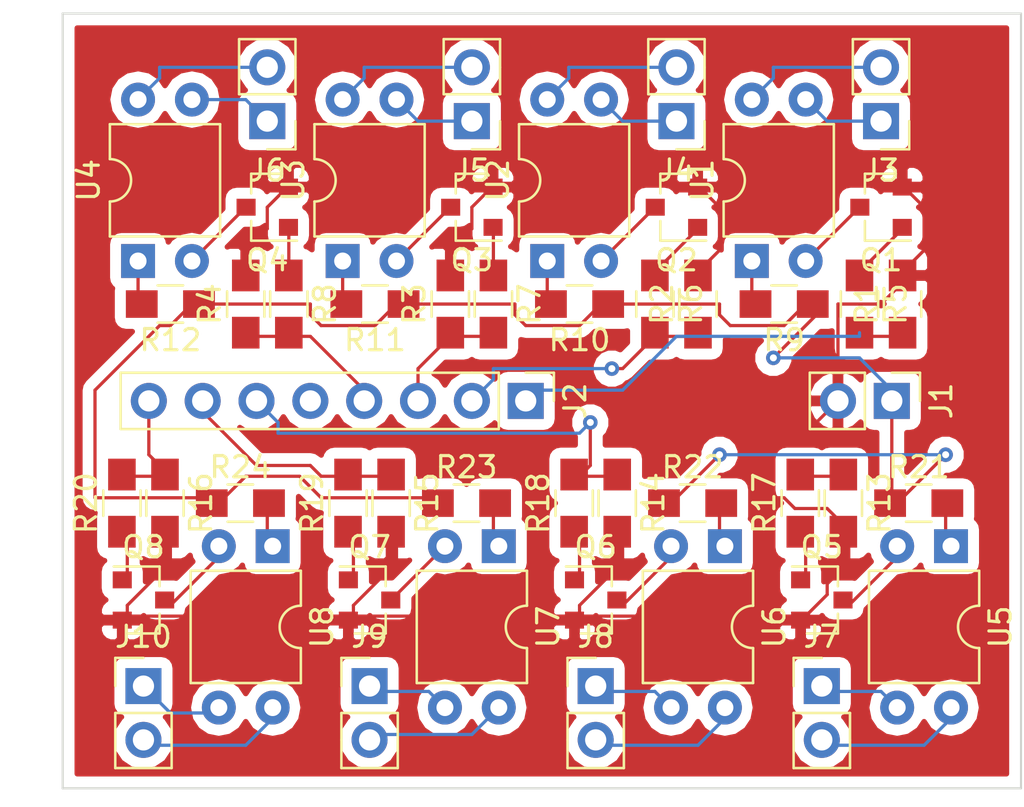
<source format=kicad_pcb>
(kicad_pcb (version 4) (host pcbnew 4.0.7)

  (general
    (links 80)
    (no_connects 2)
    (area 116.84 98.552 165.608 137.16)
    (thickness 1.6)
    (drawings 4)
    (tracks 295)
    (zones 0)
    (modules 50)
    (nets 51)
  )

  (page A4)
  (layers
    (0 F.Cu signal)
    (31 B.Cu signal)
    (32 B.Adhes user)
    (33 F.Adhes user)
    (34 B.Paste user)
    (35 F.Paste user)
    (36 B.SilkS user)
    (37 F.SilkS user)
    (38 B.Mask user)
    (39 F.Mask user)
    (40 Dwgs.User user)
    (41 Cmts.User user)
    (42 Eco1.User user)
    (43 Eco2.User user)
    (44 Edge.Cuts user)
    (45 Margin user)
    (46 B.CrtYd user)
    (47 F.CrtYd user)
    (48 B.Fab user)
    (49 F.Fab user)
  )

  (setup
    (last_trace_width 0.1524)
    (trace_clearance 0.1524)
    (zone_clearance 0.508)
    (zone_45_only no)
    (trace_min 0.1524)
    (segment_width 0.2)
    (edge_width 0.1)
    (via_size 0.6858)
    (via_drill 0.3302)
    (via_min_size 0.5842)
    (via_min_drill 0.3302)
    (uvia_size 0.6858)
    (uvia_drill 0.3302)
    (uvias_allowed no)
    (uvia_min_size 0.2)
    (uvia_min_drill 0.1)
    (pcb_text_width 0.3)
    (pcb_text_size 1.5 1.5)
    (mod_edge_width 0.15)
    (mod_text_size 1 1)
    (mod_text_width 0.15)
    (pad_size 1.5 1.5)
    (pad_drill 0.6)
    (pad_to_mask_clearance 0.0508)
    (aux_axis_origin 0 0)
    (visible_elements FFFEFF7F)
    (pcbplotparams
      (layerselection 0x00030_80000001)
      (usegerberextensions false)
      (excludeedgelayer true)
      (linewidth 0.100000)
      (plotframeref false)
      (viasonmask false)
      (mode 1)
      (useauxorigin false)
      (hpglpennumber 1)
      (hpglpenspeed 20)
      (hpglpendiameter 15)
      (hpglpenoverlay 2)
      (psnegative false)
      (psa4output false)
      (plotreference true)
      (plotvalue true)
      (plotinvisibletext false)
      (padsonsilk false)
      (subtractmaskfromsilk false)
      (outputformat 1)
      (mirror false)
      (drillshape 1)
      (scaleselection 1)
      (outputdirectory ""))
  )

  (net 0 "")
  (net 1 +5V)
  (net 2 GND)
  (net 3 "Net-(J2-Pad1)")
  (net 4 "Net-(J2-Pad2)")
  (net 5 "Net-(J2-Pad3)")
  (net 6 "Net-(J2-Pad4)")
  (net 7 "Net-(J2-Pad5)")
  (net 8 "Net-(J2-Pad6)")
  (net 9 "Net-(J2-Pad7)")
  (net 10 "Net-(J2-Pad8)")
  (net 11 "Net-(J3-Pad1)")
  (net 12 "Net-(J3-Pad2)")
  (net 13 "Net-(J4-Pad1)")
  (net 14 "Net-(J4-Pad2)")
  (net 15 "Net-(J5-Pad1)")
  (net 16 "Net-(J5-Pad2)")
  (net 17 "Net-(J6-Pad1)")
  (net 18 "Net-(J6-Pad2)")
  (net 19 "Net-(J7-Pad1)")
  (net 20 "Net-(J7-Pad2)")
  (net 21 "Net-(J8-Pad1)")
  (net 22 "Net-(J8-Pad2)")
  (net 23 "Net-(J9-Pad1)")
  (net 24 "Net-(J9-Pad2)")
  (net 25 "Net-(J10-Pad1)")
  (net 26 "Net-(J10-Pad2)")
  (net 27 "Net-(Q1-Pad1)")
  (net 28 "Net-(Q1-Pad3)")
  (net 29 "Net-(Q2-Pad1)")
  (net 30 "Net-(Q2-Pad3)")
  (net 31 "Net-(Q3-Pad1)")
  (net 32 "Net-(Q3-Pad3)")
  (net 33 "Net-(Q4-Pad1)")
  (net 34 "Net-(Q4-Pad3)")
  (net 35 "Net-(Q5-Pad1)")
  (net 36 "Net-(Q5-Pad3)")
  (net 37 "Net-(Q6-Pad1)")
  (net 38 "Net-(Q6-Pad3)")
  (net 39 "Net-(Q7-Pad1)")
  (net 40 "Net-(Q7-Pad3)")
  (net 41 "Net-(Q8-Pad1)")
  (net 42 "Net-(Q8-Pad3)")
  (net 43 "Net-(R9-Pad2)")
  (net 44 "Net-(R10-Pad2)")
  (net 45 "Net-(R11-Pad2)")
  (net 46 "Net-(R12-Pad2)")
  (net 47 "Net-(R21-Pad2)")
  (net 48 "Net-(R22-Pad2)")
  (net 49 "Net-(R23-Pad2)")
  (net 50 "Net-(R24-Pad2)")

  (net_class Default "Dies ist die voreingestellte Netzklasse."
    (clearance 0.1524)
    (trace_width 0.1524)
    (via_dia 0.6858)
    (via_drill 0.3302)
    (uvia_dia 0.6858)
    (uvia_drill 0.3302)
    (add_net +5V)
    (add_net GND)
    (add_net "Net-(J10-Pad1)")
    (add_net "Net-(J10-Pad2)")
    (add_net "Net-(J2-Pad1)")
    (add_net "Net-(J2-Pad2)")
    (add_net "Net-(J2-Pad3)")
    (add_net "Net-(J2-Pad4)")
    (add_net "Net-(J2-Pad5)")
    (add_net "Net-(J2-Pad6)")
    (add_net "Net-(J2-Pad7)")
    (add_net "Net-(J2-Pad8)")
    (add_net "Net-(J3-Pad1)")
    (add_net "Net-(J3-Pad2)")
    (add_net "Net-(J4-Pad1)")
    (add_net "Net-(J4-Pad2)")
    (add_net "Net-(J5-Pad1)")
    (add_net "Net-(J5-Pad2)")
    (add_net "Net-(J6-Pad1)")
    (add_net "Net-(J6-Pad2)")
    (add_net "Net-(J7-Pad1)")
    (add_net "Net-(J7-Pad2)")
    (add_net "Net-(J8-Pad1)")
    (add_net "Net-(J8-Pad2)")
    (add_net "Net-(J9-Pad1)")
    (add_net "Net-(J9-Pad2)")
    (add_net "Net-(Q1-Pad1)")
    (add_net "Net-(Q1-Pad3)")
    (add_net "Net-(Q2-Pad1)")
    (add_net "Net-(Q2-Pad3)")
    (add_net "Net-(Q3-Pad1)")
    (add_net "Net-(Q3-Pad3)")
    (add_net "Net-(Q4-Pad1)")
    (add_net "Net-(Q4-Pad3)")
    (add_net "Net-(Q5-Pad1)")
    (add_net "Net-(Q5-Pad3)")
    (add_net "Net-(Q6-Pad1)")
    (add_net "Net-(Q6-Pad3)")
    (add_net "Net-(Q7-Pad1)")
    (add_net "Net-(Q7-Pad3)")
    (add_net "Net-(Q8-Pad1)")
    (add_net "Net-(Q8-Pad3)")
    (add_net "Net-(R10-Pad2)")
    (add_net "Net-(R11-Pad2)")
    (add_net "Net-(R12-Pad2)")
    (add_net "Net-(R21-Pad2)")
    (add_net "Net-(R22-Pad2)")
    (add_net "Net-(R23-Pad2)")
    (add_net "Net-(R24-Pad2)")
    (add_net "Net-(R9-Pad2)")
  )

  (module Pin_Headers:Pin_Header_Straight_1x02_Pitch2.54mm (layer F.Cu) (tedit 59650532) (tstamp 5A894D7A)
    (at 159.004 117.856 270)
    (descr "Through hole straight pin header, 1x02, 2.54mm pitch, single row")
    (tags "Through hole pin header THT 1x02 2.54mm single row")
    (path /5A8A99DC)
    (fp_text reference J1 (at 0 -2.33 270) (layer F.SilkS)
      (effects (font (size 1 1) (thickness 0.15)))
    )
    (fp_text value Conn_01x02_Male (at 0 4.87 270) (layer F.Fab)
      (effects (font (size 1 1) (thickness 0.15)))
    )
    (fp_line (start -0.635 -1.27) (end 1.27 -1.27) (layer F.Fab) (width 0.1))
    (fp_line (start 1.27 -1.27) (end 1.27 3.81) (layer F.Fab) (width 0.1))
    (fp_line (start 1.27 3.81) (end -1.27 3.81) (layer F.Fab) (width 0.1))
    (fp_line (start -1.27 3.81) (end -1.27 -0.635) (layer F.Fab) (width 0.1))
    (fp_line (start -1.27 -0.635) (end -0.635 -1.27) (layer F.Fab) (width 0.1))
    (fp_line (start -1.33 3.87) (end 1.33 3.87) (layer F.SilkS) (width 0.12))
    (fp_line (start -1.33 1.27) (end -1.33 3.87) (layer F.SilkS) (width 0.12))
    (fp_line (start 1.33 1.27) (end 1.33 3.87) (layer F.SilkS) (width 0.12))
    (fp_line (start -1.33 1.27) (end 1.33 1.27) (layer F.SilkS) (width 0.12))
    (fp_line (start -1.33 0) (end -1.33 -1.33) (layer F.SilkS) (width 0.12))
    (fp_line (start -1.33 -1.33) (end 0 -1.33) (layer F.SilkS) (width 0.12))
    (fp_line (start -1.8 -1.8) (end -1.8 4.35) (layer F.CrtYd) (width 0.05))
    (fp_line (start -1.8 4.35) (end 1.8 4.35) (layer F.CrtYd) (width 0.05))
    (fp_line (start 1.8 4.35) (end 1.8 -1.8) (layer F.CrtYd) (width 0.05))
    (fp_line (start 1.8 -1.8) (end -1.8 -1.8) (layer F.CrtYd) (width 0.05))
    (fp_text user %R (at 0 1.27 360) (layer F.Fab)
      (effects (font (size 1 1) (thickness 0.15)))
    )
    (pad 1 thru_hole rect (at 0 0 270) (size 1.7 1.7) (drill 1) (layers *.Cu *.Mask)
      (net 1 +5V))
    (pad 2 thru_hole oval (at 0 2.54 270) (size 1.7 1.7) (drill 1) (layers *.Cu *.Mask)
      (net 2 GND))
    (model ${KISYS3DMOD}/Pin_Headers.3dshapes/Pin_Header_Straight_1x02_Pitch2.54mm.wrl
      (at (xyz 0 0 0))
      (scale (xyz 1 1 1))
      (rotate (xyz 0 0 0))
    )
  )

  (module Pin_Headers:Pin_Header_Straight_1x08_Pitch2.54mm (layer F.Cu) (tedit 59650532) (tstamp 5A894D86)
    (at 141.732 117.856 270)
    (descr "Through hole straight pin header, 1x08, 2.54mm pitch, single row")
    (tags "Through hole pin header THT 1x08 2.54mm single row")
    (path /5A88A3ED)
    (fp_text reference J2 (at 0 -2.33 270) (layer F.SilkS)
      (effects (font (size 1 1) (thickness 0.15)))
    )
    (fp_text value Conn_01x08_Male (at 0 20.11 270) (layer F.Fab)
      (effects (font (size 1 1) (thickness 0.15)))
    )
    (fp_line (start -0.635 -1.27) (end 1.27 -1.27) (layer F.Fab) (width 0.1))
    (fp_line (start 1.27 -1.27) (end 1.27 19.05) (layer F.Fab) (width 0.1))
    (fp_line (start 1.27 19.05) (end -1.27 19.05) (layer F.Fab) (width 0.1))
    (fp_line (start -1.27 19.05) (end -1.27 -0.635) (layer F.Fab) (width 0.1))
    (fp_line (start -1.27 -0.635) (end -0.635 -1.27) (layer F.Fab) (width 0.1))
    (fp_line (start -1.33 19.11) (end 1.33 19.11) (layer F.SilkS) (width 0.12))
    (fp_line (start -1.33 1.27) (end -1.33 19.11) (layer F.SilkS) (width 0.12))
    (fp_line (start 1.33 1.27) (end 1.33 19.11) (layer F.SilkS) (width 0.12))
    (fp_line (start -1.33 1.27) (end 1.33 1.27) (layer F.SilkS) (width 0.12))
    (fp_line (start -1.33 0) (end -1.33 -1.33) (layer F.SilkS) (width 0.12))
    (fp_line (start -1.33 -1.33) (end 0 -1.33) (layer F.SilkS) (width 0.12))
    (fp_line (start -1.8 -1.8) (end -1.8 19.55) (layer F.CrtYd) (width 0.05))
    (fp_line (start -1.8 19.55) (end 1.8 19.55) (layer F.CrtYd) (width 0.05))
    (fp_line (start 1.8 19.55) (end 1.8 -1.8) (layer F.CrtYd) (width 0.05))
    (fp_line (start 1.8 -1.8) (end -1.8 -1.8) (layer F.CrtYd) (width 0.05))
    (fp_text user %R (at 0 8.89 360) (layer F.Fab)
      (effects (font (size 1 1) (thickness 0.15)))
    )
    (pad 1 thru_hole rect (at 0 0 270) (size 1.7 1.7) (drill 1) (layers *.Cu *.Mask)
      (net 3 "Net-(J2-Pad1)"))
    (pad 2 thru_hole oval (at 0 2.54 270) (size 1.7 1.7) (drill 1) (layers *.Cu *.Mask)
      (net 4 "Net-(J2-Pad2)"))
    (pad 3 thru_hole oval (at 0 5.08 270) (size 1.7 1.7) (drill 1) (layers *.Cu *.Mask)
      (net 5 "Net-(J2-Pad3)"))
    (pad 4 thru_hole oval (at 0 7.62 270) (size 1.7 1.7) (drill 1) (layers *.Cu *.Mask)
      (net 6 "Net-(J2-Pad4)"))
    (pad 5 thru_hole oval (at 0 10.16 270) (size 1.7 1.7) (drill 1) (layers *.Cu *.Mask)
      (net 7 "Net-(J2-Pad5)"))
    (pad 6 thru_hole oval (at 0 12.7 270) (size 1.7 1.7) (drill 1) (layers *.Cu *.Mask)
      (net 8 "Net-(J2-Pad6)"))
    (pad 7 thru_hole oval (at 0 15.24 270) (size 1.7 1.7) (drill 1) (layers *.Cu *.Mask)
      (net 9 "Net-(J2-Pad7)"))
    (pad 8 thru_hole oval (at 0 17.78 270) (size 1.7 1.7) (drill 1) (layers *.Cu *.Mask)
      (net 10 "Net-(J2-Pad8)"))
    (model ${KISYS3DMOD}/Pin_Headers.3dshapes/Pin_Header_Straight_1x08_Pitch2.54mm.wrl
      (at (xyz 0 0 0))
      (scale (xyz 1 1 1))
      (rotate (xyz 0 0 0))
    )
  )

  (module Pin_Headers:Pin_Header_Straight_1x02_Pitch2.54mm (layer F.Cu) (tedit 59650532) (tstamp 5A894D8C)
    (at 158.496 104.648 180)
    (descr "Through hole straight pin header, 1x02, 2.54mm pitch, single row")
    (tags "Through hole pin header THT 1x02 2.54mm single row")
    (path /5A888CD0)
    (fp_text reference J3 (at 0 -2.33 180) (layer F.SilkS)
      (effects (font (size 1 1) (thickness 0.15)))
    )
    (fp_text value Conn_01x02_Male (at 0 4.87 180) (layer F.Fab)
      (effects (font (size 1 1) (thickness 0.15)))
    )
    (fp_line (start -0.635 -1.27) (end 1.27 -1.27) (layer F.Fab) (width 0.1))
    (fp_line (start 1.27 -1.27) (end 1.27 3.81) (layer F.Fab) (width 0.1))
    (fp_line (start 1.27 3.81) (end -1.27 3.81) (layer F.Fab) (width 0.1))
    (fp_line (start -1.27 3.81) (end -1.27 -0.635) (layer F.Fab) (width 0.1))
    (fp_line (start -1.27 -0.635) (end -0.635 -1.27) (layer F.Fab) (width 0.1))
    (fp_line (start -1.33 3.87) (end 1.33 3.87) (layer F.SilkS) (width 0.12))
    (fp_line (start -1.33 1.27) (end -1.33 3.87) (layer F.SilkS) (width 0.12))
    (fp_line (start 1.33 1.27) (end 1.33 3.87) (layer F.SilkS) (width 0.12))
    (fp_line (start -1.33 1.27) (end 1.33 1.27) (layer F.SilkS) (width 0.12))
    (fp_line (start -1.33 0) (end -1.33 -1.33) (layer F.SilkS) (width 0.12))
    (fp_line (start -1.33 -1.33) (end 0 -1.33) (layer F.SilkS) (width 0.12))
    (fp_line (start -1.8 -1.8) (end -1.8 4.35) (layer F.CrtYd) (width 0.05))
    (fp_line (start -1.8 4.35) (end 1.8 4.35) (layer F.CrtYd) (width 0.05))
    (fp_line (start 1.8 4.35) (end 1.8 -1.8) (layer F.CrtYd) (width 0.05))
    (fp_line (start 1.8 -1.8) (end -1.8 -1.8) (layer F.CrtYd) (width 0.05))
    (fp_text user %R (at 0 1.27 270) (layer F.Fab)
      (effects (font (size 1 1) (thickness 0.15)))
    )
    (pad 1 thru_hole rect (at 0 0 180) (size 1.7 1.7) (drill 1) (layers *.Cu *.Mask)
      (net 11 "Net-(J3-Pad1)"))
    (pad 2 thru_hole oval (at 0 2.54 180) (size 1.7 1.7) (drill 1) (layers *.Cu *.Mask)
      (net 12 "Net-(J3-Pad2)"))
    (model ${KISYS3DMOD}/Pin_Headers.3dshapes/Pin_Header_Straight_1x02_Pitch2.54mm.wrl
      (at (xyz 0 0 0))
      (scale (xyz 1 1 1))
      (rotate (xyz 0 0 0))
    )
  )

  (module Pin_Headers:Pin_Header_Straight_1x02_Pitch2.54mm (layer F.Cu) (tedit 59650532) (tstamp 5A894D92)
    (at 148.844 104.648 180)
    (descr "Through hole straight pin header, 1x02, 2.54mm pitch, single row")
    (tags "Through hole pin header THT 1x02 2.54mm single row")
    (path /5A88AAFE)
    (fp_text reference J4 (at 0 -2.33 180) (layer F.SilkS)
      (effects (font (size 1 1) (thickness 0.15)))
    )
    (fp_text value Conn_01x02_Male (at 0 4.87 180) (layer F.Fab)
      (effects (font (size 1 1) (thickness 0.15)))
    )
    (fp_line (start -0.635 -1.27) (end 1.27 -1.27) (layer F.Fab) (width 0.1))
    (fp_line (start 1.27 -1.27) (end 1.27 3.81) (layer F.Fab) (width 0.1))
    (fp_line (start 1.27 3.81) (end -1.27 3.81) (layer F.Fab) (width 0.1))
    (fp_line (start -1.27 3.81) (end -1.27 -0.635) (layer F.Fab) (width 0.1))
    (fp_line (start -1.27 -0.635) (end -0.635 -1.27) (layer F.Fab) (width 0.1))
    (fp_line (start -1.33 3.87) (end 1.33 3.87) (layer F.SilkS) (width 0.12))
    (fp_line (start -1.33 1.27) (end -1.33 3.87) (layer F.SilkS) (width 0.12))
    (fp_line (start 1.33 1.27) (end 1.33 3.87) (layer F.SilkS) (width 0.12))
    (fp_line (start -1.33 1.27) (end 1.33 1.27) (layer F.SilkS) (width 0.12))
    (fp_line (start -1.33 0) (end -1.33 -1.33) (layer F.SilkS) (width 0.12))
    (fp_line (start -1.33 -1.33) (end 0 -1.33) (layer F.SilkS) (width 0.12))
    (fp_line (start -1.8 -1.8) (end -1.8 4.35) (layer F.CrtYd) (width 0.05))
    (fp_line (start -1.8 4.35) (end 1.8 4.35) (layer F.CrtYd) (width 0.05))
    (fp_line (start 1.8 4.35) (end 1.8 -1.8) (layer F.CrtYd) (width 0.05))
    (fp_line (start 1.8 -1.8) (end -1.8 -1.8) (layer F.CrtYd) (width 0.05))
    (fp_text user %R (at 0 1.27 270) (layer F.Fab)
      (effects (font (size 1 1) (thickness 0.15)))
    )
    (pad 1 thru_hole rect (at 0 0 180) (size 1.7 1.7) (drill 1) (layers *.Cu *.Mask)
      (net 13 "Net-(J4-Pad1)"))
    (pad 2 thru_hole oval (at 0 2.54 180) (size 1.7 1.7) (drill 1) (layers *.Cu *.Mask)
      (net 14 "Net-(J4-Pad2)"))
    (model ${KISYS3DMOD}/Pin_Headers.3dshapes/Pin_Header_Straight_1x02_Pitch2.54mm.wrl
      (at (xyz 0 0 0))
      (scale (xyz 1 1 1))
      (rotate (xyz 0 0 0))
    )
  )

  (module Pin_Headers:Pin_Header_Straight_1x02_Pitch2.54mm (layer F.Cu) (tedit 59650532) (tstamp 5A894D98)
    (at 139.192 104.648 180)
    (descr "Through hole straight pin header, 1x02, 2.54mm pitch, single row")
    (tags "Through hole pin header THT 1x02 2.54mm single row")
    (path /5A88B000)
    (fp_text reference J5 (at 0 -2.33 180) (layer F.SilkS)
      (effects (font (size 1 1) (thickness 0.15)))
    )
    (fp_text value Conn_01x02_Male (at 0 4.87 180) (layer F.Fab)
      (effects (font (size 1 1) (thickness 0.15)))
    )
    (fp_line (start -0.635 -1.27) (end 1.27 -1.27) (layer F.Fab) (width 0.1))
    (fp_line (start 1.27 -1.27) (end 1.27 3.81) (layer F.Fab) (width 0.1))
    (fp_line (start 1.27 3.81) (end -1.27 3.81) (layer F.Fab) (width 0.1))
    (fp_line (start -1.27 3.81) (end -1.27 -0.635) (layer F.Fab) (width 0.1))
    (fp_line (start -1.27 -0.635) (end -0.635 -1.27) (layer F.Fab) (width 0.1))
    (fp_line (start -1.33 3.87) (end 1.33 3.87) (layer F.SilkS) (width 0.12))
    (fp_line (start -1.33 1.27) (end -1.33 3.87) (layer F.SilkS) (width 0.12))
    (fp_line (start 1.33 1.27) (end 1.33 3.87) (layer F.SilkS) (width 0.12))
    (fp_line (start -1.33 1.27) (end 1.33 1.27) (layer F.SilkS) (width 0.12))
    (fp_line (start -1.33 0) (end -1.33 -1.33) (layer F.SilkS) (width 0.12))
    (fp_line (start -1.33 -1.33) (end 0 -1.33) (layer F.SilkS) (width 0.12))
    (fp_line (start -1.8 -1.8) (end -1.8 4.35) (layer F.CrtYd) (width 0.05))
    (fp_line (start -1.8 4.35) (end 1.8 4.35) (layer F.CrtYd) (width 0.05))
    (fp_line (start 1.8 4.35) (end 1.8 -1.8) (layer F.CrtYd) (width 0.05))
    (fp_line (start 1.8 -1.8) (end -1.8 -1.8) (layer F.CrtYd) (width 0.05))
    (fp_text user %R (at 0 1.27 270) (layer F.Fab)
      (effects (font (size 1 1) (thickness 0.15)))
    )
    (pad 1 thru_hole rect (at 0 0 180) (size 1.7 1.7) (drill 1) (layers *.Cu *.Mask)
      (net 15 "Net-(J5-Pad1)"))
    (pad 2 thru_hole oval (at 0 2.54 180) (size 1.7 1.7) (drill 1) (layers *.Cu *.Mask)
      (net 16 "Net-(J5-Pad2)"))
    (model ${KISYS3DMOD}/Pin_Headers.3dshapes/Pin_Header_Straight_1x02_Pitch2.54mm.wrl
      (at (xyz 0 0 0))
      (scale (xyz 1 1 1))
      (rotate (xyz 0 0 0))
    )
  )

  (module Pin_Headers:Pin_Header_Straight_1x02_Pitch2.54mm (layer F.Cu) (tedit 59650532) (tstamp 5A894D9E)
    (at 129.54 104.648 180)
    (descr "Through hole straight pin header, 1x02, 2.54mm pitch, single row")
    (tags "Through hole pin header THT 1x02 2.54mm single row")
    (path /5A88C8D3)
    (fp_text reference J6 (at 0 -2.33 180) (layer F.SilkS)
      (effects (font (size 1 1) (thickness 0.15)))
    )
    (fp_text value Conn_01x02_Male (at 0 4.87 180) (layer F.Fab)
      (effects (font (size 1 1) (thickness 0.15)))
    )
    (fp_line (start -0.635 -1.27) (end 1.27 -1.27) (layer F.Fab) (width 0.1))
    (fp_line (start 1.27 -1.27) (end 1.27 3.81) (layer F.Fab) (width 0.1))
    (fp_line (start 1.27 3.81) (end -1.27 3.81) (layer F.Fab) (width 0.1))
    (fp_line (start -1.27 3.81) (end -1.27 -0.635) (layer F.Fab) (width 0.1))
    (fp_line (start -1.27 -0.635) (end -0.635 -1.27) (layer F.Fab) (width 0.1))
    (fp_line (start -1.33 3.87) (end 1.33 3.87) (layer F.SilkS) (width 0.12))
    (fp_line (start -1.33 1.27) (end -1.33 3.87) (layer F.SilkS) (width 0.12))
    (fp_line (start 1.33 1.27) (end 1.33 3.87) (layer F.SilkS) (width 0.12))
    (fp_line (start -1.33 1.27) (end 1.33 1.27) (layer F.SilkS) (width 0.12))
    (fp_line (start -1.33 0) (end -1.33 -1.33) (layer F.SilkS) (width 0.12))
    (fp_line (start -1.33 -1.33) (end 0 -1.33) (layer F.SilkS) (width 0.12))
    (fp_line (start -1.8 -1.8) (end -1.8 4.35) (layer F.CrtYd) (width 0.05))
    (fp_line (start -1.8 4.35) (end 1.8 4.35) (layer F.CrtYd) (width 0.05))
    (fp_line (start 1.8 4.35) (end 1.8 -1.8) (layer F.CrtYd) (width 0.05))
    (fp_line (start 1.8 -1.8) (end -1.8 -1.8) (layer F.CrtYd) (width 0.05))
    (fp_text user %R (at 0 1.27 270) (layer F.Fab)
      (effects (font (size 1 1) (thickness 0.15)))
    )
    (pad 1 thru_hole rect (at 0 0 180) (size 1.7 1.7) (drill 1) (layers *.Cu *.Mask)
      (net 17 "Net-(J6-Pad1)"))
    (pad 2 thru_hole oval (at 0 2.54 180) (size 1.7 1.7) (drill 1) (layers *.Cu *.Mask)
      (net 18 "Net-(J6-Pad2)"))
    (model ${KISYS3DMOD}/Pin_Headers.3dshapes/Pin_Header_Straight_1x02_Pitch2.54mm.wrl
      (at (xyz 0 0 0))
      (scale (xyz 1 1 1))
      (rotate (xyz 0 0 0))
    )
  )

  (module Pin_Headers:Pin_Header_Straight_1x02_Pitch2.54mm (layer F.Cu) (tedit 59650532) (tstamp 5A894DA4)
    (at 155.702 131.318)
    (descr "Through hole straight pin header, 1x02, 2.54mm pitch, single row")
    (tags "Through hole pin header THT 1x02 2.54mm single row")
    (path /5A88B613)
    (fp_text reference J7 (at 0 -2.33) (layer F.SilkS)
      (effects (font (size 1 1) (thickness 0.15)))
    )
    (fp_text value Conn_01x02_Male (at 0 4.87) (layer F.Fab)
      (effects (font (size 1 1) (thickness 0.15)))
    )
    (fp_line (start -0.635 -1.27) (end 1.27 -1.27) (layer F.Fab) (width 0.1))
    (fp_line (start 1.27 -1.27) (end 1.27 3.81) (layer F.Fab) (width 0.1))
    (fp_line (start 1.27 3.81) (end -1.27 3.81) (layer F.Fab) (width 0.1))
    (fp_line (start -1.27 3.81) (end -1.27 -0.635) (layer F.Fab) (width 0.1))
    (fp_line (start -1.27 -0.635) (end -0.635 -1.27) (layer F.Fab) (width 0.1))
    (fp_line (start -1.33 3.87) (end 1.33 3.87) (layer F.SilkS) (width 0.12))
    (fp_line (start -1.33 1.27) (end -1.33 3.87) (layer F.SilkS) (width 0.12))
    (fp_line (start 1.33 1.27) (end 1.33 3.87) (layer F.SilkS) (width 0.12))
    (fp_line (start -1.33 1.27) (end 1.33 1.27) (layer F.SilkS) (width 0.12))
    (fp_line (start -1.33 0) (end -1.33 -1.33) (layer F.SilkS) (width 0.12))
    (fp_line (start -1.33 -1.33) (end 0 -1.33) (layer F.SilkS) (width 0.12))
    (fp_line (start -1.8 -1.8) (end -1.8 4.35) (layer F.CrtYd) (width 0.05))
    (fp_line (start -1.8 4.35) (end 1.8 4.35) (layer F.CrtYd) (width 0.05))
    (fp_line (start 1.8 4.35) (end 1.8 -1.8) (layer F.CrtYd) (width 0.05))
    (fp_line (start 1.8 -1.8) (end -1.8 -1.8) (layer F.CrtYd) (width 0.05))
    (fp_text user %R (at 0 1.27 90) (layer F.Fab)
      (effects (font (size 1 1) (thickness 0.15)))
    )
    (pad 1 thru_hole rect (at 0 0) (size 1.7 1.7) (drill 1) (layers *.Cu *.Mask)
      (net 19 "Net-(J7-Pad1)"))
    (pad 2 thru_hole oval (at 0 2.54) (size 1.7 1.7) (drill 1) (layers *.Cu *.Mask)
      (net 20 "Net-(J7-Pad2)"))
    (model ${KISYS3DMOD}/Pin_Headers.3dshapes/Pin_Header_Straight_1x02_Pitch2.54mm.wrl
      (at (xyz 0 0 0))
      (scale (xyz 1 1 1))
      (rotate (xyz 0 0 0))
    )
  )

  (module Pin_Headers:Pin_Header_Straight_1x02_Pitch2.54mm (layer F.Cu) (tedit 59650532) (tstamp 5A894DAA)
    (at 145.034 131.318)
    (descr "Through hole straight pin header, 1x02, 2.54mm pitch, single row")
    (tags "Through hole pin header THT 1x02 2.54mm single row")
    (path /5A88B656)
    (fp_text reference J8 (at 0 -2.33) (layer F.SilkS)
      (effects (font (size 1 1) (thickness 0.15)))
    )
    (fp_text value Conn_01x02_Male (at 0 4.87) (layer F.Fab)
      (effects (font (size 1 1) (thickness 0.15)))
    )
    (fp_line (start -0.635 -1.27) (end 1.27 -1.27) (layer F.Fab) (width 0.1))
    (fp_line (start 1.27 -1.27) (end 1.27 3.81) (layer F.Fab) (width 0.1))
    (fp_line (start 1.27 3.81) (end -1.27 3.81) (layer F.Fab) (width 0.1))
    (fp_line (start -1.27 3.81) (end -1.27 -0.635) (layer F.Fab) (width 0.1))
    (fp_line (start -1.27 -0.635) (end -0.635 -1.27) (layer F.Fab) (width 0.1))
    (fp_line (start -1.33 3.87) (end 1.33 3.87) (layer F.SilkS) (width 0.12))
    (fp_line (start -1.33 1.27) (end -1.33 3.87) (layer F.SilkS) (width 0.12))
    (fp_line (start 1.33 1.27) (end 1.33 3.87) (layer F.SilkS) (width 0.12))
    (fp_line (start -1.33 1.27) (end 1.33 1.27) (layer F.SilkS) (width 0.12))
    (fp_line (start -1.33 0) (end -1.33 -1.33) (layer F.SilkS) (width 0.12))
    (fp_line (start -1.33 -1.33) (end 0 -1.33) (layer F.SilkS) (width 0.12))
    (fp_line (start -1.8 -1.8) (end -1.8 4.35) (layer F.CrtYd) (width 0.05))
    (fp_line (start -1.8 4.35) (end 1.8 4.35) (layer F.CrtYd) (width 0.05))
    (fp_line (start 1.8 4.35) (end 1.8 -1.8) (layer F.CrtYd) (width 0.05))
    (fp_line (start 1.8 -1.8) (end -1.8 -1.8) (layer F.CrtYd) (width 0.05))
    (fp_text user %R (at 0 1.27 90) (layer F.Fab)
      (effects (font (size 1 1) (thickness 0.15)))
    )
    (pad 1 thru_hole rect (at 0 0) (size 1.7 1.7) (drill 1) (layers *.Cu *.Mask)
      (net 21 "Net-(J8-Pad1)"))
    (pad 2 thru_hole oval (at 0 2.54) (size 1.7 1.7) (drill 1) (layers *.Cu *.Mask)
      (net 22 "Net-(J8-Pad2)"))
    (model ${KISYS3DMOD}/Pin_Headers.3dshapes/Pin_Header_Straight_1x02_Pitch2.54mm.wrl
      (at (xyz 0 0 0))
      (scale (xyz 1 1 1))
      (rotate (xyz 0 0 0))
    )
  )

  (module Pin_Headers:Pin_Header_Straight_1x02_Pitch2.54mm (layer F.Cu) (tedit 59650532) (tstamp 5A894DB0)
    (at 134.366 131.318)
    (descr "Through hole straight pin header, 1x02, 2.54mm pitch, single row")
    (tags "Through hole pin header THT 1x02 2.54mm single row")
    (path /5A88B699)
    (fp_text reference J9 (at 0 -2.33) (layer F.SilkS)
      (effects (font (size 1 1) (thickness 0.15)))
    )
    (fp_text value Conn_01x02_Male (at 0 4.87) (layer F.Fab)
      (effects (font (size 1 1) (thickness 0.15)))
    )
    (fp_line (start -0.635 -1.27) (end 1.27 -1.27) (layer F.Fab) (width 0.1))
    (fp_line (start 1.27 -1.27) (end 1.27 3.81) (layer F.Fab) (width 0.1))
    (fp_line (start 1.27 3.81) (end -1.27 3.81) (layer F.Fab) (width 0.1))
    (fp_line (start -1.27 3.81) (end -1.27 -0.635) (layer F.Fab) (width 0.1))
    (fp_line (start -1.27 -0.635) (end -0.635 -1.27) (layer F.Fab) (width 0.1))
    (fp_line (start -1.33 3.87) (end 1.33 3.87) (layer F.SilkS) (width 0.12))
    (fp_line (start -1.33 1.27) (end -1.33 3.87) (layer F.SilkS) (width 0.12))
    (fp_line (start 1.33 1.27) (end 1.33 3.87) (layer F.SilkS) (width 0.12))
    (fp_line (start -1.33 1.27) (end 1.33 1.27) (layer F.SilkS) (width 0.12))
    (fp_line (start -1.33 0) (end -1.33 -1.33) (layer F.SilkS) (width 0.12))
    (fp_line (start -1.33 -1.33) (end 0 -1.33) (layer F.SilkS) (width 0.12))
    (fp_line (start -1.8 -1.8) (end -1.8 4.35) (layer F.CrtYd) (width 0.05))
    (fp_line (start -1.8 4.35) (end 1.8 4.35) (layer F.CrtYd) (width 0.05))
    (fp_line (start 1.8 4.35) (end 1.8 -1.8) (layer F.CrtYd) (width 0.05))
    (fp_line (start 1.8 -1.8) (end -1.8 -1.8) (layer F.CrtYd) (width 0.05))
    (fp_text user %R (at 0 1.27 90) (layer F.Fab)
      (effects (font (size 1 1) (thickness 0.15)))
    )
    (pad 1 thru_hole rect (at 0 0) (size 1.7 1.7) (drill 1) (layers *.Cu *.Mask)
      (net 23 "Net-(J9-Pad1)"))
    (pad 2 thru_hole oval (at 0 2.54) (size 1.7 1.7) (drill 1) (layers *.Cu *.Mask)
      (net 24 "Net-(J9-Pad2)"))
    (model ${KISYS3DMOD}/Pin_Headers.3dshapes/Pin_Header_Straight_1x02_Pitch2.54mm.wrl
      (at (xyz 0 0 0))
      (scale (xyz 1 1 1))
      (rotate (xyz 0 0 0))
    )
  )

  (module Pin_Headers:Pin_Header_Straight_1x02_Pitch2.54mm (layer F.Cu) (tedit 59650532) (tstamp 5A894DB6)
    (at 123.698 131.318)
    (descr "Through hole straight pin header, 1x02, 2.54mm pitch, single row")
    (tags "Through hole pin header THT 1x02 2.54mm single row")
    (path /5A8A3AF4)
    (fp_text reference J10 (at 0 -2.33) (layer F.SilkS)
      (effects (font (size 1 1) (thickness 0.15)))
    )
    (fp_text value Conn_01x02_Male (at 0 4.87) (layer F.Fab)
      (effects (font (size 1 1) (thickness 0.15)))
    )
    (fp_line (start -0.635 -1.27) (end 1.27 -1.27) (layer F.Fab) (width 0.1))
    (fp_line (start 1.27 -1.27) (end 1.27 3.81) (layer F.Fab) (width 0.1))
    (fp_line (start 1.27 3.81) (end -1.27 3.81) (layer F.Fab) (width 0.1))
    (fp_line (start -1.27 3.81) (end -1.27 -0.635) (layer F.Fab) (width 0.1))
    (fp_line (start -1.27 -0.635) (end -0.635 -1.27) (layer F.Fab) (width 0.1))
    (fp_line (start -1.33 3.87) (end 1.33 3.87) (layer F.SilkS) (width 0.12))
    (fp_line (start -1.33 1.27) (end -1.33 3.87) (layer F.SilkS) (width 0.12))
    (fp_line (start 1.33 1.27) (end 1.33 3.87) (layer F.SilkS) (width 0.12))
    (fp_line (start -1.33 1.27) (end 1.33 1.27) (layer F.SilkS) (width 0.12))
    (fp_line (start -1.33 0) (end -1.33 -1.33) (layer F.SilkS) (width 0.12))
    (fp_line (start -1.33 -1.33) (end 0 -1.33) (layer F.SilkS) (width 0.12))
    (fp_line (start -1.8 -1.8) (end -1.8 4.35) (layer F.CrtYd) (width 0.05))
    (fp_line (start -1.8 4.35) (end 1.8 4.35) (layer F.CrtYd) (width 0.05))
    (fp_line (start 1.8 4.35) (end 1.8 -1.8) (layer F.CrtYd) (width 0.05))
    (fp_line (start 1.8 -1.8) (end -1.8 -1.8) (layer F.CrtYd) (width 0.05))
    (fp_text user %R (at 0 1.27 90) (layer F.Fab)
      (effects (font (size 1 1) (thickness 0.15)))
    )
    (pad 1 thru_hole rect (at 0 0) (size 1.7 1.7) (drill 1) (layers *.Cu *.Mask)
      (net 25 "Net-(J10-Pad1)"))
    (pad 2 thru_hole oval (at 0 2.54) (size 1.7 1.7) (drill 1) (layers *.Cu *.Mask)
      (net 26 "Net-(J10-Pad2)"))
    (model ${KISYS3DMOD}/Pin_Headers.3dshapes/Pin_Header_Straight_1x02_Pitch2.54mm.wrl
      (at (xyz 0 0 0))
      (scale (xyz 1 1 1))
      (rotate (xyz 0 0 0))
    )
  )

  (module TO_SOT_Packages_SMD:SOT-23 (layer F.Cu) (tedit 58CE4E7E) (tstamp 5A894DBD)
    (at 158.496 108.712 180)
    (descr "SOT-23, Standard")
    (tags SOT-23)
    (path /5A895137)
    (attr smd)
    (fp_text reference Q1 (at 0 -2.5 180) (layer F.SilkS)
      (effects (font (size 1 1) (thickness 0.15)))
    )
    (fp_text value BC847 (at 0 2.5 180) (layer F.Fab)
      (effects (font (size 1 1) (thickness 0.15)))
    )
    (fp_text user %R (at 0 0 270) (layer F.Fab)
      (effects (font (size 0.5 0.5) (thickness 0.075)))
    )
    (fp_line (start -0.7 -0.95) (end -0.7 1.5) (layer F.Fab) (width 0.1))
    (fp_line (start -0.15 -1.52) (end 0.7 -1.52) (layer F.Fab) (width 0.1))
    (fp_line (start -0.7 -0.95) (end -0.15 -1.52) (layer F.Fab) (width 0.1))
    (fp_line (start 0.7 -1.52) (end 0.7 1.52) (layer F.Fab) (width 0.1))
    (fp_line (start -0.7 1.52) (end 0.7 1.52) (layer F.Fab) (width 0.1))
    (fp_line (start 0.76 1.58) (end 0.76 0.65) (layer F.SilkS) (width 0.12))
    (fp_line (start 0.76 -1.58) (end 0.76 -0.65) (layer F.SilkS) (width 0.12))
    (fp_line (start -1.7 -1.75) (end 1.7 -1.75) (layer F.CrtYd) (width 0.05))
    (fp_line (start 1.7 -1.75) (end 1.7 1.75) (layer F.CrtYd) (width 0.05))
    (fp_line (start 1.7 1.75) (end -1.7 1.75) (layer F.CrtYd) (width 0.05))
    (fp_line (start -1.7 1.75) (end -1.7 -1.75) (layer F.CrtYd) (width 0.05))
    (fp_line (start 0.76 -1.58) (end -1.4 -1.58) (layer F.SilkS) (width 0.12))
    (fp_line (start 0.76 1.58) (end -0.7 1.58) (layer F.SilkS) (width 0.12))
    (pad 1 smd rect (at -1 -0.95 180) (size 0.9 0.8) (layers F.Cu F.Paste F.Mask)
      (net 27 "Net-(Q1-Pad1)"))
    (pad 2 smd rect (at -1 0.95 180) (size 0.9 0.8) (layers F.Cu F.Paste F.Mask)
      (net 2 GND))
    (pad 3 smd rect (at 1 0 180) (size 0.9 0.8) (layers F.Cu F.Paste F.Mask)
      (net 28 "Net-(Q1-Pad3)"))
    (model ${KISYS3DMOD}/TO_SOT_Packages_SMD.3dshapes/SOT-23.wrl
      (at (xyz 0 0 0))
      (scale (xyz 1 1 1))
      (rotate (xyz 0 0 0))
    )
  )

  (module TO_SOT_Packages_SMD:SOT-23 (layer F.Cu) (tedit 58CE4E7E) (tstamp 5A894DC4)
    (at 148.844 108.712 180)
    (descr "SOT-23, Standard")
    (tags SOT-23)
    (path /5A895CAE)
    (attr smd)
    (fp_text reference Q2 (at 0 -2.5 180) (layer F.SilkS)
      (effects (font (size 1 1) (thickness 0.15)))
    )
    (fp_text value BC847 (at 0 2.5 180) (layer F.Fab)
      (effects (font (size 1 1) (thickness 0.15)))
    )
    (fp_text user %R (at 0 0 270) (layer F.Fab)
      (effects (font (size 0.5 0.5) (thickness 0.075)))
    )
    (fp_line (start -0.7 -0.95) (end -0.7 1.5) (layer F.Fab) (width 0.1))
    (fp_line (start -0.15 -1.52) (end 0.7 -1.52) (layer F.Fab) (width 0.1))
    (fp_line (start -0.7 -0.95) (end -0.15 -1.52) (layer F.Fab) (width 0.1))
    (fp_line (start 0.7 -1.52) (end 0.7 1.52) (layer F.Fab) (width 0.1))
    (fp_line (start -0.7 1.52) (end 0.7 1.52) (layer F.Fab) (width 0.1))
    (fp_line (start 0.76 1.58) (end 0.76 0.65) (layer F.SilkS) (width 0.12))
    (fp_line (start 0.76 -1.58) (end 0.76 -0.65) (layer F.SilkS) (width 0.12))
    (fp_line (start -1.7 -1.75) (end 1.7 -1.75) (layer F.CrtYd) (width 0.05))
    (fp_line (start 1.7 -1.75) (end 1.7 1.75) (layer F.CrtYd) (width 0.05))
    (fp_line (start 1.7 1.75) (end -1.7 1.75) (layer F.CrtYd) (width 0.05))
    (fp_line (start -1.7 1.75) (end -1.7 -1.75) (layer F.CrtYd) (width 0.05))
    (fp_line (start 0.76 -1.58) (end -1.4 -1.58) (layer F.SilkS) (width 0.12))
    (fp_line (start 0.76 1.58) (end -0.7 1.58) (layer F.SilkS) (width 0.12))
    (pad 1 smd rect (at -1 -0.95 180) (size 0.9 0.8) (layers F.Cu F.Paste F.Mask)
      (net 29 "Net-(Q2-Pad1)"))
    (pad 2 smd rect (at -1 0.95 180) (size 0.9 0.8) (layers F.Cu F.Paste F.Mask)
      (net 2 GND))
    (pad 3 smd rect (at 1 0 180) (size 0.9 0.8) (layers F.Cu F.Paste F.Mask)
      (net 30 "Net-(Q2-Pad3)"))
    (model ${KISYS3DMOD}/TO_SOT_Packages_SMD.3dshapes/SOT-23.wrl
      (at (xyz 0 0 0))
      (scale (xyz 1 1 1))
      (rotate (xyz 0 0 0))
    )
  )

  (module TO_SOT_Packages_SMD:SOT-23 (layer F.Cu) (tedit 58CE4E7E) (tstamp 5A894DCB)
    (at 139.192 108.712 180)
    (descr "SOT-23, Standard")
    (tags SOT-23)
    (path /5A898666)
    (attr smd)
    (fp_text reference Q3 (at 0 -2.5 180) (layer F.SilkS)
      (effects (font (size 1 1) (thickness 0.15)))
    )
    (fp_text value BC847 (at 0 2.5 180) (layer F.Fab)
      (effects (font (size 1 1) (thickness 0.15)))
    )
    (fp_text user %R (at 0 0 270) (layer F.Fab)
      (effects (font (size 0.5 0.5) (thickness 0.075)))
    )
    (fp_line (start -0.7 -0.95) (end -0.7 1.5) (layer F.Fab) (width 0.1))
    (fp_line (start -0.15 -1.52) (end 0.7 -1.52) (layer F.Fab) (width 0.1))
    (fp_line (start -0.7 -0.95) (end -0.15 -1.52) (layer F.Fab) (width 0.1))
    (fp_line (start 0.7 -1.52) (end 0.7 1.52) (layer F.Fab) (width 0.1))
    (fp_line (start -0.7 1.52) (end 0.7 1.52) (layer F.Fab) (width 0.1))
    (fp_line (start 0.76 1.58) (end 0.76 0.65) (layer F.SilkS) (width 0.12))
    (fp_line (start 0.76 -1.58) (end 0.76 -0.65) (layer F.SilkS) (width 0.12))
    (fp_line (start -1.7 -1.75) (end 1.7 -1.75) (layer F.CrtYd) (width 0.05))
    (fp_line (start 1.7 -1.75) (end 1.7 1.75) (layer F.CrtYd) (width 0.05))
    (fp_line (start 1.7 1.75) (end -1.7 1.75) (layer F.CrtYd) (width 0.05))
    (fp_line (start -1.7 1.75) (end -1.7 -1.75) (layer F.CrtYd) (width 0.05))
    (fp_line (start 0.76 -1.58) (end -1.4 -1.58) (layer F.SilkS) (width 0.12))
    (fp_line (start 0.76 1.58) (end -0.7 1.58) (layer F.SilkS) (width 0.12))
    (pad 1 smd rect (at -1 -0.95 180) (size 0.9 0.8) (layers F.Cu F.Paste F.Mask)
      (net 31 "Net-(Q3-Pad1)"))
    (pad 2 smd rect (at -1 0.95 180) (size 0.9 0.8) (layers F.Cu F.Paste F.Mask)
      (net 2 GND))
    (pad 3 smd rect (at 1 0 180) (size 0.9 0.8) (layers F.Cu F.Paste F.Mask)
      (net 32 "Net-(Q3-Pad3)"))
    (model ${KISYS3DMOD}/TO_SOT_Packages_SMD.3dshapes/SOT-23.wrl
      (at (xyz 0 0 0))
      (scale (xyz 1 1 1))
      (rotate (xyz 0 0 0))
    )
  )

  (module TO_SOT_Packages_SMD:SOT-23 (layer F.Cu) (tedit 58CE4E7E) (tstamp 5A894DD2)
    (at 129.54 108.712 180)
    (descr "SOT-23, Standard")
    (tags SOT-23)
    (path /5A89830B)
    (attr smd)
    (fp_text reference Q4 (at 0 -2.5 180) (layer F.SilkS)
      (effects (font (size 1 1) (thickness 0.15)))
    )
    (fp_text value BC847 (at 0 2.5 180) (layer F.Fab)
      (effects (font (size 1 1) (thickness 0.15)))
    )
    (fp_text user %R (at 0 0 270) (layer F.Fab)
      (effects (font (size 0.5 0.5) (thickness 0.075)))
    )
    (fp_line (start -0.7 -0.95) (end -0.7 1.5) (layer F.Fab) (width 0.1))
    (fp_line (start -0.15 -1.52) (end 0.7 -1.52) (layer F.Fab) (width 0.1))
    (fp_line (start -0.7 -0.95) (end -0.15 -1.52) (layer F.Fab) (width 0.1))
    (fp_line (start 0.7 -1.52) (end 0.7 1.52) (layer F.Fab) (width 0.1))
    (fp_line (start -0.7 1.52) (end 0.7 1.52) (layer F.Fab) (width 0.1))
    (fp_line (start 0.76 1.58) (end 0.76 0.65) (layer F.SilkS) (width 0.12))
    (fp_line (start 0.76 -1.58) (end 0.76 -0.65) (layer F.SilkS) (width 0.12))
    (fp_line (start -1.7 -1.75) (end 1.7 -1.75) (layer F.CrtYd) (width 0.05))
    (fp_line (start 1.7 -1.75) (end 1.7 1.75) (layer F.CrtYd) (width 0.05))
    (fp_line (start 1.7 1.75) (end -1.7 1.75) (layer F.CrtYd) (width 0.05))
    (fp_line (start -1.7 1.75) (end -1.7 -1.75) (layer F.CrtYd) (width 0.05))
    (fp_line (start 0.76 -1.58) (end -1.4 -1.58) (layer F.SilkS) (width 0.12))
    (fp_line (start 0.76 1.58) (end -0.7 1.58) (layer F.SilkS) (width 0.12))
    (pad 1 smd rect (at -1 -0.95 180) (size 0.9 0.8) (layers F.Cu F.Paste F.Mask)
      (net 33 "Net-(Q4-Pad1)"))
    (pad 2 smd rect (at -1 0.95 180) (size 0.9 0.8) (layers F.Cu F.Paste F.Mask)
      (net 2 GND))
    (pad 3 smd rect (at 1 0 180) (size 0.9 0.8) (layers F.Cu F.Paste F.Mask)
      (net 34 "Net-(Q4-Pad3)"))
    (model ${KISYS3DMOD}/TO_SOT_Packages_SMD.3dshapes/SOT-23.wrl
      (at (xyz 0 0 0))
      (scale (xyz 1 1 1))
      (rotate (xyz 0 0 0))
    )
  )

  (module TO_SOT_Packages_SMD:SOT-23 (layer F.Cu) (tedit 58CE4E7E) (tstamp 5A894DD9)
    (at 155.702 127.254)
    (descr "SOT-23, Standard")
    (tags SOT-23)
    (path /5A897695)
    (attr smd)
    (fp_text reference Q5 (at 0 -2.5) (layer F.SilkS)
      (effects (font (size 1 1) (thickness 0.15)))
    )
    (fp_text value BC847 (at 0 2.5) (layer F.Fab)
      (effects (font (size 1 1) (thickness 0.15)))
    )
    (fp_text user %R (at 0 0 90) (layer F.Fab)
      (effects (font (size 0.5 0.5) (thickness 0.075)))
    )
    (fp_line (start -0.7 -0.95) (end -0.7 1.5) (layer F.Fab) (width 0.1))
    (fp_line (start -0.15 -1.52) (end 0.7 -1.52) (layer F.Fab) (width 0.1))
    (fp_line (start -0.7 -0.95) (end -0.15 -1.52) (layer F.Fab) (width 0.1))
    (fp_line (start 0.7 -1.52) (end 0.7 1.52) (layer F.Fab) (width 0.1))
    (fp_line (start -0.7 1.52) (end 0.7 1.52) (layer F.Fab) (width 0.1))
    (fp_line (start 0.76 1.58) (end 0.76 0.65) (layer F.SilkS) (width 0.12))
    (fp_line (start 0.76 -1.58) (end 0.76 -0.65) (layer F.SilkS) (width 0.12))
    (fp_line (start -1.7 -1.75) (end 1.7 -1.75) (layer F.CrtYd) (width 0.05))
    (fp_line (start 1.7 -1.75) (end 1.7 1.75) (layer F.CrtYd) (width 0.05))
    (fp_line (start 1.7 1.75) (end -1.7 1.75) (layer F.CrtYd) (width 0.05))
    (fp_line (start -1.7 1.75) (end -1.7 -1.75) (layer F.CrtYd) (width 0.05))
    (fp_line (start 0.76 -1.58) (end -1.4 -1.58) (layer F.SilkS) (width 0.12))
    (fp_line (start 0.76 1.58) (end -0.7 1.58) (layer F.SilkS) (width 0.12))
    (pad 1 smd rect (at -1 -0.95) (size 0.9 0.8) (layers F.Cu F.Paste F.Mask)
      (net 35 "Net-(Q5-Pad1)"))
    (pad 2 smd rect (at -1 0.95) (size 0.9 0.8) (layers F.Cu F.Paste F.Mask)
      (net 2 GND))
    (pad 3 smd rect (at 1 0) (size 0.9 0.8) (layers F.Cu F.Paste F.Mask)
      (net 36 "Net-(Q5-Pad3)"))
    (model ${KISYS3DMOD}/TO_SOT_Packages_SMD.3dshapes/SOT-23.wrl
      (at (xyz 0 0 0))
      (scale (xyz 1 1 1))
      (rotate (xyz 0 0 0))
    )
  )

  (module TO_SOT_Packages_SMD:SOT-23 (layer F.Cu) (tedit 58CE4E7E) (tstamp 5A894DE0)
    (at 145.034 127.254)
    (descr "SOT-23, Standard")
    (tags SOT-23)
    (path /5A897971)
    (attr smd)
    (fp_text reference Q6 (at 0 -2.5) (layer F.SilkS)
      (effects (font (size 1 1) (thickness 0.15)))
    )
    (fp_text value BC847 (at 0 2.5) (layer F.Fab)
      (effects (font (size 1 1) (thickness 0.15)))
    )
    (fp_text user %R (at 0 0 90) (layer F.Fab)
      (effects (font (size 0.5 0.5) (thickness 0.075)))
    )
    (fp_line (start -0.7 -0.95) (end -0.7 1.5) (layer F.Fab) (width 0.1))
    (fp_line (start -0.15 -1.52) (end 0.7 -1.52) (layer F.Fab) (width 0.1))
    (fp_line (start -0.7 -0.95) (end -0.15 -1.52) (layer F.Fab) (width 0.1))
    (fp_line (start 0.7 -1.52) (end 0.7 1.52) (layer F.Fab) (width 0.1))
    (fp_line (start -0.7 1.52) (end 0.7 1.52) (layer F.Fab) (width 0.1))
    (fp_line (start 0.76 1.58) (end 0.76 0.65) (layer F.SilkS) (width 0.12))
    (fp_line (start 0.76 -1.58) (end 0.76 -0.65) (layer F.SilkS) (width 0.12))
    (fp_line (start -1.7 -1.75) (end 1.7 -1.75) (layer F.CrtYd) (width 0.05))
    (fp_line (start 1.7 -1.75) (end 1.7 1.75) (layer F.CrtYd) (width 0.05))
    (fp_line (start 1.7 1.75) (end -1.7 1.75) (layer F.CrtYd) (width 0.05))
    (fp_line (start -1.7 1.75) (end -1.7 -1.75) (layer F.CrtYd) (width 0.05))
    (fp_line (start 0.76 -1.58) (end -1.4 -1.58) (layer F.SilkS) (width 0.12))
    (fp_line (start 0.76 1.58) (end -0.7 1.58) (layer F.SilkS) (width 0.12))
    (pad 1 smd rect (at -1 -0.95) (size 0.9 0.8) (layers F.Cu F.Paste F.Mask)
      (net 37 "Net-(Q6-Pad1)"))
    (pad 2 smd rect (at -1 0.95) (size 0.9 0.8) (layers F.Cu F.Paste F.Mask)
      (net 2 GND))
    (pad 3 smd rect (at 1 0) (size 0.9 0.8) (layers F.Cu F.Paste F.Mask)
      (net 38 "Net-(Q6-Pad3)"))
    (model ${KISYS3DMOD}/TO_SOT_Packages_SMD.3dshapes/SOT-23.wrl
      (at (xyz 0 0 0))
      (scale (xyz 1 1 1))
      (rotate (xyz 0 0 0))
    )
  )

  (module TO_SOT_Packages_SMD:SOT-23 (layer F.Cu) (tedit 58CE4E7E) (tstamp 5A894DE7)
    (at 134.366 127.254)
    (descr "SOT-23, Standard")
    (tags SOT-23)
    (path /5A897CBA)
    (attr smd)
    (fp_text reference Q7 (at 0 -2.5) (layer F.SilkS)
      (effects (font (size 1 1) (thickness 0.15)))
    )
    (fp_text value BC847 (at 0 2.5) (layer F.Fab)
      (effects (font (size 1 1) (thickness 0.15)))
    )
    (fp_text user %R (at 0 0 90) (layer F.Fab)
      (effects (font (size 0.5 0.5) (thickness 0.075)))
    )
    (fp_line (start -0.7 -0.95) (end -0.7 1.5) (layer F.Fab) (width 0.1))
    (fp_line (start -0.15 -1.52) (end 0.7 -1.52) (layer F.Fab) (width 0.1))
    (fp_line (start -0.7 -0.95) (end -0.15 -1.52) (layer F.Fab) (width 0.1))
    (fp_line (start 0.7 -1.52) (end 0.7 1.52) (layer F.Fab) (width 0.1))
    (fp_line (start -0.7 1.52) (end 0.7 1.52) (layer F.Fab) (width 0.1))
    (fp_line (start 0.76 1.58) (end 0.76 0.65) (layer F.SilkS) (width 0.12))
    (fp_line (start 0.76 -1.58) (end 0.76 -0.65) (layer F.SilkS) (width 0.12))
    (fp_line (start -1.7 -1.75) (end 1.7 -1.75) (layer F.CrtYd) (width 0.05))
    (fp_line (start 1.7 -1.75) (end 1.7 1.75) (layer F.CrtYd) (width 0.05))
    (fp_line (start 1.7 1.75) (end -1.7 1.75) (layer F.CrtYd) (width 0.05))
    (fp_line (start -1.7 1.75) (end -1.7 -1.75) (layer F.CrtYd) (width 0.05))
    (fp_line (start 0.76 -1.58) (end -1.4 -1.58) (layer F.SilkS) (width 0.12))
    (fp_line (start 0.76 1.58) (end -0.7 1.58) (layer F.SilkS) (width 0.12))
    (pad 1 smd rect (at -1 -0.95) (size 0.9 0.8) (layers F.Cu F.Paste F.Mask)
      (net 39 "Net-(Q7-Pad1)"))
    (pad 2 smd rect (at -1 0.95) (size 0.9 0.8) (layers F.Cu F.Paste F.Mask)
      (net 2 GND))
    (pad 3 smd rect (at 1 0) (size 0.9 0.8) (layers F.Cu F.Paste F.Mask)
      (net 40 "Net-(Q7-Pad3)"))
    (model ${KISYS3DMOD}/TO_SOT_Packages_SMD.3dshapes/SOT-23.wrl
      (at (xyz 0 0 0))
      (scale (xyz 1 1 1))
      (rotate (xyz 0 0 0))
    )
  )

  (module TO_SOT_Packages_SMD:SOT-23 (layer F.Cu) (tedit 58CE4E7E) (tstamp 5A894DEE)
    (at 123.698 127.254)
    (descr "SOT-23, Standard")
    (tags SOT-23)
    (path /5A897F80)
    (attr smd)
    (fp_text reference Q8 (at 0 -2.5) (layer F.SilkS)
      (effects (font (size 1 1) (thickness 0.15)))
    )
    (fp_text value BC847 (at 0 2.5) (layer F.Fab)
      (effects (font (size 1 1) (thickness 0.15)))
    )
    (fp_text user %R (at 0 0 90) (layer F.Fab)
      (effects (font (size 0.5 0.5) (thickness 0.075)))
    )
    (fp_line (start -0.7 -0.95) (end -0.7 1.5) (layer F.Fab) (width 0.1))
    (fp_line (start -0.15 -1.52) (end 0.7 -1.52) (layer F.Fab) (width 0.1))
    (fp_line (start -0.7 -0.95) (end -0.15 -1.52) (layer F.Fab) (width 0.1))
    (fp_line (start 0.7 -1.52) (end 0.7 1.52) (layer F.Fab) (width 0.1))
    (fp_line (start -0.7 1.52) (end 0.7 1.52) (layer F.Fab) (width 0.1))
    (fp_line (start 0.76 1.58) (end 0.76 0.65) (layer F.SilkS) (width 0.12))
    (fp_line (start 0.76 -1.58) (end 0.76 -0.65) (layer F.SilkS) (width 0.12))
    (fp_line (start -1.7 -1.75) (end 1.7 -1.75) (layer F.CrtYd) (width 0.05))
    (fp_line (start 1.7 -1.75) (end 1.7 1.75) (layer F.CrtYd) (width 0.05))
    (fp_line (start 1.7 1.75) (end -1.7 1.75) (layer F.CrtYd) (width 0.05))
    (fp_line (start -1.7 1.75) (end -1.7 -1.75) (layer F.CrtYd) (width 0.05))
    (fp_line (start 0.76 -1.58) (end -1.4 -1.58) (layer F.SilkS) (width 0.12))
    (fp_line (start 0.76 1.58) (end -0.7 1.58) (layer F.SilkS) (width 0.12))
    (pad 1 smd rect (at -1 -0.95) (size 0.9 0.8) (layers F.Cu F.Paste F.Mask)
      (net 41 "Net-(Q8-Pad1)"))
    (pad 2 smd rect (at -1 0.95) (size 0.9 0.8) (layers F.Cu F.Paste F.Mask)
      (net 2 GND))
    (pad 3 smd rect (at 1 0) (size 0.9 0.8) (layers F.Cu F.Paste F.Mask)
      (net 42 "Net-(Q8-Pad3)"))
    (model ${KISYS3DMOD}/TO_SOT_Packages_SMD.3dshapes/SOT-23.wrl
      (at (xyz 0 0 0))
      (scale (xyz 1 1 1))
      (rotate (xyz 0 0 0))
    )
  )

  (module Resistors_SMD:R_0805_HandSoldering (layer F.Cu) (tedit 58E0A804) (tstamp 5A894DF4)
    (at 159.512 113.284 90)
    (descr "Resistor SMD 0805, hand soldering")
    (tags "resistor 0805")
    (path /5A88E488)
    (attr smd)
    (fp_text reference R1 (at 0 -1.7 90) (layer F.SilkS)
      (effects (font (size 1 1) (thickness 0.15)))
    )
    (fp_text value 10k (at 0 1.75 90) (layer F.Fab)
      (effects (font (size 1 1) (thickness 0.15)))
    )
    (fp_text user %R (at 0 0 90) (layer F.Fab)
      (effects (font (size 0.5 0.5) (thickness 0.075)))
    )
    (fp_line (start -1 0.62) (end -1 -0.62) (layer F.Fab) (width 0.1))
    (fp_line (start 1 0.62) (end -1 0.62) (layer F.Fab) (width 0.1))
    (fp_line (start 1 -0.62) (end 1 0.62) (layer F.Fab) (width 0.1))
    (fp_line (start -1 -0.62) (end 1 -0.62) (layer F.Fab) (width 0.1))
    (fp_line (start 0.6 0.88) (end -0.6 0.88) (layer F.SilkS) (width 0.12))
    (fp_line (start -0.6 -0.88) (end 0.6 -0.88) (layer F.SilkS) (width 0.12))
    (fp_line (start -2.35 -0.9) (end 2.35 -0.9) (layer F.CrtYd) (width 0.05))
    (fp_line (start -2.35 -0.9) (end -2.35 0.9) (layer F.CrtYd) (width 0.05))
    (fp_line (start 2.35 0.9) (end 2.35 -0.9) (layer F.CrtYd) (width 0.05))
    (fp_line (start 2.35 0.9) (end -2.35 0.9) (layer F.CrtYd) (width 0.05))
    (pad 1 smd rect (at -1.35 0 90) (size 1.5 1.3) (layers F.Cu F.Paste F.Mask)
      (net 3 "Net-(J2-Pad1)"))
    (pad 2 smd rect (at 1.35 0 90) (size 1.5 1.3) (layers F.Cu F.Paste F.Mask)
      (net 2 GND))
    (model ${KISYS3DMOD}/Resistors_SMD.3dshapes/R_0805.wrl
      (at (xyz 0 0 0))
      (scale (xyz 1 1 1))
      (rotate (xyz 0 0 0))
    )
  )

  (module Resistors_SMD:R_0805_HandSoldering (layer F.Cu) (tedit 58E0A804) (tstamp 5A894DFA)
    (at 149.86 113.284 90)
    (descr "Resistor SMD 0805, hand soldering")
    (tags "resistor 0805")
    (path /5A88AB14)
    (attr smd)
    (fp_text reference R2 (at 0 -1.7 90) (layer F.SilkS)
      (effects (font (size 1 1) (thickness 0.15)))
    )
    (fp_text value 10k (at 0 1.75 90) (layer F.Fab)
      (effects (font (size 1 1) (thickness 0.15)))
    )
    (fp_text user %R (at 0 0 90) (layer F.Fab)
      (effects (font (size 0.5 0.5) (thickness 0.075)))
    )
    (fp_line (start -1 0.62) (end -1 -0.62) (layer F.Fab) (width 0.1))
    (fp_line (start 1 0.62) (end -1 0.62) (layer F.Fab) (width 0.1))
    (fp_line (start 1 -0.62) (end 1 0.62) (layer F.Fab) (width 0.1))
    (fp_line (start -1 -0.62) (end 1 -0.62) (layer F.Fab) (width 0.1))
    (fp_line (start 0.6 0.88) (end -0.6 0.88) (layer F.SilkS) (width 0.12))
    (fp_line (start -0.6 -0.88) (end 0.6 -0.88) (layer F.SilkS) (width 0.12))
    (fp_line (start -2.35 -0.9) (end 2.35 -0.9) (layer F.CrtYd) (width 0.05))
    (fp_line (start -2.35 -0.9) (end -2.35 0.9) (layer F.CrtYd) (width 0.05))
    (fp_line (start 2.35 0.9) (end 2.35 -0.9) (layer F.CrtYd) (width 0.05))
    (fp_line (start 2.35 0.9) (end -2.35 0.9) (layer F.CrtYd) (width 0.05))
    (pad 1 smd rect (at -1.35 0 90) (size 1.5 1.3) (layers F.Cu F.Paste F.Mask)
      (net 4 "Net-(J2-Pad2)"))
    (pad 2 smd rect (at 1.35 0 90) (size 1.5 1.3) (layers F.Cu F.Paste F.Mask)
      (net 2 GND))
    (model ${KISYS3DMOD}/Resistors_SMD.3dshapes/R_0805.wrl
      (at (xyz 0 0 0))
      (scale (xyz 1 1 1))
      (rotate (xyz 0 0 0))
    )
  )

  (module Resistors_SMD:R_0805_HandSoldering (layer F.Cu) (tedit 58E0A804) (tstamp 5A894E00)
    (at 138.176 113.284 90)
    (descr "Resistor SMD 0805, hand soldering")
    (tags "resistor 0805")
    (path /5A88B017)
    (attr smd)
    (fp_text reference R3 (at 0 -1.7 90) (layer F.SilkS)
      (effects (font (size 1 1) (thickness 0.15)))
    )
    (fp_text value 10k (at 0 1.75 90) (layer F.Fab)
      (effects (font (size 1 1) (thickness 0.15)))
    )
    (fp_text user %R (at 0 0 90) (layer F.Fab)
      (effects (font (size 0.5 0.5) (thickness 0.075)))
    )
    (fp_line (start -1 0.62) (end -1 -0.62) (layer F.Fab) (width 0.1))
    (fp_line (start 1 0.62) (end -1 0.62) (layer F.Fab) (width 0.1))
    (fp_line (start 1 -0.62) (end 1 0.62) (layer F.Fab) (width 0.1))
    (fp_line (start -1 -0.62) (end 1 -0.62) (layer F.Fab) (width 0.1))
    (fp_line (start 0.6 0.88) (end -0.6 0.88) (layer F.SilkS) (width 0.12))
    (fp_line (start -0.6 -0.88) (end 0.6 -0.88) (layer F.SilkS) (width 0.12))
    (fp_line (start -2.35 -0.9) (end 2.35 -0.9) (layer F.CrtYd) (width 0.05))
    (fp_line (start -2.35 -0.9) (end -2.35 0.9) (layer F.CrtYd) (width 0.05))
    (fp_line (start 2.35 0.9) (end 2.35 -0.9) (layer F.CrtYd) (width 0.05))
    (fp_line (start 2.35 0.9) (end -2.35 0.9) (layer F.CrtYd) (width 0.05))
    (pad 1 smd rect (at -1.35 0 90) (size 1.5 1.3) (layers F.Cu F.Paste F.Mask)
      (net 5 "Net-(J2-Pad3)"))
    (pad 2 smd rect (at 1.35 0 90) (size 1.5 1.3) (layers F.Cu F.Paste F.Mask)
      (net 2 GND))
    (model ${KISYS3DMOD}/Resistors_SMD.3dshapes/R_0805.wrl
      (at (xyz 0 0 0))
      (scale (xyz 1 1 1))
      (rotate (xyz 0 0 0))
    )
  )

  (module Resistors_SMD:R_0805_HandSoldering (layer F.Cu) (tedit 58E0A804) (tstamp 5A894E06)
    (at 128.524 113.284 90)
    (descr "Resistor SMD 0805, hand soldering")
    (tags "resistor 0805")
    (path /5A88C8EA)
    (attr smd)
    (fp_text reference R4 (at 0 -1.7 90) (layer F.SilkS)
      (effects (font (size 1 1) (thickness 0.15)))
    )
    (fp_text value 10k (at 0 1.75 90) (layer F.Fab)
      (effects (font (size 1 1) (thickness 0.15)))
    )
    (fp_text user %R (at 0 0 90) (layer F.Fab)
      (effects (font (size 0.5 0.5) (thickness 0.075)))
    )
    (fp_line (start -1 0.62) (end -1 -0.62) (layer F.Fab) (width 0.1))
    (fp_line (start 1 0.62) (end -1 0.62) (layer F.Fab) (width 0.1))
    (fp_line (start 1 -0.62) (end 1 0.62) (layer F.Fab) (width 0.1))
    (fp_line (start -1 -0.62) (end 1 -0.62) (layer F.Fab) (width 0.1))
    (fp_line (start 0.6 0.88) (end -0.6 0.88) (layer F.SilkS) (width 0.12))
    (fp_line (start -0.6 -0.88) (end 0.6 -0.88) (layer F.SilkS) (width 0.12))
    (fp_line (start -2.35 -0.9) (end 2.35 -0.9) (layer F.CrtYd) (width 0.05))
    (fp_line (start -2.35 -0.9) (end -2.35 0.9) (layer F.CrtYd) (width 0.05))
    (fp_line (start 2.35 0.9) (end 2.35 -0.9) (layer F.CrtYd) (width 0.05))
    (fp_line (start 2.35 0.9) (end -2.35 0.9) (layer F.CrtYd) (width 0.05))
    (pad 1 smd rect (at -1.35 0 90) (size 1.5 1.3) (layers F.Cu F.Paste F.Mask)
      (net 6 "Net-(J2-Pad4)"))
    (pad 2 smd rect (at 1.35 0 90) (size 1.5 1.3) (layers F.Cu F.Paste F.Mask)
      (net 2 GND))
    (model ${KISYS3DMOD}/Resistors_SMD.3dshapes/R_0805.wrl
      (at (xyz 0 0 0))
      (scale (xyz 1 1 1))
      (rotate (xyz 0 0 0))
    )
  )

  (module Resistors_SMD:R_0805_HandSoldering (layer F.Cu) (tedit 58E0A804) (tstamp 5A894E0C)
    (at 157.48 113.284 270)
    (descr "Resistor SMD 0805, hand soldering")
    (tags "resistor 0805")
    (path /5A88A554)
    (attr smd)
    (fp_text reference R5 (at 0 -1.7 270) (layer F.SilkS)
      (effects (font (size 1 1) (thickness 0.15)))
    )
    (fp_text value 5,6k (at 0 1.75 270) (layer F.Fab)
      (effects (font (size 1 1) (thickness 0.15)))
    )
    (fp_text user %R (at 0 0 270) (layer F.Fab)
      (effects (font (size 0.5 0.5) (thickness 0.075)))
    )
    (fp_line (start -1 0.62) (end -1 -0.62) (layer F.Fab) (width 0.1))
    (fp_line (start 1 0.62) (end -1 0.62) (layer F.Fab) (width 0.1))
    (fp_line (start 1 -0.62) (end 1 0.62) (layer F.Fab) (width 0.1))
    (fp_line (start -1 -0.62) (end 1 -0.62) (layer F.Fab) (width 0.1))
    (fp_line (start 0.6 0.88) (end -0.6 0.88) (layer F.SilkS) (width 0.12))
    (fp_line (start -0.6 -0.88) (end 0.6 -0.88) (layer F.SilkS) (width 0.12))
    (fp_line (start -2.35 -0.9) (end 2.35 -0.9) (layer F.CrtYd) (width 0.05))
    (fp_line (start -2.35 -0.9) (end -2.35 0.9) (layer F.CrtYd) (width 0.05))
    (fp_line (start 2.35 0.9) (end 2.35 -0.9) (layer F.CrtYd) (width 0.05))
    (fp_line (start 2.35 0.9) (end -2.35 0.9) (layer F.CrtYd) (width 0.05))
    (pad 1 smd rect (at -1.35 0 270) (size 1.5 1.3) (layers F.Cu F.Paste F.Mask)
      (net 27 "Net-(Q1-Pad1)"))
    (pad 2 smd rect (at 1.35 0 270) (size 1.5 1.3) (layers F.Cu F.Paste F.Mask)
      (net 3 "Net-(J2-Pad1)"))
    (model ${KISYS3DMOD}/Resistors_SMD.3dshapes/R_0805.wrl
      (at (xyz 0 0 0))
      (scale (xyz 1 1 1))
      (rotate (xyz 0 0 0))
    )
  )

  (module Resistors_SMD:R_0805_HandSoldering (layer F.Cu) (tedit 58E0A804) (tstamp 5A894E12)
    (at 147.828 113.284 270)
    (descr "Resistor SMD 0805, hand soldering")
    (tags "resistor 0805")
    (path /5A88AAE6)
    (attr smd)
    (fp_text reference R6 (at 0 -1.7 270) (layer F.SilkS)
      (effects (font (size 1 1) (thickness 0.15)))
    )
    (fp_text value 5,6k (at 0 1.75 270) (layer F.Fab)
      (effects (font (size 1 1) (thickness 0.15)))
    )
    (fp_text user %R (at 0 0 270) (layer F.Fab)
      (effects (font (size 0.5 0.5) (thickness 0.075)))
    )
    (fp_line (start -1 0.62) (end -1 -0.62) (layer F.Fab) (width 0.1))
    (fp_line (start 1 0.62) (end -1 0.62) (layer F.Fab) (width 0.1))
    (fp_line (start 1 -0.62) (end 1 0.62) (layer F.Fab) (width 0.1))
    (fp_line (start -1 -0.62) (end 1 -0.62) (layer F.Fab) (width 0.1))
    (fp_line (start 0.6 0.88) (end -0.6 0.88) (layer F.SilkS) (width 0.12))
    (fp_line (start -0.6 -0.88) (end 0.6 -0.88) (layer F.SilkS) (width 0.12))
    (fp_line (start -2.35 -0.9) (end 2.35 -0.9) (layer F.CrtYd) (width 0.05))
    (fp_line (start -2.35 -0.9) (end -2.35 0.9) (layer F.CrtYd) (width 0.05))
    (fp_line (start 2.35 0.9) (end 2.35 -0.9) (layer F.CrtYd) (width 0.05))
    (fp_line (start 2.35 0.9) (end -2.35 0.9) (layer F.CrtYd) (width 0.05))
    (pad 1 smd rect (at -1.35 0 270) (size 1.5 1.3) (layers F.Cu F.Paste F.Mask)
      (net 29 "Net-(Q2-Pad1)"))
    (pad 2 smd rect (at 1.35 0 270) (size 1.5 1.3) (layers F.Cu F.Paste F.Mask)
      (net 4 "Net-(J2-Pad2)"))
    (model ${KISYS3DMOD}/Resistors_SMD.3dshapes/R_0805.wrl
      (at (xyz 0 0 0))
      (scale (xyz 1 1 1))
      (rotate (xyz 0 0 0))
    )
  )

  (module Resistors_SMD:R_0805_HandSoldering (layer F.Cu) (tedit 58E0A804) (tstamp 5A894E18)
    (at 140.208 113.284 270)
    (descr "Resistor SMD 0805, hand soldering")
    (tags "resistor 0805")
    (path /5A88AFE4)
    (attr smd)
    (fp_text reference R7 (at 0 -1.7 270) (layer F.SilkS)
      (effects (font (size 1 1) (thickness 0.15)))
    )
    (fp_text value 5,6k (at 0 1.75 270) (layer F.Fab)
      (effects (font (size 1 1) (thickness 0.15)))
    )
    (fp_text user %R (at 0 0 270) (layer F.Fab)
      (effects (font (size 0.5 0.5) (thickness 0.075)))
    )
    (fp_line (start -1 0.62) (end -1 -0.62) (layer F.Fab) (width 0.1))
    (fp_line (start 1 0.62) (end -1 0.62) (layer F.Fab) (width 0.1))
    (fp_line (start 1 -0.62) (end 1 0.62) (layer F.Fab) (width 0.1))
    (fp_line (start -1 -0.62) (end 1 -0.62) (layer F.Fab) (width 0.1))
    (fp_line (start 0.6 0.88) (end -0.6 0.88) (layer F.SilkS) (width 0.12))
    (fp_line (start -0.6 -0.88) (end 0.6 -0.88) (layer F.SilkS) (width 0.12))
    (fp_line (start -2.35 -0.9) (end 2.35 -0.9) (layer F.CrtYd) (width 0.05))
    (fp_line (start -2.35 -0.9) (end -2.35 0.9) (layer F.CrtYd) (width 0.05))
    (fp_line (start 2.35 0.9) (end 2.35 -0.9) (layer F.CrtYd) (width 0.05))
    (fp_line (start 2.35 0.9) (end -2.35 0.9) (layer F.CrtYd) (width 0.05))
    (pad 1 smd rect (at -1.35 0 270) (size 1.5 1.3) (layers F.Cu F.Paste F.Mask)
      (net 31 "Net-(Q3-Pad1)"))
    (pad 2 smd rect (at 1.35 0 270) (size 1.5 1.3) (layers F.Cu F.Paste F.Mask)
      (net 5 "Net-(J2-Pad3)"))
    (model ${KISYS3DMOD}/Resistors_SMD.3dshapes/R_0805.wrl
      (at (xyz 0 0 0))
      (scale (xyz 1 1 1))
      (rotate (xyz 0 0 0))
    )
  )

  (module Resistors_SMD:R_0805_HandSoldering (layer F.Cu) (tedit 58E0A804) (tstamp 5A894E1E)
    (at 130.556 113.284 270)
    (descr "Resistor SMD 0805, hand soldering")
    (tags "resistor 0805")
    (path /5A88C8B7)
    (attr smd)
    (fp_text reference R8 (at 0 -1.7 270) (layer F.SilkS)
      (effects (font (size 1 1) (thickness 0.15)))
    )
    (fp_text value 5,6k (at 0 1.75 270) (layer F.Fab)
      (effects (font (size 1 1) (thickness 0.15)))
    )
    (fp_text user %R (at 0 0 270) (layer F.Fab)
      (effects (font (size 0.5 0.5) (thickness 0.075)))
    )
    (fp_line (start -1 0.62) (end -1 -0.62) (layer F.Fab) (width 0.1))
    (fp_line (start 1 0.62) (end -1 0.62) (layer F.Fab) (width 0.1))
    (fp_line (start 1 -0.62) (end 1 0.62) (layer F.Fab) (width 0.1))
    (fp_line (start -1 -0.62) (end 1 -0.62) (layer F.Fab) (width 0.1))
    (fp_line (start 0.6 0.88) (end -0.6 0.88) (layer F.SilkS) (width 0.12))
    (fp_line (start -0.6 -0.88) (end 0.6 -0.88) (layer F.SilkS) (width 0.12))
    (fp_line (start -2.35 -0.9) (end 2.35 -0.9) (layer F.CrtYd) (width 0.05))
    (fp_line (start -2.35 -0.9) (end -2.35 0.9) (layer F.CrtYd) (width 0.05))
    (fp_line (start 2.35 0.9) (end 2.35 -0.9) (layer F.CrtYd) (width 0.05))
    (fp_line (start 2.35 0.9) (end -2.35 0.9) (layer F.CrtYd) (width 0.05))
    (pad 1 smd rect (at -1.35 0 270) (size 1.5 1.3) (layers F.Cu F.Paste F.Mask)
      (net 33 "Net-(Q4-Pad1)"))
    (pad 2 smd rect (at 1.35 0 270) (size 1.5 1.3) (layers F.Cu F.Paste F.Mask)
      (net 6 "Net-(J2-Pad4)"))
    (model ${KISYS3DMOD}/Resistors_SMD.3dshapes/R_0805.wrl
      (at (xyz 0 0 0))
      (scale (xyz 1 1 1))
      (rotate (xyz 0 0 0))
    )
  )

  (module Resistors_SMD:R_0805_HandSoldering (layer F.Cu) (tedit 58E0A804) (tstamp 5A894E24)
    (at 153.924 113.284 180)
    (descr "Resistor SMD 0805, hand soldering")
    (tags "resistor 0805")
    (path /5A88AFCC)
    (attr smd)
    (fp_text reference R9 (at 0 -1.7 180) (layer F.SilkS)
      (effects (font (size 1 1) (thickness 0.15)))
    )
    (fp_text value 200 (at 0 1.75 180) (layer F.Fab)
      (effects (font (size 1 1) (thickness 0.15)))
    )
    (fp_text user %R (at 0 0 180) (layer F.Fab)
      (effects (font (size 0.5 0.5) (thickness 0.075)))
    )
    (fp_line (start -1 0.62) (end -1 -0.62) (layer F.Fab) (width 0.1))
    (fp_line (start 1 0.62) (end -1 0.62) (layer F.Fab) (width 0.1))
    (fp_line (start 1 -0.62) (end 1 0.62) (layer F.Fab) (width 0.1))
    (fp_line (start -1 -0.62) (end 1 -0.62) (layer F.Fab) (width 0.1))
    (fp_line (start 0.6 0.88) (end -0.6 0.88) (layer F.SilkS) (width 0.12))
    (fp_line (start -0.6 -0.88) (end 0.6 -0.88) (layer F.SilkS) (width 0.12))
    (fp_line (start -2.35 -0.9) (end 2.35 -0.9) (layer F.CrtYd) (width 0.05))
    (fp_line (start -2.35 -0.9) (end -2.35 0.9) (layer F.CrtYd) (width 0.05))
    (fp_line (start 2.35 0.9) (end 2.35 -0.9) (layer F.CrtYd) (width 0.05))
    (fp_line (start 2.35 0.9) (end -2.35 0.9) (layer F.CrtYd) (width 0.05))
    (pad 1 smd rect (at -1.35 0 180) (size 1.5 1.3) (layers F.Cu F.Paste F.Mask)
      (net 1 +5V))
    (pad 2 smd rect (at 1.35 0 180) (size 1.5 1.3) (layers F.Cu F.Paste F.Mask)
      (net 43 "Net-(R9-Pad2)"))
    (model ${KISYS3DMOD}/Resistors_SMD.3dshapes/R_0805.wrl
      (at (xyz 0 0 0))
      (scale (xyz 1 1 1))
      (rotate (xyz 0 0 0))
    )
  )

  (module Resistors_SMD:R_0805_HandSoldering (layer F.Cu) (tedit 58E0A804) (tstamp 5A894E2A)
    (at 144.272 113.284 180)
    (descr "Resistor SMD 0805, hand soldering")
    (tags "resistor 0805")
    (path /5A88AAF8)
    (attr smd)
    (fp_text reference R10 (at 0 -1.7 180) (layer F.SilkS)
      (effects (font (size 1 1) (thickness 0.15)))
    )
    (fp_text value 200 (at 0 1.75 180) (layer F.Fab)
      (effects (font (size 1 1) (thickness 0.15)))
    )
    (fp_text user %R (at 0 0 180) (layer F.Fab)
      (effects (font (size 0.5 0.5) (thickness 0.075)))
    )
    (fp_line (start -1 0.62) (end -1 -0.62) (layer F.Fab) (width 0.1))
    (fp_line (start 1 0.62) (end -1 0.62) (layer F.Fab) (width 0.1))
    (fp_line (start 1 -0.62) (end 1 0.62) (layer F.Fab) (width 0.1))
    (fp_line (start -1 -0.62) (end 1 -0.62) (layer F.Fab) (width 0.1))
    (fp_line (start 0.6 0.88) (end -0.6 0.88) (layer F.SilkS) (width 0.12))
    (fp_line (start -0.6 -0.88) (end 0.6 -0.88) (layer F.SilkS) (width 0.12))
    (fp_line (start -2.35 -0.9) (end 2.35 -0.9) (layer F.CrtYd) (width 0.05))
    (fp_line (start -2.35 -0.9) (end -2.35 0.9) (layer F.CrtYd) (width 0.05))
    (fp_line (start 2.35 0.9) (end 2.35 -0.9) (layer F.CrtYd) (width 0.05))
    (fp_line (start 2.35 0.9) (end -2.35 0.9) (layer F.CrtYd) (width 0.05))
    (pad 1 smd rect (at -1.35 0 180) (size 1.5 1.3) (layers F.Cu F.Paste F.Mask)
      (net 1 +5V))
    (pad 2 smd rect (at 1.35 0 180) (size 1.5 1.3) (layers F.Cu F.Paste F.Mask)
      (net 44 "Net-(R10-Pad2)"))
    (model ${KISYS3DMOD}/Resistors_SMD.3dshapes/R_0805.wrl
      (at (xyz 0 0 0))
      (scale (xyz 1 1 1))
      (rotate (xyz 0 0 0))
    )
  )

  (module Resistors_SMD:R_0805_HandSoldering (layer F.Cu) (tedit 58E0A804) (tstamp 5A894E30)
    (at 134.62 113.284 180)
    (descr "Resistor SMD 0805, hand soldering")
    (tags "resistor 0805")
    (path /5A88AFF9)
    (attr smd)
    (fp_text reference R11 (at 0 -1.7 180) (layer F.SilkS)
      (effects (font (size 1 1) (thickness 0.15)))
    )
    (fp_text value 200 (at 0 1.75 180) (layer F.Fab)
      (effects (font (size 1 1) (thickness 0.15)))
    )
    (fp_text user %R (at 0 0 180) (layer F.Fab)
      (effects (font (size 0.5 0.5) (thickness 0.075)))
    )
    (fp_line (start -1 0.62) (end -1 -0.62) (layer F.Fab) (width 0.1))
    (fp_line (start 1 0.62) (end -1 0.62) (layer F.Fab) (width 0.1))
    (fp_line (start 1 -0.62) (end 1 0.62) (layer F.Fab) (width 0.1))
    (fp_line (start -1 -0.62) (end 1 -0.62) (layer F.Fab) (width 0.1))
    (fp_line (start 0.6 0.88) (end -0.6 0.88) (layer F.SilkS) (width 0.12))
    (fp_line (start -0.6 -0.88) (end 0.6 -0.88) (layer F.SilkS) (width 0.12))
    (fp_line (start -2.35 -0.9) (end 2.35 -0.9) (layer F.CrtYd) (width 0.05))
    (fp_line (start -2.35 -0.9) (end -2.35 0.9) (layer F.CrtYd) (width 0.05))
    (fp_line (start 2.35 0.9) (end 2.35 -0.9) (layer F.CrtYd) (width 0.05))
    (fp_line (start 2.35 0.9) (end -2.35 0.9) (layer F.CrtYd) (width 0.05))
    (pad 1 smd rect (at -1.35 0 180) (size 1.5 1.3) (layers F.Cu F.Paste F.Mask)
      (net 1 +5V))
    (pad 2 smd rect (at 1.35 0 180) (size 1.5 1.3) (layers F.Cu F.Paste F.Mask)
      (net 45 "Net-(R11-Pad2)"))
    (model ${KISYS3DMOD}/Resistors_SMD.3dshapes/R_0805.wrl
      (at (xyz 0 0 0))
      (scale (xyz 1 1 1))
      (rotate (xyz 0 0 0))
    )
  )

  (module Resistors_SMD:R_0805_HandSoldering (layer F.Cu) (tedit 58E0A804) (tstamp 5A894E36)
    (at 124.968 113.284 180)
    (descr "Resistor SMD 0805, hand soldering")
    (tags "resistor 0805")
    (path /5A88C8CC)
    (attr smd)
    (fp_text reference R12 (at 0 -1.7 180) (layer F.SilkS)
      (effects (font (size 1 1) (thickness 0.15)))
    )
    (fp_text value 200 (at 0 1.75 180) (layer F.Fab)
      (effects (font (size 1 1) (thickness 0.15)))
    )
    (fp_text user %R (at 0 0 180) (layer F.Fab)
      (effects (font (size 0.5 0.5) (thickness 0.075)))
    )
    (fp_line (start -1 0.62) (end -1 -0.62) (layer F.Fab) (width 0.1))
    (fp_line (start 1 0.62) (end -1 0.62) (layer F.Fab) (width 0.1))
    (fp_line (start 1 -0.62) (end 1 0.62) (layer F.Fab) (width 0.1))
    (fp_line (start -1 -0.62) (end 1 -0.62) (layer F.Fab) (width 0.1))
    (fp_line (start 0.6 0.88) (end -0.6 0.88) (layer F.SilkS) (width 0.12))
    (fp_line (start -0.6 -0.88) (end 0.6 -0.88) (layer F.SilkS) (width 0.12))
    (fp_line (start -2.35 -0.9) (end 2.35 -0.9) (layer F.CrtYd) (width 0.05))
    (fp_line (start -2.35 -0.9) (end -2.35 0.9) (layer F.CrtYd) (width 0.05))
    (fp_line (start 2.35 0.9) (end 2.35 -0.9) (layer F.CrtYd) (width 0.05))
    (fp_line (start 2.35 0.9) (end -2.35 0.9) (layer F.CrtYd) (width 0.05))
    (pad 1 smd rect (at -1.35 0 180) (size 1.5 1.3) (layers F.Cu F.Paste F.Mask)
      (net 1 +5V))
    (pad 2 smd rect (at 1.35 0 180) (size 1.5 1.3) (layers F.Cu F.Paste F.Mask)
      (net 46 "Net-(R12-Pad2)"))
    (model ${KISYS3DMOD}/Resistors_SMD.3dshapes/R_0805.wrl
      (at (xyz 0 0 0))
      (scale (xyz 1 1 1))
      (rotate (xyz 0 0 0))
    )
  )

  (module Resistors_SMD:R_0805_HandSoldering (layer F.Cu) (tedit 58E0A804) (tstamp 5A894E3C)
    (at 156.718 122.682 270)
    (descr "Resistor SMD 0805, hand soldering")
    (tags "resistor 0805")
    (path /5A88B62A)
    (attr smd)
    (fp_text reference R13 (at 0 -1.7 270) (layer F.SilkS)
      (effects (font (size 1 1) (thickness 0.15)))
    )
    (fp_text value 10k (at 0 1.75 270) (layer F.Fab)
      (effects (font (size 1 1) (thickness 0.15)))
    )
    (fp_text user %R (at 0 0 270) (layer F.Fab)
      (effects (font (size 0.5 0.5) (thickness 0.075)))
    )
    (fp_line (start -1 0.62) (end -1 -0.62) (layer F.Fab) (width 0.1))
    (fp_line (start 1 0.62) (end -1 0.62) (layer F.Fab) (width 0.1))
    (fp_line (start 1 -0.62) (end 1 0.62) (layer F.Fab) (width 0.1))
    (fp_line (start -1 -0.62) (end 1 -0.62) (layer F.Fab) (width 0.1))
    (fp_line (start 0.6 0.88) (end -0.6 0.88) (layer F.SilkS) (width 0.12))
    (fp_line (start -0.6 -0.88) (end 0.6 -0.88) (layer F.SilkS) (width 0.12))
    (fp_line (start -2.35 -0.9) (end 2.35 -0.9) (layer F.CrtYd) (width 0.05))
    (fp_line (start -2.35 -0.9) (end -2.35 0.9) (layer F.CrtYd) (width 0.05))
    (fp_line (start 2.35 0.9) (end 2.35 -0.9) (layer F.CrtYd) (width 0.05))
    (fp_line (start 2.35 0.9) (end -2.35 0.9) (layer F.CrtYd) (width 0.05))
    (pad 1 smd rect (at -1.35 0 270) (size 1.5 1.3) (layers F.Cu F.Paste F.Mask)
      (net 7 "Net-(J2-Pad5)"))
    (pad 2 smd rect (at 1.35 0 270) (size 1.5 1.3) (layers F.Cu F.Paste F.Mask)
      (net 2 GND))
    (model ${KISYS3DMOD}/Resistors_SMD.3dshapes/R_0805.wrl
      (at (xyz 0 0 0))
      (scale (xyz 1 1 1))
      (rotate (xyz 0 0 0))
    )
  )

  (module Resistors_SMD:R_0805_HandSoldering (layer F.Cu) (tedit 58E0A804) (tstamp 5A894E42)
    (at 146.05 122.682 270)
    (descr "Resistor SMD 0805, hand soldering")
    (tags "resistor 0805")
    (path /5A88B66D)
    (attr smd)
    (fp_text reference R14 (at 0 -1.7 270) (layer F.SilkS)
      (effects (font (size 1 1) (thickness 0.15)))
    )
    (fp_text value 10k (at 0 1.75 270) (layer F.Fab)
      (effects (font (size 1 1) (thickness 0.15)))
    )
    (fp_text user %R (at 0 0 270) (layer F.Fab)
      (effects (font (size 0.5 0.5) (thickness 0.075)))
    )
    (fp_line (start -1 0.62) (end -1 -0.62) (layer F.Fab) (width 0.1))
    (fp_line (start 1 0.62) (end -1 0.62) (layer F.Fab) (width 0.1))
    (fp_line (start 1 -0.62) (end 1 0.62) (layer F.Fab) (width 0.1))
    (fp_line (start -1 -0.62) (end 1 -0.62) (layer F.Fab) (width 0.1))
    (fp_line (start 0.6 0.88) (end -0.6 0.88) (layer F.SilkS) (width 0.12))
    (fp_line (start -0.6 -0.88) (end 0.6 -0.88) (layer F.SilkS) (width 0.12))
    (fp_line (start -2.35 -0.9) (end 2.35 -0.9) (layer F.CrtYd) (width 0.05))
    (fp_line (start -2.35 -0.9) (end -2.35 0.9) (layer F.CrtYd) (width 0.05))
    (fp_line (start 2.35 0.9) (end 2.35 -0.9) (layer F.CrtYd) (width 0.05))
    (fp_line (start 2.35 0.9) (end -2.35 0.9) (layer F.CrtYd) (width 0.05))
    (pad 1 smd rect (at -1.35 0 270) (size 1.5 1.3) (layers F.Cu F.Paste F.Mask)
      (net 8 "Net-(J2-Pad6)"))
    (pad 2 smd rect (at 1.35 0 270) (size 1.5 1.3) (layers F.Cu F.Paste F.Mask)
      (net 2 GND))
    (model ${KISYS3DMOD}/Resistors_SMD.3dshapes/R_0805.wrl
      (at (xyz 0 0 0))
      (scale (xyz 1 1 1))
      (rotate (xyz 0 0 0))
    )
  )

  (module Resistors_SMD:R_0805_HandSoldering (layer F.Cu) (tedit 58E0A804) (tstamp 5A894E48)
    (at 135.382 122.682 270)
    (descr "Resistor SMD 0805, hand soldering")
    (tags "resistor 0805")
    (path /5A88B6B0)
    (attr smd)
    (fp_text reference R15 (at 0 -1.7 270) (layer F.SilkS)
      (effects (font (size 1 1) (thickness 0.15)))
    )
    (fp_text value 10k (at 0 1.75 270) (layer F.Fab)
      (effects (font (size 1 1) (thickness 0.15)))
    )
    (fp_text user %R (at 0 0 270) (layer F.Fab)
      (effects (font (size 0.5 0.5) (thickness 0.075)))
    )
    (fp_line (start -1 0.62) (end -1 -0.62) (layer F.Fab) (width 0.1))
    (fp_line (start 1 0.62) (end -1 0.62) (layer F.Fab) (width 0.1))
    (fp_line (start 1 -0.62) (end 1 0.62) (layer F.Fab) (width 0.1))
    (fp_line (start -1 -0.62) (end 1 -0.62) (layer F.Fab) (width 0.1))
    (fp_line (start 0.6 0.88) (end -0.6 0.88) (layer F.SilkS) (width 0.12))
    (fp_line (start -0.6 -0.88) (end 0.6 -0.88) (layer F.SilkS) (width 0.12))
    (fp_line (start -2.35 -0.9) (end 2.35 -0.9) (layer F.CrtYd) (width 0.05))
    (fp_line (start -2.35 -0.9) (end -2.35 0.9) (layer F.CrtYd) (width 0.05))
    (fp_line (start 2.35 0.9) (end 2.35 -0.9) (layer F.CrtYd) (width 0.05))
    (fp_line (start 2.35 0.9) (end -2.35 0.9) (layer F.CrtYd) (width 0.05))
    (pad 1 smd rect (at -1.35 0 270) (size 1.5 1.3) (layers F.Cu F.Paste F.Mask)
      (net 9 "Net-(J2-Pad7)"))
    (pad 2 smd rect (at 1.35 0 270) (size 1.5 1.3) (layers F.Cu F.Paste F.Mask)
      (net 2 GND))
    (model ${KISYS3DMOD}/Resistors_SMD.3dshapes/R_0805.wrl
      (at (xyz 0 0 0))
      (scale (xyz 1 1 1))
      (rotate (xyz 0 0 0))
    )
  )

  (module Resistors_SMD:R_0805_HandSoldering (layer F.Cu) (tedit 58E0A804) (tstamp 5A894E4E)
    (at 124.714 122.682 270)
    (descr "Resistor SMD 0805, hand soldering")
    (tags "resistor 0805")
    (path /5A8A3B07)
    (attr smd)
    (fp_text reference R16 (at 0 -1.7 270) (layer F.SilkS)
      (effects (font (size 1 1) (thickness 0.15)))
    )
    (fp_text value 10k (at 0 1.75 270) (layer F.Fab)
      (effects (font (size 1 1) (thickness 0.15)))
    )
    (fp_text user %R (at 0 0 270) (layer F.Fab)
      (effects (font (size 0.5 0.5) (thickness 0.075)))
    )
    (fp_line (start -1 0.62) (end -1 -0.62) (layer F.Fab) (width 0.1))
    (fp_line (start 1 0.62) (end -1 0.62) (layer F.Fab) (width 0.1))
    (fp_line (start 1 -0.62) (end 1 0.62) (layer F.Fab) (width 0.1))
    (fp_line (start -1 -0.62) (end 1 -0.62) (layer F.Fab) (width 0.1))
    (fp_line (start 0.6 0.88) (end -0.6 0.88) (layer F.SilkS) (width 0.12))
    (fp_line (start -0.6 -0.88) (end 0.6 -0.88) (layer F.SilkS) (width 0.12))
    (fp_line (start -2.35 -0.9) (end 2.35 -0.9) (layer F.CrtYd) (width 0.05))
    (fp_line (start -2.35 -0.9) (end -2.35 0.9) (layer F.CrtYd) (width 0.05))
    (fp_line (start 2.35 0.9) (end 2.35 -0.9) (layer F.CrtYd) (width 0.05))
    (fp_line (start 2.35 0.9) (end -2.35 0.9) (layer F.CrtYd) (width 0.05))
    (pad 1 smd rect (at -1.35 0 270) (size 1.5 1.3) (layers F.Cu F.Paste F.Mask)
      (net 10 "Net-(J2-Pad8)"))
    (pad 2 smd rect (at 1.35 0 270) (size 1.5 1.3) (layers F.Cu F.Paste F.Mask)
      (net 2 GND))
    (model ${KISYS3DMOD}/Resistors_SMD.3dshapes/R_0805.wrl
      (at (xyz 0 0 0))
      (scale (xyz 1 1 1))
      (rotate (xyz 0 0 0))
    )
  )

  (module Resistors_SMD:R_0805_HandSoldering (layer F.Cu) (tedit 58E0A804) (tstamp 5A894E54)
    (at 154.686 122.682 90)
    (descr "Resistor SMD 0805, hand soldering")
    (tags "resistor 0805")
    (path /5A88B5F7)
    (attr smd)
    (fp_text reference R17 (at 0 -1.7 90) (layer F.SilkS)
      (effects (font (size 1 1) (thickness 0.15)))
    )
    (fp_text value 5,6k (at 0 1.75 90) (layer F.Fab)
      (effects (font (size 1 1) (thickness 0.15)))
    )
    (fp_text user %R (at 0 0 90) (layer F.Fab)
      (effects (font (size 0.5 0.5) (thickness 0.075)))
    )
    (fp_line (start -1 0.62) (end -1 -0.62) (layer F.Fab) (width 0.1))
    (fp_line (start 1 0.62) (end -1 0.62) (layer F.Fab) (width 0.1))
    (fp_line (start 1 -0.62) (end 1 0.62) (layer F.Fab) (width 0.1))
    (fp_line (start -1 -0.62) (end 1 -0.62) (layer F.Fab) (width 0.1))
    (fp_line (start 0.6 0.88) (end -0.6 0.88) (layer F.SilkS) (width 0.12))
    (fp_line (start -0.6 -0.88) (end 0.6 -0.88) (layer F.SilkS) (width 0.12))
    (fp_line (start -2.35 -0.9) (end 2.35 -0.9) (layer F.CrtYd) (width 0.05))
    (fp_line (start -2.35 -0.9) (end -2.35 0.9) (layer F.CrtYd) (width 0.05))
    (fp_line (start 2.35 0.9) (end 2.35 -0.9) (layer F.CrtYd) (width 0.05))
    (fp_line (start 2.35 0.9) (end -2.35 0.9) (layer F.CrtYd) (width 0.05))
    (pad 1 smd rect (at -1.35 0 90) (size 1.5 1.3) (layers F.Cu F.Paste F.Mask)
      (net 35 "Net-(Q5-Pad1)"))
    (pad 2 smd rect (at 1.35 0 90) (size 1.5 1.3) (layers F.Cu F.Paste F.Mask)
      (net 7 "Net-(J2-Pad5)"))
    (model ${KISYS3DMOD}/Resistors_SMD.3dshapes/R_0805.wrl
      (at (xyz 0 0 0))
      (scale (xyz 1 1 1))
      (rotate (xyz 0 0 0))
    )
  )

  (module Resistors_SMD:R_0805_HandSoldering (layer F.Cu) (tedit 58E0A804) (tstamp 5A894E5A)
    (at 144.018 122.682 90)
    (descr "Resistor SMD 0805, hand soldering")
    (tags "resistor 0805")
    (path /5A88B63A)
    (attr smd)
    (fp_text reference R18 (at 0 -1.7 90) (layer F.SilkS)
      (effects (font (size 1 1) (thickness 0.15)))
    )
    (fp_text value 5,6k (at 0 1.75 90) (layer F.Fab)
      (effects (font (size 1 1) (thickness 0.15)))
    )
    (fp_text user %R (at 0 0 90) (layer F.Fab)
      (effects (font (size 0.5 0.5) (thickness 0.075)))
    )
    (fp_line (start -1 0.62) (end -1 -0.62) (layer F.Fab) (width 0.1))
    (fp_line (start 1 0.62) (end -1 0.62) (layer F.Fab) (width 0.1))
    (fp_line (start 1 -0.62) (end 1 0.62) (layer F.Fab) (width 0.1))
    (fp_line (start -1 -0.62) (end 1 -0.62) (layer F.Fab) (width 0.1))
    (fp_line (start 0.6 0.88) (end -0.6 0.88) (layer F.SilkS) (width 0.12))
    (fp_line (start -0.6 -0.88) (end 0.6 -0.88) (layer F.SilkS) (width 0.12))
    (fp_line (start -2.35 -0.9) (end 2.35 -0.9) (layer F.CrtYd) (width 0.05))
    (fp_line (start -2.35 -0.9) (end -2.35 0.9) (layer F.CrtYd) (width 0.05))
    (fp_line (start 2.35 0.9) (end 2.35 -0.9) (layer F.CrtYd) (width 0.05))
    (fp_line (start 2.35 0.9) (end -2.35 0.9) (layer F.CrtYd) (width 0.05))
    (pad 1 smd rect (at -1.35 0 90) (size 1.5 1.3) (layers F.Cu F.Paste F.Mask)
      (net 37 "Net-(Q6-Pad1)"))
    (pad 2 smd rect (at 1.35 0 90) (size 1.5 1.3) (layers F.Cu F.Paste F.Mask)
      (net 8 "Net-(J2-Pad6)"))
    (model ${KISYS3DMOD}/Resistors_SMD.3dshapes/R_0805.wrl
      (at (xyz 0 0 0))
      (scale (xyz 1 1 1))
      (rotate (xyz 0 0 0))
    )
  )

  (module Resistors_SMD:R_0805_HandSoldering (layer F.Cu) (tedit 58E0A804) (tstamp 5A894E60)
    (at 133.35 122.682 90)
    (descr "Resistor SMD 0805, hand soldering")
    (tags "resistor 0805")
    (path /5A88B67D)
    (attr smd)
    (fp_text reference R19 (at 0 -1.7 90) (layer F.SilkS)
      (effects (font (size 1 1) (thickness 0.15)))
    )
    (fp_text value 5,6k (at 0 1.75 90) (layer F.Fab)
      (effects (font (size 1 1) (thickness 0.15)))
    )
    (fp_text user %R (at 0 0 90) (layer F.Fab)
      (effects (font (size 0.5 0.5) (thickness 0.075)))
    )
    (fp_line (start -1 0.62) (end -1 -0.62) (layer F.Fab) (width 0.1))
    (fp_line (start 1 0.62) (end -1 0.62) (layer F.Fab) (width 0.1))
    (fp_line (start 1 -0.62) (end 1 0.62) (layer F.Fab) (width 0.1))
    (fp_line (start -1 -0.62) (end 1 -0.62) (layer F.Fab) (width 0.1))
    (fp_line (start 0.6 0.88) (end -0.6 0.88) (layer F.SilkS) (width 0.12))
    (fp_line (start -0.6 -0.88) (end 0.6 -0.88) (layer F.SilkS) (width 0.12))
    (fp_line (start -2.35 -0.9) (end 2.35 -0.9) (layer F.CrtYd) (width 0.05))
    (fp_line (start -2.35 -0.9) (end -2.35 0.9) (layer F.CrtYd) (width 0.05))
    (fp_line (start 2.35 0.9) (end 2.35 -0.9) (layer F.CrtYd) (width 0.05))
    (fp_line (start 2.35 0.9) (end -2.35 0.9) (layer F.CrtYd) (width 0.05))
    (pad 1 smd rect (at -1.35 0 90) (size 1.5 1.3) (layers F.Cu F.Paste F.Mask)
      (net 39 "Net-(Q7-Pad1)"))
    (pad 2 smd rect (at 1.35 0 90) (size 1.5 1.3) (layers F.Cu F.Paste F.Mask)
      (net 9 "Net-(J2-Pad7)"))
    (model ${KISYS3DMOD}/Resistors_SMD.3dshapes/R_0805.wrl
      (at (xyz 0 0 0))
      (scale (xyz 1 1 1))
      (rotate (xyz 0 0 0))
    )
  )

  (module Resistors_SMD:R_0805_HandSoldering (layer F.Cu) (tedit 58E0A804) (tstamp 5A894E66)
    (at 122.682 122.682 90)
    (descr "Resistor SMD 0805, hand soldering")
    (tags "resistor 0805")
    (path /5A8A3AD8)
    (attr smd)
    (fp_text reference R20 (at 0 -1.7 90) (layer F.SilkS)
      (effects (font (size 1 1) (thickness 0.15)))
    )
    (fp_text value 5,6k (at 0 1.75 90) (layer F.Fab)
      (effects (font (size 1 1) (thickness 0.15)))
    )
    (fp_text user %R (at 0 0 90) (layer F.Fab)
      (effects (font (size 0.5 0.5) (thickness 0.075)))
    )
    (fp_line (start -1 0.62) (end -1 -0.62) (layer F.Fab) (width 0.1))
    (fp_line (start 1 0.62) (end -1 0.62) (layer F.Fab) (width 0.1))
    (fp_line (start 1 -0.62) (end 1 0.62) (layer F.Fab) (width 0.1))
    (fp_line (start -1 -0.62) (end 1 -0.62) (layer F.Fab) (width 0.1))
    (fp_line (start 0.6 0.88) (end -0.6 0.88) (layer F.SilkS) (width 0.12))
    (fp_line (start -0.6 -0.88) (end 0.6 -0.88) (layer F.SilkS) (width 0.12))
    (fp_line (start -2.35 -0.9) (end 2.35 -0.9) (layer F.CrtYd) (width 0.05))
    (fp_line (start -2.35 -0.9) (end -2.35 0.9) (layer F.CrtYd) (width 0.05))
    (fp_line (start 2.35 0.9) (end 2.35 -0.9) (layer F.CrtYd) (width 0.05))
    (fp_line (start 2.35 0.9) (end -2.35 0.9) (layer F.CrtYd) (width 0.05))
    (pad 1 smd rect (at -1.35 0 90) (size 1.5 1.3) (layers F.Cu F.Paste F.Mask)
      (net 41 "Net-(Q8-Pad1)"))
    (pad 2 smd rect (at 1.35 0 90) (size 1.5 1.3) (layers F.Cu F.Paste F.Mask)
      (net 10 "Net-(J2-Pad8)"))
    (model ${KISYS3DMOD}/Resistors_SMD.3dshapes/R_0805.wrl
      (at (xyz 0 0 0))
      (scale (xyz 1 1 1))
      (rotate (xyz 0 0 0))
    )
  )

  (module Resistors_SMD:R_0805_HandSoldering (layer F.Cu) (tedit 58E0A804) (tstamp 5A894E6C)
    (at 160.274 122.682)
    (descr "Resistor SMD 0805, hand soldering")
    (tags "resistor 0805")
    (path /5A88B60C)
    (attr smd)
    (fp_text reference R21 (at 0 -1.7) (layer F.SilkS)
      (effects (font (size 1 1) (thickness 0.15)))
    )
    (fp_text value 200 (at 0 1.75) (layer F.Fab)
      (effects (font (size 1 1) (thickness 0.15)))
    )
    (fp_text user %R (at 0 0) (layer F.Fab)
      (effects (font (size 0.5 0.5) (thickness 0.075)))
    )
    (fp_line (start -1 0.62) (end -1 -0.62) (layer F.Fab) (width 0.1))
    (fp_line (start 1 0.62) (end -1 0.62) (layer F.Fab) (width 0.1))
    (fp_line (start 1 -0.62) (end 1 0.62) (layer F.Fab) (width 0.1))
    (fp_line (start -1 -0.62) (end 1 -0.62) (layer F.Fab) (width 0.1))
    (fp_line (start 0.6 0.88) (end -0.6 0.88) (layer F.SilkS) (width 0.12))
    (fp_line (start -0.6 -0.88) (end 0.6 -0.88) (layer F.SilkS) (width 0.12))
    (fp_line (start -2.35 -0.9) (end 2.35 -0.9) (layer F.CrtYd) (width 0.05))
    (fp_line (start -2.35 -0.9) (end -2.35 0.9) (layer F.CrtYd) (width 0.05))
    (fp_line (start 2.35 0.9) (end 2.35 -0.9) (layer F.CrtYd) (width 0.05))
    (fp_line (start 2.35 0.9) (end -2.35 0.9) (layer F.CrtYd) (width 0.05))
    (pad 1 smd rect (at -1.35 0) (size 1.5 1.3) (layers F.Cu F.Paste F.Mask)
      (net 1 +5V))
    (pad 2 smd rect (at 1.35 0) (size 1.5 1.3) (layers F.Cu F.Paste F.Mask)
      (net 47 "Net-(R21-Pad2)"))
    (model ${KISYS3DMOD}/Resistors_SMD.3dshapes/R_0805.wrl
      (at (xyz 0 0 0))
      (scale (xyz 1 1 1))
      (rotate (xyz 0 0 0))
    )
  )

  (module Resistors_SMD:R_0805_HandSoldering (layer F.Cu) (tedit 58E0A804) (tstamp 5A894E72)
    (at 149.606 122.682)
    (descr "Resistor SMD 0805, hand soldering")
    (tags "resistor 0805")
    (path /5A88B64F)
    (attr smd)
    (fp_text reference R22 (at 0 -1.7) (layer F.SilkS)
      (effects (font (size 1 1) (thickness 0.15)))
    )
    (fp_text value 200 (at 0 1.75) (layer F.Fab)
      (effects (font (size 1 1) (thickness 0.15)))
    )
    (fp_text user %R (at 0 0) (layer F.Fab)
      (effects (font (size 0.5 0.5) (thickness 0.075)))
    )
    (fp_line (start -1 0.62) (end -1 -0.62) (layer F.Fab) (width 0.1))
    (fp_line (start 1 0.62) (end -1 0.62) (layer F.Fab) (width 0.1))
    (fp_line (start 1 -0.62) (end 1 0.62) (layer F.Fab) (width 0.1))
    (fp_line (start -1 -0.62) (end 1 -0.62) (layer F.Fab) (width 0.1))
    (fp_line (start 0.6 0.88) (end -0.6 0.88) (layer F.SilkS) (width 0.12))
    (fp_line (start -0.6 -0.88) (end 0.6 -0.88) (layer F.SilkS) (width 0.12))
    (fp_line (start -2.35 -0.9) (end 2.35 -0.9) (layer F.CrtYd) (width 0.05))
    (fp_line (start -2.35 -0.9) (end -2.35 0.9) (layer F.CrtYd) (width 0.05))
    (fp_line (start 2.35 0.9) (end 2.35 -0.9) (layer F.CrtYd) (width 0.05))
    (fp_line (start 2.35 0.9) (end -2.35 0.9) (layer F.CrtYd) (width 0.05))
    (pad 1 smd rect (at -1.35 0) (size 1.5 1.3) (layers F.Cu F.Paste F.Mask)
      (net 1 +5V))
    (pad 2 smd rect (at 1.35 0) (size 1.5 1.3) (layers F.Cu F.Paste F.Mask)
      (net 48 "Net-(R22-Pad2)"))
    (model ${KISYS3DMOD}/Resistors_SMD.3dshapes/R_0805.wrl
      (at (xyz 0 0 0))
      (scale (xyz 1 1 1))
      (rotate (xyz 0 0 0))
    )
  )

  (module Resistors_SMD:R_0805_HandSoldering (layer F.Cu) (tedit 58E0A804) (tstamp 5A894E78)
    (at 138.938 122.682)
    (descr "Resistor SMD 0805, hand soldering")
    (tags "resistor 0805")
    (path /5A88B692)
    (attr smd)
    (fp_text reference R23 (at 0 -1.7) (layer F.SilkS)
      (effects (font (size 1 1) (thickness 0.15)))
    )
    (fp_text value 200 (at 0 1.75) (layer F.Fab)
      (effects (font (size 1 1) (thickness 0.15)))
    )
    (fp_text user %R (at 0 0) (layer F.Fab)
      (effects (font (size 0.5 0.5) (thickness 0.075)))
    )
    (fp_line (start -1 0.62) (end -1 -0.62) (layer F.Fab) (width 0.1))
    (fp_line (start 1 0.62) (end -1 0.62) (layer F.Fab) (width 0.1))
    (fp_line (start 1 -0.62) (end 1 0.62) (layer F.Fab) (width 0.1))
    (fp_line (start -1 -0.62) (end 1 -0.62) (layer F.Fab) (width 0.1))
    (fp_line (start 0.6 0.88) (end -0.6 0.88) (layer F.SilkS) (width 0.12))
    (fp_line (start -0.6 -0.88) (end 0.6 -0.88) (layer F.SilkS) (width 0.12))
    (fp_line (start -2.35 -0.9) (end 2.35 -0.9) (layer F.CrtYd) (width 0.05))
    (fp_line (start -2.35 -0.9) (end -2.35 0.9) (layer F.CrtYd) (width 0.05))
    (fp_line (start 2.35 0.9) (end 2.35 -0.9) (layer F.CrtYd) (width 0.05))
    (fp_line (start 2.35 0.9) (end -2.35 0.9) (layer F.CrtYd) (width 0.05))
    (pad 1 smd rect (at -1.35 0) (size 1.5 1.3) (layers F.Cu F.Paste F.Mask)
      (net 1 +5V))
    (pad 2 smd rect (at 1.35 0) (size 1.5 1.3) (layers F.Cu F.Paste F.Mask)
      (net 49 "Net-(R23-Pad2)"))
    (model ${KISYS3DMOD}/Resistors_SMD.3dshapes/R_0805.wrl
      (at (xyz 0 0 0))
      (scale (xyz 1 1 1))
      (rotate (xyz 0 0 0))
    )
  )

  (module Resistors_SMD:R_0805_HandSoldering (layer F.Cu) (tedit 58E0A804) (tstamp 5A894E7E)
    (at 128.27 122.682)
    (descr "Resistor SMD 0805, hand soldering")
    (tags "resistor 0805")
    (path /5A8A3AED)
    (attr smd)
    (fp_text reference R24 (at 0 -1.7) (layer F.SilkS)
      (effects (font (size 1 1) (thickness 0.15)))
    )
    (fp_text value 200 (at 0 1.75) (layer F.Fab)
      (effects (font (size 1 1) (thickness 0.15)))
    )
    (fp_text user %R (at 0 0) (layer F.Fab)
      (effects (font (size 0.5 0.5) (thickness 0.075)))
    )
    (fp_line (start -1 0.62) (end -1 -0.62) (layer F.Fab) (width 0.1))
    (fp_line (start 1 0.62) (end -1 0.62) (layer F.Fab) (width 0.1))
    (fp_line (start 1 -0.62) (end 1 0.62) (layer F.Fab) (width 0.1))
    (fp_line (start -1 -0.62) (end 1 -0.62) (layer F.Fab) (width 0.1))
    (fp_line (start 0.6 0.88) (end -0.6 0.88) (layer F.SilkS) (width 0.12))
    (fp_line (start -0.6 -0.88) (end 0.6 -0.88) (layer F.SilkS) (width 0.12))
    (fp_line (start -2.35 -0.9) (end 2.35 -0.9) (layer F.CrtYd) (width 0.05))
    (fp_line (start -2.35 -0.9) (end -2.35 0.9) (layer F.CrtYd) (width 0.05))
    (fp_line (start 2.35 0.9) (end 2.35 -0.9) (layer F.CrtYd) (width 0.05))
    (fp_line (start 2.35 0.9) (end -2.35 0.9) (layer F.CrtYd) (width 0.05))
    (pad 1 smd rect (at -1.35 0) (size 1.5 1.3) (layers F.Cu F.Paste F.Mask)
      (net 1 +5V))
    (pad 2 smd rect (at 1.35 0) (size 1.5 1.3) (layers F.Cu F.Paste F.Mask)
      (net 50 "Net-(R24-Pad2)"))
    (model ${KISYS3DMOD}/Resistors_SMD.3dshapes/R_0805.wrl
      (at (xyz 0 0 0))
      (scale (xyz 1 1 1))
      (rotate (xyz 0 0 0))
    )
  )

  (module Housings_DIP:DIP-4_W7.62mm (layer F.Cu) (tedit 59C78D6B) (tstamp 5A894E86)
    (at 152.4 111.252 90)
    (descr "4-lead though-hole mounted DIP package, row spacing 7.62 mm (300 mils)")
    (tags "THT DIP DIL PDIP 2.54mm 7.62mm 300mil")
    (path /5A88AE11)
    (fp_text reference U1 (at 3.81 -2.33 90) (layer F.SilkS)
      (effects (font (size 1 1) (thickness 0.15)))
    )
    (fp_text value LTV-817 (at 3.81 4.87 90) (layer F.Fab)
      (effects (font (size 1 1) (thickness 0.15)))
    )
    (fp_arc (start 3.81 -1.33) (end 2.81 -1.33) (angle -180) (layer F.SilkS) (width 0.12))
    (fp_line (start 1.635 -1.27) (end 6.985 -1.27) (layer F.Fab) (width 0.1))
    (fp_line (start 6.985 -1.27) (end 6.985 3.81) (layer F.Fab) (width 0.1))
    (fp_line (start 6.985 3.81) (end 0.635 3.81) (layer F.Fab) (width 0.1))
    (fp_line (start 0.635 3.81) (end 0.635 -0.27) (layer F.Fab) (width 0.1))
    (fp_line (start 0.635 -0.27) (end 1.635 -1.27) (layer F.Fab) (width 0.1))
    (fp_line (start 2.81 -1.33) (end 1.16 -1.33) (layer F.SilkS) (width 0.12))
    (fp_line (start 1.16 -1.33) (end 1.16 3.87) (layer F.SilkS) (width 0.12))
    (fp_line (start 1.16 3.87) (end 6.46 3.87) (layer F.SilkS) (width 0.12))
    (fp_line (start 6.46 3.87) (end 6.46 -1.33) (layer F.SilkS) (width 0.12))
    (fp_line (start 6.46 -1.33) (end 4.81 -1.33) (layer F.SilkS) (width 0.12))
    (fp_line (start -1.1 -1.55) (end -1.1 4.1) (layer F.CrtYd) (width 0.05))
    (fp_line (start -1.1 4.1) (end 8.7 4.1) (layer F.CrtYd) (width 0.05))
    (fp_line (start 8.7 4.1) (end 8.7 -1.55) (layer F.CrtYd) (width 0.05))
    (fp_line (start 8.7 -1.55) (end -1.1 -1.55) (layer F.CrtYd) (width 0.05))
    (fp_text user %R (at 3.81 1.27 90) (layer F.Fab)
      (effects (font (size 1 1) (thickness 0.15)))
    )
    (pad 1 thru_hole rect (at 0 0 90) (size 1.6 1.6) (drill 0.8) (layers *.Cu *.Mask)
      (net 43 "Net-(R9-Pad2)"))
    (pad 3 thru_hole oval (at 7.62 2.54 90) (size 1.6 1.6) (drill 0.8) (layers *.Cu *.Mask)
      (net 11 "Net-(J3-Pad1)"))
    (pad 2 thru_hole oval (at 0 2.54 90) (size 1.6 1.6) (drill 0.8) (layers *.Cu *.Mask)
      (net 28 "Net-(Q1-Pad3)"))
    (pad 4 thru_hole oval (at 7.62 0 90) (size 1.6 1.6) (drill 0.8) (layers *.Cu *.Mask)
      (net 12 "Net-(J3-Pad2)"))
    (model ${KISYS3DMOD}/Housings_DIP.3dshapes/DIP-4_W7.62mm.wrl
      (at (xyz 0 0 0))
      (scale (xyz 1 1 1))
      (rotate (xyz 0 0 0))
    )
  )

  (module Housings_DIP:DIP-4_W7.62mm (layer F.Cu) (tedit 59C78D6B) (tstamp 5A894E8E)
    (at 142.748 111.252 90)
    (descr "4-lead though-hole mounted DIP package, row spacing 7.62 mm (300 mils)")
    (tags "THT DIP DIL PDIP 2.54mm 7.62mm 300mil")
    (path /5A88AAF2)
    (fp_text reference U2 (at 3.81 -2.33 90) (layer F.SilkS)
      (effects (font (size 1 1) (thickness 0.15)))
    )
    (fp_text value LTV-817 (at 3.81 4.87 90) (layer F.Fab)
      (effects (font (size 1 1) (thickness 0.15)))
    )
    (fp_arc (start 3.81 -1.33) (end 2.81 -1.33) (angle -180) (layer F.SilkS) (width 0.12))
    (fp_line (start 1.635 -1.27) (end 6.985 -1.27) (layer F.Fab) (width 0.1))
    (fp_line (start 6.985 -1.27) (end 6.985 3.81) (layer F.Fab) (width 0.1))
    (fp_line (start 6.985 3.81) (end 0.635 3.81) (layer F.Fab) (width 0.1))
    (fp_line (start 0.635 3.81) (end 0.635 -0.27) (layer F.Fab) (width 0.1))
    (fp_line (start 0.635 -0.27) (end 1.635 -1.27) (layer F.Fab) (width 0.1))
    (fp_line (start 2.81 -1.33) (end 1.16 -1.33) (layer F.SilkS) (width 0.12))
    (fp_line (start 1.16 -1.33) (end 1.16 3.87) (layer F.SilkS) (width 0.12))
    (fp_line (start 1.16 3.87) (end 6.46 3.87) (layer F.SilkS) (width 0.12))
    (fp_line (start 6.46 3.87) (end 6.46 -1.33) (layer F.SilkS) (width 0.12))
    (fp_line (start 6.46 -1.33) (end 4.81 -1.33) (layer F.SilkS) (width 0.12))
    (fp_line (start -1.1 -1.55) (end -1.1 4.1) (layer F.CrtYd) (width 0.05))
    (fp_line (start -1.1 4.1) (end 8.7 4.1) (layer F.CrtYd) (width 0.05))
    (fp_line (start 8.7 4.1) (end 8.7 -1.55) (layer F.CrtYd) (width 0.05))
    (fp_line (start 8.7 -1.55) (end -1.1 -1.55) (layer F.CrtYd) (width 0.05))
    (fp_text user %R (at 3.81 1.27 90) (layer F.Fab)
      (effects (font (size 1 1) (thickness 0.15)))
    )
    (pad 1 thru_hole rect (at 0 0 90) (size 1.6 1.6) (drill 0.8) (layers *.Cu *.Mask)
      (net 44 "Net-(R10-Pad2)"))
    (pad 3 thru_hole oval (at 7.62 2.54 90) (size 1.6 1.6) (drill 0.8) (layers *.Cu *.Mask)
      (net 13 "Net-(J4-Pad1)"))
    (pad 2 thru_hole oval (at 0 2.54 90) (size 1.6 1.6) (drill 0.8) (layers *.Cu *.Mask)
      (net 30 "Net-(Q2-Pad3)"))
    (pad 4 thru_hole oval (at 7.62 0 90) (size 1.6 1.6) (drill 0.8) (layers *.Cu *.Mask)
      (net 14 "Net-(J4-Pad2)"))
    (model ${KISYS3DMOD}/Housings_DIP.3dshapes/DIP-4_W7.62mm.wrl
      (at (xyz 0 0 0))
      (scale (xyz 1 1 1))
      (rotate (xyz 0 0 0))
    )
  )

  (module Housings_DIP:DIP-4_W7.62mm (layer F.Cu) (tedit 59C78D6B) (tstamp 5A894E96)
    (at 133.096 111.252 90)
    (descr "4-lead though-hole mounted DIP package, row spacing 7.62 mm (300 mils)")
    (tags "THT DIP DIL PDIP 2.54mm 7.62mm 300mil")
    (path /5A88AFF2)
    (fp_text reference U3 (at 3.81 -2.33 90) (layer F.SilkS)
      (effects (font (size 1 1) (thickness 0.15)))
    )
    (fp_text value LTV-817 (at 3.81 4.87 90) (layer F.Fab)
      (effects (font (size 1 1) (thickness 0.15)))
    )
    (fp_arc (start 3.81 -1.33) (end 2.81 -1.33) (angle -180) (layer F.SilkS) (width 0.12))
    (fp_line (start 1.635 -1.27) (end 6.985 -1.27) (layer F.Fab) (width 0.1))
    (fp_line (start 6.985 -1.27) (end 6.985 3.81) (layer F.Fab) (width 0.1))
    (fp_line (start 6.985 3.81) (end 0.635 3.81) (layer F.Fab) (width 0.1))
    (fp_line (start 0.635 3.81) (end 0.635 -0.27) (layer F.Fab) (width 0.1))
    (fp_line (start 0.635 -0.27) (end 1.635 -1.27) (layer F.Fab) (width 0.1))
    (fp_line (start 2.81 -1.33) (end 1.16 -1.33) (layer F.SilkS) (width 0.12))
    (fp_line (start 1.16 -1.33) (end 1.16 3.87) (layer F.SilkS) (width 0.12))
    (fp_line (start 1.16 3.87) (end 6.46 3.87) (layer F.SilkS) (width 0.12))
    (fp_line (start 6.46 3.87) (end 6.46 -1.33) (layer F.SilkS) (width 0.12))
    (fp_line (start 6.46 -1.33) (end 4.81 -1.33) (layer F.SilkS) (width 0.12))
    (fp_line (start -1.1 -1.55) (end -1.1 4.1) (layer F.CrtYd) (width 0.05))
    (fp_line (start -1.1 4.1) (end 8.7 4.1) (layer F.CrtYd) (width 0.05))
    (fp_line (start 8.7 4.1) (end 8.7 -1.55) (layer F.CrtYd) (width 0.05))
    (fp_line (start 8.7 -1.55) (end -1.1 -1.55) (layer F.CrtYd) (width 0.05))
    (fp_text user %R (at 3.81 1.27 90) (layer F.Fab)
      (effects (font (size 1 1) (thickness 0.15)))
    )
    (pad 1 thru_hole rect (at 0 0 90) (size 1.6 1.6) (drill 0.8) (layers *.Cu *.Mask)
      (net 45 "Net-(R11-Pad2)"))
    (pad 3 thru_hole oval (at 7.62 2.54 90) (size 1.6 1.6) (drill 0.8) (layers *.Cu *.Mask)
      (net 15 "Net-(J5-Pad1)"))
    (pad 2 thru_hole oval (at 0 2.54 90) (size 1.6 1.6) (drill 0.8) (layers *.Cu *.Mask)
      (net 32 "Net-(Q3-Pad3)"))
    (pad 4 thru_hole oval (at 7.62 0 90) (size 1.6 1.6) (drill 0.8) (layers *.Cu *.Mask)
      (net 16 "Net-(J5-Pad2)"))
    (model ${KISYS3DMOD}/Housings_DIP.3dshapes/DIP-4_W7.62mm.wrl
      (at (xyz 0 0 0))
      (scale (xyz 1 1 1))
      (rotate (xyz 0 0 0))
    )
  )

  (module Housings_DIP:DIP-4_W7.62mm (layer F.Cu) (tedit 59C78D6B) (tstamp 5A894E9E)
    (at 123.444 111.252 90)
    (descr "4-lead though-hole mounted DIP package, row spacing 7.62 mm (300 mils)")
    (tags "THT DIP DIL PDIP 2.54mm 7.62mm 300mil")
    (path /5A88C8C5)
    (fp_text reference U4 (at 3.81 -2.33 90) (layer F.SilkS)
      (effects (font (size 1 1) (thickness 0.15)))
    )
    (fp_text value LTV-817 (at 3.81 4.87 90) (layer F.Fab)
      (effects (font (size 1 1) (thickness 0.15)))
    )
    (fp_arc (start 3.81 -1.33) (end 2.81 -1.33) (angle -180) (layer F.SilkS) (width 0.12))
    (fp_line (start 1.635 -1.27) (end 6.985 -1.27) (layer F.Fab) (width 0.1))
    (fp_line (start 6.985 -1.27) (end 6.985 3.81) (layer F.Fab) (width 0.1))
    (fp_line (start 6.985 3.81) (end 0.635 3.81) (layer F.Fab) (width 0.1))
    (fp_line (start 0.635 3.81) (end 0.635 -0.27) (layer F.Fab) (width 0.1))
    (fp_line (start 0.635 -0.27) (end 1.635 -1.27) (layer F.Fab) (width 0.1))
    (fp_line (start 2.81 -1.33) (end 1.16 -1.33) (layer F.SilkS) (width 0.12))
    (fp_line (start 1.16 -1.33) (end 1.16 3.87) (layer F.SilkS) (width 0.12))
    (fp_line (start 1.16 3.87) (end 6.46 3.87) (layer F.SilkS) (width 0.12))
    (fp_line (start 6.46 3.87) (end 6.46 -1.33) (layer F.SilkS) (width 0.12))
    (fp_line (start 6.46 -1.33) (end 4.81 -1.33) (layer F.SilkS) (width 0.12))
    (fp_line (start -1.1 -1.55) (end -1.1 4.1) (layer F.CrtYd) (width 0.05))
    (fp_line (start -1.1 4.1) (end 8.7 4.1) (layer F.CrtYd) (width 0.05))
    (fp_line (start 8.7 4.1) (end 8.7 -1.55) (layer F.CrtYd) (width 0.05))
    (fp_line (start 8.7 -1.55) (end -1.1 -1.55) (layer F.CrtYd) (width 0.05))
    (fp_text user %R (at 3.81 1.27 90) (layer F.Fab)
      (effects (font (size 1 1) (thickness 0.15)))
    )
    (pad 1 thru_hole rect (at 0 0 90) (size 1.6 1.6) (drill 0.8) (layers *.Cu *.Mask)
      (net 46 "Net-(R12-Pad2)"))
    (pad 3 thru_hole oval (at 7.62 2.54 90) (size 1.6 1.6) (drill 0.8) (layers *.Cu *.Mask)
      (net 17 "Net-(J6-Pad1)"))
    (pad 2 thru_hole oval (at 0 2.54 90) (size 1.6 1.6) (drill 0.8) (layers *.Cu *.Mask)
      (net 34 "Net-(Q4-Pad3)"))
    (pad 4 thru_hole oval (at 7.62 0 90) (size 1.6 1.6) (drill 0.8) (layers *.Cu *.Mask)
      (net 18 "Net-(J6-Pad2)"))
    (model ${KISYS3DMOD}/Housings_DIP.3dshapes/DIP-4_W7.62mm.wrl
      (at (xyz 0 0 0))
      (scale (xyz 1 1 1))
      (rotate (xyz 0 0 0))
    )
  )

  (module Housings_DIP:DIP-4_W7.62mm (layer F.Cu) (tedit 59C78D6B) (tstamp 5A894EA6)
    (at 161.798 124.714 270)
    (descr "4-lead though-hole mounted DIP package, row spacing 7.62 mm (300 mils)")
    (tags "THT DIP DIL PDIP 2.54mm 7.62mm 300mil")
    (path /5A88B605)
    (fp_text reference U5 (at 3.81 -2.33 270) (layer F.SilkS)
      (effects (font (size 1 1) (thickness 0.15)))
    )
    (fp_text value LTV-817 (at 3.81 4.87 270) (layer F.Fab)
      (effects (font (size 1 1) (thickness 0.15)))
    )
    (fp_arc (start 3.81 -1.33) (end 2.81 -1.33) (angle -180) (layer F.SilkS) (width 0.12))
    (fp_line (start 1.635 -1.27) (end 6.985 -1.27) (layer F.Fab) (width 0.1))
    (fp_line (start 6.985 -1.27) (end 6.985 3.81) (layer F.Fab) (width 0.1))
    (fp_line (start 6.985 3.81) (end 0.635 3.81) (layer F.Fab) (width 0.1))
    (fp_line (start 0.635 3.81) (end 0.635 -0.27) (layer F.Fab) (width 0.1))
    (fp_line (start 0.635 -0.27) (end 1.635 -1.27) (layer F.Fab) (width 0.1))
    (fp_line (start 2.81 -1.33) (end 1.16 -1.33) (layer F.SilkS) (width 0.12))
    (fp_line (start 1.16 -1.33) (end 1.16 3.87) (layer F.SilkS) (width 0.12))
    (fp_line (start 1.16 3.87) (end 6.46 3.87) (layer F.SilkS) (width 0.12))
    (fp_line (start 6.46 3.87) (end 6.46 -1.33) (layer F.SilkS) (width 0.12))
    (fp_line (start 6.46 -1.33) (end 4.81 -1.33) (layer F.SilkS) (width 0.12))
    (fp_line (start -1.1 -1.55) (end -1.1 4.1) (layer F.CrtYd) (width 0.05))
    (fp_line (start -1.1 4.1) (end 8.7 4.1) (layer F.CrtYd) (width 0.05))
    (fp_line (start 8.7 4.1) (end 8.7 -1.55) (layer F.CrtYd) (width 0.05))
    (fp_line (start 8.7 -1.55) (end -1.1 -1.55) (layer F.CrtYd) (width 0.05))
    (fp_text user %R (at 3.81 1.27 270) (layer F.Fab)
      (effects (font (size 1 1) (thickness 0.15)))
    )
    (pad 1 thru_hole rect (at 0 0 270) (size 1.6 1.6) (drill 0.8) (layers *.Cu *.Mask)
      (net 47 "Net-(R21-Pad2)"))
    (pad 3 thru_hole oval (at 7.62 2.54 270) (size 1.6 1.6) (drill 0.8) (layers *.Cu *.Mask)
      (net 19 "Net-(J7-Pad1)"))
    (pad 2 thru_hole oval (at 0 2.54 270) (size 1.6 1.6) (drill 0.8) (layers *.Cu *.Mask)
      (net 36 "Net-(Q5-Pad3)"))
    (pad 4 thru_hole oval (at 7.62 0 270) (size 1.6 1.6) (drill 0.8) (layers *.Cu *.Mask)
      (net 20 "Net-(J7-Pad2)"))
    (model ${KISYS3DMOD}/Housings_DIP.3dshapes/DIP-4_W7.62mm.wrl
      (at (xyz 0 0 0))
      (scale (xyz 1 1 1))
      (rotate (xyz 0 0 0))
    )
  )

  (module Housings_DIP:DIP-4_W7.62mm (layer F.Cu) (tedit 59C78D6B) (tstamp 5A894EAE)
    (at 151.13 124.714 270)
    (descr "4-lead though-hole mounted DIP package, row spacing 7.62 mm (300 mils)")
    (tags "THT DIP DIL PDIP 2.54mm 7.62mm 300mil")
    (path /5A88B648)
    (fp_text reference U6 (at 3.81 -2.33 270) (layer F.SilkS)
      (effects (font (size 1 1) (thickness 0.15)))
    )
    (fp_text value LTV-817 (at 3.81 4.87 270) (layer F.Fab)
      (effects (font (size 1 1) (thickness 0.15)))
    )
    (fp_arc (start 3.81 -1.33) (end 2.81 -1.33) (angle -180) (layer F.SilkS) (width 0.12))
    (fp_line (start 1.635 -1.27) (end 6.985 -1.27) (layer F.Fab) (width 0.1))
    (fp_line (start 6.985 -1.27) (end 6.985 3.81) (layer F.Fab) (width 0.1))
    (fp_line (start 6.985 3.81) (end 0.635 3.81) (layer F.Fab) (width 0.1))
    (fp_line (start 0.635 3.81) (end 0.635 -0.27) (layer F.Fab) (width 0.1))
    (fp_line (start 0.635 -0.27) (end 1.635 -1.27) (layer F.Fab) (width 0.1))
    (fp_line (start 2.81 -1.33) (end 1.16 -1.33) (layer F.SilkS) (width 0.12))
    (fp_line (start 1.16 -1.33) (end 1.16 3.87) (layer F.SilkS) (width 0.12))
    (fp_line (start 1.16 3.87) (end 6.46 3.87) (layer F.SilkS) (width 0.12))
    (fp_line (start 6.46 3.87) (end 6.46 -1.33) (layer F.SilkS) (width 0.12))
    (fp_line (start 6.46 -1.33) (end 4.81 -1.33) (layer F.SilkS) (width 0.12))
    (fp_line (start -1.1 -1.55) (end -1.1 4.1) (layer F.CrtYd) (width 0.05))
    (fp_line (start -1.1 4.1) (end 8.7 4.1) (layer F.CrtYd) (width 0.05))
    (fp_line (start 8.7 4.1) (end 8.7 -1.55) (layer F.CrtYd) (width 0.05))
    (fp_line (start 8.7 -1.55) (end -1.1 -1.55) (layer F.CrtYd) (width 0.05))
    (fp_text user %R (at 3.81 1.27 270) (layer F.Fab)
      (effects (font (size 1 1) (thickness 0.15)))
    )
    (pad 1 thru_hole rect (at 0 0 270) (size 1.6 1.6) (drill 0.8) (layers *.Cu *.Mask)
      (net 48 "Net-(R22-Pad2)"))
    (pad 3 thru_hole oval (at 7.62 2.54 270) (size 1.6 1.6) (drill 0.8) (layers *.Cu *.Mask)
      (net 21 "Net-(J8-Pad1)"))
    (pad 2 thru_hole oval (at 0 2.54 270) (size 1.6 1.6) (drill 0.8) (layers *.Cu *.Mask)
      (net 38 "Net-(Q6-Pad3)"))
    (pad 4 thru_hole oval (at 7.62 0 270) (size 1.6 1.6) (drill 0.8) (layers *.Cu *.Mask)
      (net 22 "Net-(J8-Pad2)"))
    (model ${KISYS3DMOD}/Housings_DIP.3dshapes/DIP-4_W7.62mm.wrl
      (at (xyz 0 0 0))
      (scale (xyz 1 1 1))
      (rotate (xyz 0 0 0))
    )
  )

  (module Housings_DIP:DIP-4_W7.62mm (layer F.Cu) (tedit 59C78D6B) (tstamp 5A894EB6)
    (at 140.462 124.714 270)
    (descr "4-lead though-hole mounted DIP package, row spacing 7.62 mm (300 mils)")
    (tags "THT DIP DIL PDIP 2.54mm 7.62mm 300mil")
    (path /5A88B68B)
    (fp_text reference U7 (at 3.81 -2.33 270) (layer F.SilkS)
      (effects (font (size 1 1) (thickness 0.15)))
    )
    (fp_text value LTV-817 (at 3.81 4.87 270) (layer F.Fab)
      (effects (font (size 1 1) (thickness 0.15)))
    )
    (fp_arc (start 3.81 -1.33) (end 2.81 -1.33) (angle -180) (layer F.SilkS) (width 0.12))
    (fp_line (start 1.635 -1.27) (end 6.985 -1.27) (layer F.Fab) (width 0.1))
    (fp_line (start 6.985 -1.27) (end 6.985 3.81) (layer F.Fab) (width 0.1))
    (fp_line (start 6.985 3.81) (end 0.635 3.81) (layer F.Fab) (width 0.1))
    (fp_line (start 0.635 3.81) (end 0.635 -0.27) (layer F.Fab) (width 0.1))
    (fp_line (start 0.635 -0.27) (end 1.635 -1.27) (layer F.Fab) (width 0.1))
    (fp_line (start 2.81 -1.33) (end 1.16 -1.33) (layer F.SilkS) (width 0.12))
    (fp_line (start 1.16 -1.33) (end 1.16 3.87) (layer F.SilkS) (width 0.12))
    (fp_line (start 1.16 3.87) (end 6.46 3.87) (layer F.SilkS) (width 0.12))
    (fp_line (start 6.46 3.87) (end 6.46 -1.33) (layer F.SilkS) (width 0.12))
    (fp_line (start 6.46 -1.33) (end 4.81 -1.33) (layer F.SilkS) (width 0.12))
    (fp_line (start -1.1 -1.55) (end -1.1 4.1) (layer F.CrtYd) (width 0.05))
    (fp_line (start -1.1 4.1) (end 8.7 4.1) (layer F.CrtYd) (width 0.05))
    (fp_line (start 8.7 4.1) (end 8.7 -1.55) (layer F.CrtYd) (width 0.05))
    (fp_line (start 8.7 -1.55) (end -1.1 -1.55) (layer F.CrtYd) (width 0.05))
    (fp_text user %R (at 3.81 1.27 270) (layer F.Fab)
      (effects (font (size 1 1) (thickness 0.15)))
    )
    (pad 1 thru_hole rect (at 0 0 270) (size 1.6 1.6) (drill 0.8) (layers *.Cu *.Mask)
      (net 49 "Net-(R23-Pad2)"))
    (pad 3 thru_hole oval (at 7.62 2.54 270) (size 1.6 1.6) (drill 0.8) (layers *.Cu *.Mask)
      (net 23 "Net-(J9-Pad1)"))
    (pad 2 thru_hole oval (at 0 2.54 270) (size 1.6 1.6) (drill 0.8) (layers *.Cu *.Mask)
      (net 40 "Net-(Q7-Pad3)"))
    (pad 4 thru_hole oval (at 7.62 0 270) (size 1.6 1.6) (drill 0.8) (layers *.Cu *.Mask)
      (net 24 "Net-(J9-Pad2)"))
    (model ${KISYS3DMOD}/Housings_DIP.3dshapes/DIP-4_W7.62mm.wrl
      (at (xyz 0 0 0))
      (scale (xyz 1 1 1))
      (rotate (xyz 0 0 0))
    )
  )

  (module Housings_DIP:DIP-4_W7.62mm (layer F.Cu) (tedit 59C78D6B) (tstamp 5A894EBE)
    (at 129.794 124.714 270)
    (descr "4-lead though-hole mounted DIP package, row spacing 7.62 mm (300 mils)")
    (tags "THT DIP DIL PDIP 2.54mm 7.62mm 300mil")
    (path /5A8A3AE6)
    (fp_text reference U8 (at 3.81 -2.33 270) (layer F.SilkS)
      (effects (font (size 1 1) (thickness 0.15)))
    )
    (fp_text value LTV-817 (at 3.81 4.87 270) (layer F.Fab)
      (effects (font (size 1 1) (thickness 0.15)))
    )
    (fp_arc (start 3.81 -1.33) (end 2.81 -1.33) (angle -180) (layer F.SilkS) (width 0.12))
    (fp_line (start 1.635 -1.27) (end 6.985 -1.27) (layer F.Fab) (width 0.1))
    (fp_line (start 6.985 -1.27) (end 6.985 3.81) (layer F.Fab) (width 0.1))
    (fp_line (start 6.985 3.81) (end 0.635 3.81) (layer F.Fab) (width 0.1))
    (fp_line (start 0.635 3.81) (end 0.635 -0.27) (layer F.Fab) (width 0.1))
    (fp_line (start 0.635 -0.27) (end 1.635 -1.27) (layer F.Fab) (width 0.1))
    (fp_line (start 2.81 -1.33) (end 1.16 -1.33) (layer F.SilkS) (width 0.12))
    (fp_line (start 1.16 -1.33) (end 1.16 3.87) (layer F.SilkS) (width 0.12))
    (fp_line (start 1.16 3.87) (end 6.46 3.87) (layer F.SilkS) (width 0.12))
    (fp_line (start 6.46 3.87) (end 6.46 -1.33) (layer F.SilkS) (width 0.12))
    (fp_line (start 6.46 -1.33) (end 4.81 -1.33) (layer F.SilkS) (width 0.12))
    (fp_line (start -1.1 -1.55) (end -1.1 4.1) (layer F.CrtYd) (width 0.05))
    (fp_line (start -1.1 4.1) (end 8.7 4.1) (layer F.CrtYd) (width 0.05))
    (fp_line (start 8.7 4.1) (end 8.7 -1.55) (layer F.CrtYd) (width 0.05))
    (fp_line (start 8.7 -1.55) (end -1.1 -1.55) (layer F.CrtYd) (width 0.05))
    (fp_text user %R (at 3.81 1.27 270) (layer F.Fab)
      (effects (font (size 1 1) (thickness 0.15)))
    )
    (pad 1 thru_hole rect (at 0 0 270) (size 1.6 1.6) (drill 0.8) (layers *.Cu *.Mask)
      (net 50 "Net-(R24-Pad2)"))
    (pad 3 thru_hole oval (at 7.62 2.54 270) (size 1.6 1.6) (drill 0.8) (layers *.Cu *.Mask)
      (net 25 "Net-(J10-Pad1)"))
    (pad 2 thru_hole oval (at 0 2.54 270) (size 1.6 1.6) (drill 0.8) (layers *.Cu *.Mask)
      (net 42 "Net-(Q8-Pad3)"))
    (pad 4 thru_hole oval (at 7.62 0 270) (size 1.6 1.6) (drill 0.8) (layers *.Cu *.Mask)
      (net 26 "Net-(J10-Pad2)"))
    (model ${KISYS3DMOD}/Housings_DIP.3dshapes/DIP-4_W7.62mm.wrl
      (at (xyz 0 0 0))
      (scale (xyz 1 1 1))
      (rotate (xyz 0 0 0))
    )
  )

  (gr_line (start 119.888 99.568) (end 119.888 136.144) (angle 90) (layer Edge.Cuts) (width 0.1))
  (gr_line (start 165.1 99.568) (end 119.888 99.568) (angle 90) (layer Edge.Cuts) (width 0.1))
  (gr_line (start 165.1 136.144) (end 165.1 99.568) (angle 90) (layer Edge.Cuts) (width 0.1))
  (gr_line (start 119.888 136.144) (end 165.1 136.144) (angle 90) (layer Edge.Cuts) (width 0.1))

  (segment (start 159.004 117.856) (end 159.004 117.348) (width 0.1524) (layer B.Cu) (net 1) (status 80000))
  (segment (start 159.004 117.348) (end 157.48 115.824) (width 0.1524) (layer B.Cu) (net 1) (status 80000))
  (segment (start 157.48 115.824) (end 153.416 115.824) (width 0.1524) (layer B.Cu) (net 1) (status 80000))
  (via (at 153.416 115.824) (size 0.6858) (layers F.Cu B.Cu) (net 1) (status 80000))
  (segment (start 153.416 115.824) (end 155.448 113.792) (width 0.1524) (layer F.Cu) (net 1) (status 80000))
  (segment (start 155.448 113.792) (end 155.448 113.284) (width 0.1524) (layer F.Cu) (net 1) (status 80000))
  (segment (start 155.448 113.284) (end 155.274 113.284) (width 0.1524) (layer F.Cu) (net 1) (tstamp 5A897438) (status 80000))
  (segment (start 126.318 113.284) (end 125.984 113.284) (width 0.1524) (layer F.Cu) (net 1) (status 80000))
  (segment (start 125.984 113.284) (end 124.968 114.3) (width 0.1524) (layer F.Cu) (net 1) (status 80000))
  (segment (start 124.968 114.3) (end 124.46 114.3) (width 0.1524) (layer F.Cu) (net 1) (status 80000))
  (segment (start 124.46 114.3) (end 121.412 117.348) (width 0.1524) (layer F.Cu) (net 1) (status 80000))
  (segment (start 121.412 117.348) (end 121.412 122.428) (width 0.1524) (layer F.Cu) (net 1) (status 80000))
  (segment (start 121.412 122.428) (end 126.492 122.428) (width 0.1524) (layer F.Cu) (net 1) (status 80000))
  (segment (start 126.492 122.428) (end 127 122.936) (width 0.1524) (layer F.Cu) (net 1) (status 80000))
  (segment (start 127 122.936) (end 126.92 122.682) (width 0.1524) (layer F.Cu) (net 1) (tstamp 5A897427) (status 80000))
  (segment (start 158.924 122.682) (end 159.004 122.936) (width 0.1524) (layer F.Cu) (net 1) (status 80000))
  (segment (start 159.004 122.936) (end 161.544 120.396) (width 0.1524) (layer F.Cu) (net 1) (status 80000))
  (via (at 161.544 120.396) (size 0.6858) (layers F.Cu B.Cu) (net 1) (status 80000))
  (segment (start 161.544 120.396) (end 150.876 120.396) (width 0.1524) (layer B.Cu) (net 1) (status 80000))
  (via (at 150.876 120.396) (size 0.6858) (layers F.Cu B.Cu) (net 1) (status 80000))
  (segment (start 150.876 120.396) (end 148.336 122.936) (width 0.1524) (layer F.Cu) (net 1) (status 80000))
  (segment (start 148.336 122.936) (end 148.256 122.682) (width 0.1524) (layer F.Cu) (net 1) (tstamp 5A897426) (status 80000))
  (segment (start 126.92 122.682) (end 127 122.936) (width 0.1524) (layer F.Cu) (net 1) (status 80000))
  (segment (start 127 122.936) (end 128.524 121.412) (width 0.1524) (layer F.Cu) (net 1) (status 80000))
  (segment (start 128.524 121.412) (end 131.064 121.412) (width 0.1524) (layer F.Cu) (net 1) (status 80000))
  (segment (start 131.064 121.412) (end 132.08 122.428) (width 0.1524) (layer F.Cu) (net 1) (status 80000))
  (segment (start 132.08 122.428) (end 137.16 122.428) (width 0.1524) (layer F.Cu) (net 1) (status 80000))
  (segment (start 137.16 122.428) (end 137.668 122.936) (width 0.1524) (layer F.Cu) (net 1) (status 80000))
  (segment (start 137.668 122.936) (end 137.588 122.682) (width 0.1524) (layer F.Cu) (net 1) (tstamp 5A897422) (status 80000))
  (segment (start 135.97 113.284) (end 135.636 113.284) (width 0.1524) (layer F.Cu) (net 1) (status 80000))
  (segment (start 135.636 113.284) (end 134.62 114.3) (width 0.1524) (layer F.Cu) (net 1) (status 80000))
  (segment (start 134.62 114.3) (end 132.08 114.3) (width 0.1524) (layer F.Cu) (net 1) (status 80000))
  (segment (start 132.08 114.3) (end 131.572 113.792) (width 0.1524) (layer F.Cu) (net 1) (status 80000))
  (segment (start 131.572 113.792) (end 131.572 113.284) (width 0.1524) (layer F.Cu) (net 1) (status 80000))
  (segment (start 131.572 113.284) (end 126.318 113.284) (width 0.1524) (layer F.Cu) (net 1) (status 80000))
  (segment (start 145.622 113.284) (end 145.288 113.284) (width 0.1524) (layer F.Cu) (net 1) (status 80000))
  (segment (start 145.288 113.284) (end 144.272 114.3) (width 0.1524) (layer F.Cu) (net 1) (status 80000))
  (segment (start 144.272 114.3) (end 141.732 114.3) (width 0.1524) (layer F.Cu) (net 1) (status 80000))
  (segment (start 141.732 114.3) (end 141.224 113.792) (width 0.1524) (layer F.Cu) (net 1) (status 80000))
  (segment (start 141.224 113.792) (end 141.224 113.284) (width 0.1524) (layer F.Cu) (net 1) (status 80000))
  (segment (start 141.224 113.284) (end 135.97 113.284) (width 0.1524) (layer F.Cu) (net 1) (status 80000))
  (segment (start 155.274 113.284) (end 154.94 113.284) (width 0.1524) (layer F.Cu) (net 1) (status 80000))
  (segment (start 154.94 113.284) (end 153.924 114.3) (width 0.1524) (layer F.Cu) (net 1) (status 80000))
  (segment (start 153.924 114.3) (end 151.384 114.3) (width 0.1524) (layer F.Cu) (net 1) (status 80000))
  (segment (start 151.384 114.3) (end 150.876 113.792) (width 0.1524) (layer F.Cu) (net 1) (status 80000))
  (segment (start 150.876 113.792) (end 150.876 113.284) (width 0.1524) (layer F.Cu) (net 1) (status 80000))
  (segment (start 150.876 113.284) (end 145.622 113.284) (width 0.1524) (layer F.Cu) (net 1) (status 80000))
  (segment (start 159.004 117.856) (end 159.004 122.936) (width 0.1524) (layer F.Cu) (net 1) (status 80000))
  (segment (start 159.004 122.936) (end 158.924 122.682) (width 0.1524) (layer F.Cu) (net 1) (tstamp 5A89741A) (status 80000))
  (segment (start 156.464 117.856) (end 156.464 113.284) (width 0.1524) (layer F.Cu) (net 2) (status 80000))
  (segment (start 156.464 113.284) (end 158.496 113.284) (width 0.1524) (layer F.Cu) (net 2) (status 80000))
  (segment (start 158.496 113.284) (end 159.512 112.268) (width 0.1524) (layer F.Cu) (net 2) (status 80000))
  (segment (start 159.512 112.268) (end 159.512 111.934) (width 0.1524) (layer F.Cu) (net 2) (status 80000))
  (segment (start 122.698 128.204) (end 122.936 128.016) (width 0.1524) (layer F.Cu) (net 2) (status 80000))
  (segment (start 122.936 128.016) (end 122.936 127.508) (width 0.1524) (layer F.Cu) (net 2) (status 80000))
  (segment (start 122.936 127.508) (end 124.968 125.476) (width 0.1524) (layer F.Cu) (net 2) (status 80000))
  (segment (start 124.968 125.476) (end 124.968 123.952) (width 0.1524) (layer F.Cu) (net 2) (status 80000))
  (segment (start 124.968 123.952) (end 124.714 124.032) (width 0.1524) (layer F.Cu) (net 2) (tstamp 5A897431) (status 80000))
  (segment (start 133.366 128.204) (end 133.604 128.016) (width 0.1524) (layer F.Cu) (net 2) (status 80000))
  (segment (start 133.604 128.016) (end 133.604 127.508) (width 0.1524) (layer F.Cu) (net 2) (status 80000))
  (segment (start 133.604 127.508) (end 135.636 125.476) (width 0.1524) (layer F.Cu) (net 2) (status 80000))
  (segment (start 135.636 125.476) (end 135.636 123.952) (width 0.1524) (layer F.Cu) (net 2) (status 80000))
  (segment (start 135.636 123.952) (end 135.382 124.032) (width 0.1524) (layer F.Cu) (net 2) (tstamp 5A897430) (status 80000))
  (segment (start 144.034 128.204) (end 144.272 128.016) (width 0.1524) (layer F.Cu) (net 2) (status 80000))
  (segment (start 144.272 128.016) (end 144.272 127.508) (width 0.1524) (layer F.Cu) (net 2) (status 80000))
  (segment (start 144.272 127.508) (end 146.304 125.476) (width 0.1524) (layer F.Cu) (net 2) (status 80000))
  (segment (start 146.304 125.476) (end 146.304 123.952) (width 0.1524) (layer F.Cu) (net 2) (status 80000))
  (segment (start 146.304 123.952) (end 146.05 124.032) (width 0.1524) (layer F.Cu) (net 2) (tstamp 5A89742F) (status 80000))
  (segment (start 140.192 107.762) (end 140.208 107.696) (width 0.1524) (layer F.Cu) (net 2) (status 80000))
  (segment (start 140.208 107.696) (end 139.192 108.712) (width 0.1524) (layer F.Cu) (net 2) (status 80000))
  (segment (start 139.192 108.712) (end 139.192 109.728) (width 0.1524) (layer F.Cu) (net 2) (status 80000))
  (segment (start 139.192 109.728) (end 138.176 110.744) (width 0.1524) (layer F.Cu) (net 2) (status 80000))
  (segment (start 138.176 110.744) (end 138.176 111.934) (width 0.1524) (layer F.Cu) (net 2) (status 80000))
  (segment (start 154.702 128.204) (end 154.94 128.016) (width 0.1524) (layer F.Cu) (net 2) (status 80000))
  (segment (start 154.94 128.016) (end 155.956 127) (width 0.1524) (layer F.Cu) (net 2) (status 80000))
  (segment (start 155.956 127) (end 155.956 126.492) (width 0.1524) (layer F.Cu) (net 2) (status 80000))
  (segment (start 155.956 126.492) (end 156.972 125.476) (width 0.1524) (layer F.Cu) (net 2) (status 80000))
  (segment (start 156.972 125.476) (end 156.972 123.952) (width 0.1524) (layer F.Cu) (net 2) (status 80000))
  (segment (start 156.972 123.952) (end 156.718 124.032) (width 0.1524) (layer F.Cu) (net 2) (tstamp 5A89742C) (status 80000))
  (segment (start 130.54 107.762) (end 130.556 107.696) (width 0.1524) (layer F.Cu) (net 2) (status 80000))
  (segment (start 130.556 107.696) (end 129.54 108.712) (width 0.1524) (layer F.Cu) (net 2) (status 80000))
  (segment (start 129.54 108.712) (end 129.54 109.728) (width 0.1524) (layer F.Cu) (net 2) (status 80000))
  (segment (start 129.54 109.728) (end 128.524 110.744) (width 0.1524) (layer F.Cu) (net 2) (status 80000))
  (segment (start 128.524 110.744) (end 128.524 111.934) (width 0.1524) (layer F.Cu) (net 2) (status 80000))
  (segment (start 133.366 128.204) (end 133.604 128.016) (width 0.1524) (layer F.Cu) (net 2) (status 80000))
  (segment (start 133.604 128.016) (end 122.936 128.016) (width 0.1524) (layer F.Cu) (net 2) (status 80000))
  (segment (start 122.936 128.016) (end 122.698 128.204) (width 0.1524) (layer F.Cu) (net 2) (tstamp 5A897425) (status 80000))
  (segment (start 144.034 128.204) (end 144.272 128.016) (width 0.1524) (layer F.Cu) (net 2) (status 80000))
  (segment (start 144.272 128.016) (end 133.604 128.016) (width 0.1524) (layer F.Cu) (net 2) (status 80000))
  (segment (start 133.604 128.016) (end 133.366 128.204) (width 0.1524) (layer F.Cu) (net 2) (tstamp 5A897424) (status 80000))
  (segment (start 154.702 128.204) (end 154.94 128.016) (width 0.1524) (layer F.Cu) (net 2) (status 80000))
  (segment (start 154.94 128.016) (end 144.272 128.016) (width 0.1524) (layer F.Cu) (net 2) (status 80000))
  (segment (start 144.272 128.016) (end 144.034 128.204) (width 0.1524) (layer F.Cu) (net 2) (tstamp 5A897423) (status 80000))
  (segment (start 149.844 107.762) (end 149.86 107.696) (width 0.1524) (layer F.Cu) (net 2) (status 80000))
  (segment (start 149.86 107.696) (end 140.208 107.696) (width 0.1524) (layer F.Cu) (net 2) (status 80000))
  (segment (start 140.208 107.696) (end 140.192 107.762) (width 0.1524) (layer F.Cu) (net 2) (tstamp 5A897421) (status 80000))
  (segment (start 140.192 107.762) (end 140.208 107.696) (width 0.1524) (layer F.Cu) (net 2) (status 80000))
  (segment (start 140.208 107.696) (end 130.556 107.696) (width 0.1524) (layer F.Cu) (net 2) (status 80000))
  (segment (start 130.556 107.696) (end 130.54 107.762) (width 0.1524) (layer F.Cu) (net 2) (tstamp 5A897420) (status 80000))
  (segment (start 159.496 107.762) (end 159.512 107.696) (width 0.1524) (layer F.Cu) (net 2) (status 80000))
  (segment (start 159.512 107.696) (end 149.86 107.696) (width 0.1524) (layer F.Cu) (net 2) (status 80000))
  (segment (start 149.86 107.696) (end 149.844 107.762) (width 0.1524) (layer F.Cu) (net 2) (tstamp 5A89741F) (status 80000))
  (segment (start 156.718 124.032) (end 156.972 123.952) (width 0.1524) (layer F.Cu) (net 2) (status 80000))
  (segment (start 156.972 123.952) (end 155.956 122.936) (width 0.1524) (layer F.Cu) (net 2) (status 80000))
  (segment (start 155.956 122.936) (end 154.432 122.936) (width 0.1524) (layer F.Cu) (net 2) (status 80000))
  (segment (start 154.432 122.936) (end 153.924 122.428) (width 0.1524) (layer F.Cu) (net 2) (status 80000))
  (segment (start 153.924 122.428) (end 153.416 122.428) (width 0.1524) (layer F.Cu) (net 2) (status 80000))
  (segment (start 153.416 122.428) (end 153.416 119.888) (width 0.1524) (layer F.Cu) (net 2) (status 80000))
  (segment (start 153.416 119.888) (end 154.432 119.888) (width 0.1524) (layer F.Cu) (net 2) (status 80000))
  (segment (start 154.432 119.888) (end 156.464 117.856) (width 0.1524) (layer F.Cu) (net 2) (status 80000))
  (segment (start 159.512 111.934) (end 159.512 111.76) (width 0.1524) (layer F.Cu) (net 2) (status 80000))
  (segment (start 159.512 111.76) (end 160.528 110.744) (width 0.1524) (layer F.Cu) (net 2) (status 80000))
  (segment (start 160.528 110.744) (end 160.528 108.712) (width 0.1524) (layer F.Cu) (net 2) (status 80000))
  (segment (start 160.528 108.712) (end 159.512 107.696) (width 0.1524) (layer F.Cu) (net 2) (status 80000))
  (segment (start 159.512 107.696) (end 159.496 107.762) (width 0.1524) (layer F.Cu) (net 2) (tstamp 5A897419) (status 80000))
  (segment (start 149.844 107.762) (end 149.86 107.696) (width 0.1524) (layer F.Cu) (net 2) (status 80000))
  (segment (start 149.86 107.696) (end 150.876 108.712) (width 0.1524) (layer F.Cu) (net 2) (status 80000))
  (segment (start 150.876 108.712) (end 150.876 110.744) (width 0.1524) (layer F.Cu) (net 2) (status 80000))
  (segment (start 150.876 110.744) (end 149.86 111.76) (width 0.1524) (layer F.Cu) (net 2) (status 80000))
  (segment (start 149.86 111.76) (end 149.86 111.934) (width 0.1524) (layer F.Cu) (net 2) (tstamp 5A897418) (status 80000))
  (segment (start 141.732 117.856) (end 142.24 117.348) (width 0.1524) (layer B.Cu) (net 3) (status 80000))
  (segment (start 142.24 117.348) (end 146.304 117.348) (width 0.1524) (layer B.Cu) (net 3) (status 80000))
  (segment (start 146.304 117.348) (end 148.844 114.808) (width 0.1524) (layer B.Cu) (net 3) (status 80000))
  (segment (start 148.844 114.808) (end 157.48 114.808) (width 0.1524) (layer B.Cu) (net 3) (status 80000))
  (segment (start 157.48 114.808) (end 157.48 114.634) (width 0.1524) (layer B.Cu) (net 3) (tstamp 5A897439) (status 80000))
  (segment (start 157.48 114.634) (end 157.48 114.808) (width 0.1524) (layer F.Cu) (net 3) (status 80000))
  (segment (start 157.48 114.808) (end 159.512 114.808) (width 0.1524) (layer F.Cu) (net 3) (status 80000))
  (segment (start 159.512 114.808) (end 159.512 114.634) (width 0.1524) (layer F.Cu) (net 3) (tstamp 5A89740E) (status 80000))
  (segment (start 139.192 117.856) (end 140.208 116.84) (width 0.1524) (layer B.Cu) (net 4) (status 80000))
  (segment (start 140.208 116.84) (end 140.208 116.332) (width 0.1524) (layer B.Cu) (net 4) (status 80000))
  (segment (start 140.208 116.332) (end 145.796 116.332) (width 0.1524) (layer B.Cu) (net 4) (status 80000))
  (via (at 145.796 116.332) (size 0.6858) (layers F.Cu B.Cu) (net 4) (status 80000))
  (segment (start 145.796 116.332) (end 146.304 116.332) (width 0.1524) (layer F.Cu) (net 4) (status 80000))
  (segment (start 146.304 116.332) (end 147.828 114.808) (width 0.1524) (layer F.Cu) (net 4) (status 80000))
  (segment (start 147.828 114.808) (end 147.828 114.634) (width 0.1524) (layer F.Cu) (net 4) (tstamp 5A897437) (status 80000))
  (segment (start 147.828 114.634) (end 147.828 114.808) (width 0.1524) (layer F.Cu) (net 4) (status 80000))
  (segment (start 147.828 114.808) (end 149.86 114.808) (width 0.1524) (layer F.Cu) (net 4) (status 80000))
  (segment (start 149.86 114.808) (end 149.86 114.634) (width 0.1524) (layer F.Cu) (net 4) (tstamp 5A89740D) (status 80000))
  (segment (start 138.176 114.634) (end 138.176 114.808) (width 0.1524) (layer F.Cu) (net 5) (status 80000))
  (segment (start 138.176 114.808) (end 136.652 116.332) (width 0.1524) (layer F.Cu) (net 5) (status 80000))
  (segment (start 136.652 116.332) (end 136.652 117.856) (width 0.1524) (layer F.Cu) (net 5) (status 80000))
  (segment (start 138.176 114.634) (end 138.176 114.808) (width 0.1524) (layer F.Cu) (net 5) (status 80000))
  (segment (start 138.176 114.808) (end 140.208 114.808) (width 0.1524) (layer F.Cu) (net 5) (status 80000))
  (segment (start 140.208 114.808) (end 140.208 114.634) (width 0.1524) (layer F.Cu) (net 5) (tstamp 5A89740C) (status 80000))
  (segment (start 130.556 114.634) (end 130.556 114.808) (width 0.1524) (layer F.Cu) (net 6) (status 80000))
  (segment (start 130.556 114.808) (end 131.572 114.808) (width 0.1524) (layer F.Cu) (net 6) (status 80000))
  (segment (start 131.572 114.808) (end 134.112 117.348) (width 0.1524) (layer F.Cu) (net 6) (status 80000))
  (segment (start 134.112 117.348) (end 134.112 117.856) (width 0.1524) (layer F.Cu) (net 6) (status 80000))
  (segment (start 130.556 114.634) (end 130.556 114.808) (width 0.1524) (layer F.Cu) (net 6) (status 80000))
  (segment (start 130.556 114.808) (end 128.524 114.808) (width 0.1524) (layer F.Cu) (net 6) (status 80000))
  (segment (start 128.524 114.808) (end 128.524 114.634) (width 0.1524) (layer F.Cu) (net 6) (tstamp 5A897409) (status 80000))
  (segment (start 154.686 121.332) (end 154.94 121.412) (width 0.1524) (layer F.Cu) (net 7) (status 80000))
  (segment (start 154.94 121.412) (end 156.972 121.412) (width 0.1524) (layer F.Cu) (net 7) (status 80000))
  (segment (start 156.972 121.412) (end 156.718 121.332) (width 0.1524) (layer F.Cu) (net 7) (tstamp 5A897408) (status 80000))
  (segment (start 144.018 121.332) (end 144.272 121.412) (width 0.1524) (layer F.Cu) (net 8) (status 80000))
  (segment (start 144.272 121.412) (end 144.78 120.904) (width 0.1524) (layer F.Cu) (net 8) (status 80000))
  (segment (start 144.78 120.904) (end 144.78 118.872) (width 0.1524) (layer F.Cu) (net 8) (status 80000))
  (via (at 144.78 118.872) (size 0.6858) (layers F.Cu B.Cu) (net 8) (status 80000))
  (segment (start 144.78 118.872) (end 144.272 119.38) (width 0.1524) (layer B.Cu) (net 8) (status 80000))
  (segment (start 144.272 119.38) (end 130.048 119.38) (width 0.1524) (layer B.Cu) (net 8) (status 80000))
  (segment (start 130.048 119.38) (end 130.048 118.872) (width 0.1524) (layer B.Cu) (net 8) (status 80000))
  (segment (start 130.048 118.872) (end 129.032 117.856) (width 0.1524) (layer B.Cu) (net 8) (status 80000))
  (segment (start 144.018 121.332) (end 144.272 121.412) (width 0.1524) (layer F.Cu) (net 8) (status 80000))
  (segment (start 144.272 121.412) (end 146.304 121.412) (width 0.1524) (layer F.Cu) (net 8) (status 80000))
  (segment (start 146.304 121.412) (end 146.05 121.332) (width 0.1524) (layer F.Cu) (net 8) (tstamp 5A897407) (status 80000))
  (segment (start 133.35 121.332) (end 133.604 121.412) (width 0.1524) (layer F.Cu) (net 9) (status 80000))
  (segment (start 133.604 121.412) (end 132.08 121.412) (width 0.1524) (layer F.Cu) (net 9) (status 80000))
  (segment (start 132.08 121.412) (end 131.572 120.904) (width 0.1524) (layer F.Cu) (net 9) (status 80000))
  (segment (start 131.572 120.904) (end 129.032 120.904) (width 0.1524) (layer F.Cu) (net 9) (status 80000))
  (segment (start 129.032 120.904) (end 126.492 118.364) (width 0.1524) (layer F.Cu) (net 9) (status 80000))
  (segment (start 126.492 118.364) (end 126.492 117.856) (width 0.1524) (layer F.Cu) (net 9) (status 80000))
  (segment (start 133.35 121.332) (end 133.604 121.412) (width 0.1524) (layer F.Cu) (net 9) (status 80000))
  (segment (start 133.604 121.412) (end 135.636 121.412) (width 0.1524) (layer F.Cu) (net 9) (status 80000))
  (segment (start 135.636 121.412) (end 135.382 121.332) (width 0.1524) (layer F.Cu) (net 9) (tstamp 5A89740A) (status 80000))
  (segment (start 124.714 121.332) (end 124.968 121.412) (width 0.1524) (layer F.Cu) (net 10) (status 80000))
  (segment (start 124.968 121.412) (end 123.952 120.396) (width 0.1524) (layer F.Cu) (net 10) (status 80000))
  (segment (start 123.952 120.396) (end 123.952 117.856) (width 0.1524) (layer F.Cu) (net 10) (status 80000))
  (segment (start 124.714 121.332) (end 124.968 121.412) (width 0.1524) (layer F.Cu) (net 10) (status 80000))
  (segment (start 124.968 121.412) (end 122.936 121.412) (width 0.1524) (layer F.Cu) (net 10) (status 80000))
  (segment (start 122.936 121.412) (end 122.682 121.332) (width 0.1524) (layer F.Cu) (net 10) (tstamp 5A89740B) (status 80000))
  (segment (start 154.94 103.632) (end 155.956 104.648) (width 0.1524) (layer B.Cu) (net 11) (status 80000))
  (segment (start 155.956 104.648) (end 158.496 104.648) (width 0.1524) (layer B.Cu) (net 11) (status 80000))
  (segment (start 152.4 103.632) (end 153.416 102.616) (width 0.1524) (layer B.Cu) (net 12) (status 80000))
  (segment (start 153.416 102.616) (end 153.416 102.108) (width 0.1524) (layer B.Cu) (net 12) (status 80000))
  (segment (start 153.416 102.108) (end 158.496 102.108) (width 0.1524) (layer B.Cu) (net 12) (status 80000))
  (segment (start 145.288 103.632) (end 146.304 104.648) (width 0.1524) (layer B.Cu) (net 13) (status 80000))
  (segment (start 146.304 104.648) (end 148.844 104.648) (width 0.1524) (layer B.Cu) (net 13) (status 80000))
  (segment (start 142.748 103.632) (end 143.764 102.616) (width 0.1524) (layer B.Cu) (net 14) (status 80000))
  (segment (start 143.764 102.616) (end 143.764 102.108) (width 0.1524) (layer B.Cu) (net 14) (status 80000))
  (segment (start 143.764 102.108) (end 148.844 102.108) (width 0.1524) (layer B.Cu) (net 14) (status 80000))
  (segment (start 135.636 103.632) (end 136.652 104.648) (width 0.1524) (layer B.Cu) (net 15) (status 80000))
  (segment (start 136.652 104.648) (end 139.192 104.648) (width 0.1524) (layer B.Cu) (net 15) (status 80000))
  (segment (start 133.096 103.632) (end 134.112 102.616) (width 0.1524) (layer B.Cu) (net 16) (status 80000))
  (segment (start 134.112 102.616) (end 134.112 102.108) (width 0.1524) (layer B.Cu) (net 16) (status 80000))
  (segment (start 134.112 102.108) (end 139.192 102.108) (width 0.1524) (layer B.Cu) (net 16) (status 80000))
  (segment (start 129.54 104.648) (end 128.524 103.632) (width 0.1524) (layer B.Cu) (net 17) (status 80000))
  (segment (start 128.524 103.632) (end 125.984 103.632) (width 0.1524) (layer B.Cu) (net 17) (status 80000))
  (segment (start 129.54 102.108) (end 124.46 102.108) (width 0.1524) (layer B.Cu) (net 18) (status 80000))
  (segment (start 124.46 102.108) (end 124.46 102.616) (width 0.1524) (layer B.Cu) (net 18) (status 80000))
  (segment (start 124.46 102.616) (end 123.444 103.632) (width 0.1524) (layer B.Cu) (net 18) (status 80000))
  (segment (start 159.258 132.334) (end 158.496 131.572) (width 0.1524) (layer B.Cu) (net 19) (status 80000))
  (segment (start 158.496 131.572) (end 155.956 131.572) (width 0.1524) (layer B.Cu) (net 19) (status 80000))
  (segment (start 155.956 131.572) (end 155.702 131.318) (width 0.1524) (layer B.Cu) (net 19) (tstamp 5A89741B) (status 80000))
  (segment (start 161.798 132.334) (end 161.544 133.096) (width 0.1524) (layer B.Cu) (net 20) (status 80000))
  (segment (start 161.544 133.096) (end 160.528 134.112) (width 0.1524) (layer B.Cu) (net 20) (status 80000))
  (segment (start 160.528 134.112) (end 155.956 134.112) (width 0.1524) (layer B.Cu) (net 20) (status 80000))
  (segment (start 155.956 134.112) (end 155.702 133.858) (width 0.1524) (layer B.Cu) (net 20) (tstamp 5A89742B) (status 80000))
  (segment (start 148.59 132.334) (end 147.828 131.572) (width 0.1524) (layer B.Cu) (net 21) (status 80000))
  (segment (start 147.828 131.572) (end 145.288 131.572) (width 0.1524) (layer B.Cu) (net 21) (status 80000))
  (segment (start 145.288 131.572) (end 145.034 131.318) (width 0.1524) (layer B.Cu) (net 21) (tstamp 5A89741C) (status 80000))
  (segment (start 151.13 132.334) (end 150.876 133.096) (width 0.1524) (layer B.Cu) (net 22) (status 80000))
  (segment (start 150.876 133.096) (end 149.86 134.112) (width 0.1524) (layer B.Cu) (net 22) (status 80000))
  (segment (start 149.86 134.112) (end 145.288 134.112) (width 0.1524) (layer B.Cu) (net 22) (status 80000))
  (segment (start 145.288 134.112) (end 145.034 133.858) (width 0.1524) (layer B.Cu) (net 22) (tstamp 5A89742A) (status 80000))
  (segment (start 137.922 132.334) (end 137.16 131.572) (width 0.1524) (layer B.Cu) (net 23) (status 80000))
  (segment (start 137.16 131.572) (end 134.62 131.572) (width 0.1524) (layer B.Cu) (net 23) (status 80000))
  (segment (start 134.62 131.572) (end 134.366 131.318) (width 0.1524) (layer B.Cu) (net 23) (tstamp 5A89741D) (status 80000))
  (segment (start 134.366 133.858) (end 135.128 133.604) (width 0.1524) (layer B.Cu) (net 24) (status 80000))
  (segment (start 135.128 133.604) (end 139.192 133.604) (width 0.1524) (layer B.Cu) (net 24) (status 80000))
  (segment (start 139.192 133.604) (end 140.208 132.588) (width 0.1524) (layer B.Cu) (net 24) (status 80000))
  (segment (start 140.208 132.588) (end 140.716 132.588) (width 0.1524) (layer B.Cu) (net 24) (status 80000))
  (segment (start 140.716 132.588) (end 140.462 132.334) (width 0.1524) (layer B.Cu) (net 24) (tstamp 5A897429) (status 80000))
  (segment (start 123.698 131.318) (end 124.968 132.588) (width 0.1524) (layer B.Cu) (net 25) (status 80000))
  (segment (start 124.968 132.588) (end 127.508 132.588) (width 0.1524) (layer B.Cu) (net 25) (status 80000))
  (segment (start 127.508 132.588) (end 127.254 132.334) (width 0.1524) (layer B.Cu) (net 25) (tstamp 5A89741E) (status 80000))
  (segment (start 129.794 132.334) (end 129.54 133.096) (width 0.1524) (layer B.Cu) (net 26) (status 80000))
  (segment (start 129.54 133.096) (end 128.524 134.112) (width 0.1524) (layer B.Cu) (net 26) (status 80000))
  (segment (start 128.524 134.112) (end 123.952 134.112) (width 0.1524) (layer B.Cu) (net 26) (status 80000))
  (segment (start 123.952 134.112) (end 123.698 133.858) (width 0.1524) (layer B.Cu) (net 26) (tstamp 5A897428) (status 80000))
  (segment (start 157.48 111.934) (end 157.48 111.76) (width 0.1524) (layer F.Cu) (net 27) (status 80000))
  (segment (start 157.48 111.76) (end 159.512 109.728) (width 0.1524) (layer F.Cu) (net 27) (status 80000))
  (segment (start 159.512 109.728) (end 159.496 109.662) (width 0.1524) (layer F.Cu) (net 27) (tstamp 5A89742D) (status 80000))
  (segment (start 154.94 111.252) (end 157.48 108.712) (width 0.1524) (layer F.Cu) (net 28) (status 80000))
  (segment (start 157.48 108.712) (end 157.496 108.712) (width 0.1524) (layer F.Cu) (net 28) (tstamp 5A897436) (status 80000))
  (segment (start 147.828 111.934) (end 147.828 111.76) (width 0.1524) (layer F.Cu) (net 29) (status 80000))
  (segment (start 147.828 111.76) (end 149.86 109.728) (width 0.1524) (layer F.Cu) (net 29) (status 80000))
  (segment (start 149.86 109.728) (end 149.844 109.662) (width 0.1524) (layer F.Cu) (net 29) (tstamp 5A89742E) (status 80000))
  (segment (start 147.844 108.712) (end 147.828 108.712) (width 0.1524) (layer F.Cu) (net 30) (status 80000))
  (segment (start 147.828 108.712) (end 145.288 111.252) (width 0.1524) (layer F.Cu) (net 30) (status 80000))
  (segment (start 140.208 111.934) (end 140.208 109.728) (width 0.1524) (layer F.Cu) (net 31) (status 80000))
  (segment (start 140.208 109.728) (end 140.192 109.662) (width 0.1524) (layer F.Cu) (net 31) (tstamp 5A897406) (status 80000))
  (segment (start 138.192 108.712) (end 138.176 108.712) (width 0.1524) (layer F.Cu) (net 32) (status 80000))
  (segment (start 138.176 108.712) (end 135.636 111.252) (width 0.1524) (layer F.Cu) (net 32) (status 80000))
  (segment (start 130.54 109.662) (end 130.556 109.728) (width 0.1524) (layer F.Cu) (net 33) (status 80000))
  (segment (start 130.556 109.728) (end 130.556 111.934) (width 0.1524) (layer F.Cu) (net 33) (status 80000))
  (segment (start 128.54 108.712) (end 128.524 108.712) (width 0.1524) (layer F.Cu) (net 34) (status 80000))
  (segment (start 128.524 108.712) (end 125.984 111.252) (width 0.1524) (layer F.Cu) (net 34) (status 80000))
  (segment (start 154.702 126.304) (end 154.94 126.492) (width 0.1524) (layer F.Cu) (net 35) (status 80000))
  (segment (start 154.94 126.492) (end 154.94 123.952) (width 0.1524) (layer F.Cu) (net 35) (status 80000))
  (segment (start 154.94 123.952) (end 154.686 124.032) (width 0.1524) (layer F.Cu) (net 35) (tstamp 5A897412) (status 80000))
  (segment (start 156.702 127.254) (end 156.464 127.508) (width 0.1524) (layer F.Cu) (net 36) (status 80000))
  (segment (start 156.464 127.508) (end 156.972 127.508) (width 0.1524) (layer F.Cu) (net 36) (status 80000))
  (segment (start 156.972 127.508) (end 159.512 124.968) (width 0.1524) (layer F.Cu) (net 36) (status 80000))
  (segment (start 159.512 124.968) (end 159.258 124.714) (width 0.1524) (layer F.Cu) (net 36) (tstamp 5A897434) (status 80000))
  (segment (start 144.034 126.304) (end 144.272 126.492) (width 0.1524) (layer F.Cu) (net 37) (status 80000))
  (segment (start 144.272 126.492) (end 144.272 123.952) (width 0.1524) (layer F.Cu) (net 37) (status 80000))
  (segment (start 144.272 123.952) (end 144.018 124.032) (width 0.1524) (layer F.Cu) (net 37) (tstamp 5A897411) (status 80000))
  (segment (start 146.034 127.254) (end 145.796 127.508) (width 0.1524) (layer F.Cu) (net 38) (status 80000))
  (segment (start 145.796 127.508) (end 146.304 127.508) (width 0.1524) (layer F.Cu) (net 38) (status 80000))
  (segment (start 146.304 127.508) (end 148.844 124.968) (width 0.1524) (layer F.Cu) (net 38) (status 80000))
  (segment (start 148.844 124.968) (end 148.59 124.714) (width 0.1524) (layer F.Cu) (net 38) (tstamp 5A897435) (status 80000))
  (segment (start 133.35 124.032) (end 133.604 123.952) (width 0.1524) (layer F.Cu) (net 39) (status 80000))
  (segment (start 133.604 123.952) (end 133.604 126.492) (width 0.1524) (layer F.Cu) (net 39) (status 80000))
  (segment (start 133.604 126.492) (end 133.366 126.304) (width 0.1524) (layer F.Cu) (net 39) (tstamp 5A897410) (status 80000))
  (segment (start 137.922 124.714) (end 138.176 124.968) (width 0.1524) (layer F.Cu) (net 40) (status 80000))
  (segment (start 138.176 124.968) (end 137.668 124.968) (width 0.1524) (layer F.Cu) (net 40) (status 80000))
  (segment (start 137.668 124.968) (end 135.128 127.508) (width 0.1524) (layer F.Cu) (net 40) (status 80000))
  (segment (start 135.128 127.508) (end 135.366 127.254) (width 0.1524) (layer F.Cu) (net 40) (tstamp 5A897433) (status 80000))
  (segment (start 122.682 124.032) (end 122.936 123.952) (width 0.1524) (layer F.Cu) (net 41) (status 80000))
  (segment (start 122.936 123.952) (end 122.936 126.492) (width 0.1524) (layer F.Cu) (net 41) (status 80000))
  (segment (start 122.936 126.492) (end 122.698 126.304) (width 0.1524) (layer F.Cu) (net 41) (tstamp 5A897413) (status 80000))
  (segment (start 124.698 127.254) (end 124.46 127.508) (width 0.1524) (layer F.Cu) (net 42) (status 80000))
  (segment (start 124.46 127.508) (end 124.968 127.508) (width 0.1524) (layer F.Cu) (net 42) (status 80000))
  (segment (start 124.968 127.508) (end 127.508 124.968) (width 0.1524) (layer F.Cu) (net 42) (status 80000))
  (segment (start 127.508 124.968) (end 127.254 124.714) (width 0.1524) (layer F.Cu) (net 42) (tstamp 5A897432) (status 80000))
  (segment (start 152.574 113.284) (end 152.4 113.284) (width 0.1524) (layer F.Cu) (net 43) (status 80000))
  (segment (start 152.4 113.284) (end 152.4 111.252) (width 0.1524) (layer F.Cu) (net 43) (status 80000))
  (segment (start 142.922 113.284) (end 142.748 113.284) (width 0.1524) (layer F.Cu) (net 44) (status 80000))
  (segment (start 142.748 113.284) (end 142.748 111.252) (width 0.1524) (layer F.Cu) (net 44) (status 80000))
  (segment (start 133.27 113.284) (end 133.096 113.284) (width 0.1524) (layer F.Cu) (net 45) (status 80000))
  (segment (start 133.096 113.284) (end 133.096 111.252) (width 0.1524) (layer F.Cu) (net 45) (status 80000))
  (segment (start 123.444 111.252) (end 123.444 113.284) (width 0.1524) (layer F.Cu) (net 46) (status 80000))
  (segment (start 123.444 113.284) (end 123.618 113.284) (width 0.1524) (layer F.Cu) (net 46) (tstamp 5A89740F) (status 80000))
  (segment (start 161.798 124.714) (end 161.544 124.46) (width 0.1524) (layer F.Cu) (net 47) (status 80000))
  (segment (start 161.544 124.46) (end 161.544 122.936) (width 0.1524) (layer F.Cu) (net 47) (status 80000))
  (segment (start 161.544 122.936) (end 161.624 122.682) (width 0.1524) (layer F.Cu) (net 47) (tstamp 5A897417) (status 80000))
  (segment (start 151.13 124.714) (end 150.876 124.46) (width 0.1524) (layer F.Cu) (net 48) (status 80000))
  (segment (start 150.876 124.46) (end 150.876 122.936) (width 0.1524) (layer F.Cu) (net 48) (status 80000))
  (segment (start 150.876 122.936) (end 150.956 122.682) (width 0.1524) (layer F.Cu) (net 48) (tstamp 5A897416) (status 80000))
  (segment (start 140.462 124.714) (end 140.208 124.46) (width 0.1524) (layer F.Cu) (net 49) (status 80000))
  (segment (start 140.208 124.46) (end 140.208 122.936) (width 0.1524) (layer F.Cu) (net 49) (status 80000))
  (segment (start 140.208 122.936) (end 140.288 122.682) (width 0.1524) (layer F.Cu) (net 49) (tstamp 5A897415) (status 80000))
  (segment (start 129.794 124.714) (end 129.54 124.46) (width 0.1524) (layer F.Cu) (net 50) (status 80000))
  (segment (start 129.54 124.46) (end 129.54 122.936) (width 0.1524) (layer F.Cu) (net 50) (status 80000))
  (segment (start 129.54 122.936) (end 129.62 122.682) (width 0.1524) (layer F.Cu) (net 50) (tstamp 5A897414) (status 80000))

  (zone (net 2) (net_name GND) (layer F.Cu) (tstamp 5A89719E) (hatch edge 0.508)
    (connect_pads (clearance 0.508))
    (min_thickness 0.254)
    (fill yes (arc_segments 16) (thermal_gap 0.508) (thermal_bridge_width 0.508))
    (polygon
      (pts
        (xy 165.1 136.144) (xy 119.888 136.144) (xy 119.888 99.568) (xy 165.1 99.568)
      )
    )
    (filled_polygon
      (pts
        (xy 164.415 135.459) (xy 120.573 135.459) (xy 120.573 133.858) (xy 122.183907 133.858) (xy 122.296946 134.426285)
        (xy 122.618853 134.908054) (xy 123.100622 135.229961) (xy 123.668907 135.343) (xy 123.727093 135.343) (xy 124.295378 135.229961)
        (xy 124.777147 134.908054) (xy 125.099054 134.426285) (xy 125.212093 133.858) (xy 132.851907 133.858) (xy 132.964946 134.426285)
        (xy 133.286853 134.908054) (xy 133.768622 135.229961) (xy 134.336907 135.343) (xy 134.395093 135.343) (xy 134.963378 135.229961)
        (xy 135.445147 134.908054) (xy 135.767054 134.426285) (xy 135.880093 133.858) (xy 143.519907 133.858) (xy 143.632946 134.426285)
        (xy 143.954853 134.908054) (xy 144.436622 135.229961) (xy 145.004907 135.343) (xy 145.063093 135.343) (xy 145.631378 135.229961)
        (xy 146.113147 134.908054) (xy 146.435054 134.426285) (xy 146.548093 133.858) (xy 154.187907 133.858) (xy 154.300946 134.426285)
        (xy 154.622853 134.908054) (xy 155.104622 135.229961) (xy 155.672907 135.343) (xy 155.731093 135.343) (xy 156.299378 135.229961)
        (xy 156.781147 134.908054) (xy 157.103054 134.426285) (xy 157.216093 133.858) (xy 157.103054 133.289715) (xy 156.781147 132.807946)
        (xy 156.739548 132.78015) (xy 156.787317 132.771162) (xy 157.003441 132.63209) (xy 157.148431 132.41989) (xy 157.171517 132.305887)
        (xy 157.823 132.305887) (xy 157.823 132.362113) (xy 157.932233 132.911264) (xy 158.243302 133.376811) (xy 158.708849 133.68788)
        (xy 159.258 133.797113) (xy 159.807151 133.68788) (xy 160.272698 133.376811) (xy 160.528 132.994725) (xy 160.783302 133.376811)
        (xy 161.248849 133.68788) (xy 161.798 133.797113) (xy 162.347151 133.68788) (xy 162.812698 133.376811) (xy 163.123767 132.911264)
        (xy 163.233 132.362113) (xy 163.233 132.305887) (xy 163.123767 131.756736) (xy 162.812698 131.291189) (xy 162.347151 130.98012)
        (xy 161.798 130.870887) (xy 161.248849 130.98012) (xy 160.783302 131.291189) (xy 160.528 131.673275) (xy 160.272698 131.291189)
        (xy 159.807151 130.98012) (xy 159.258 130.870887) (xy 158.708849 130.98012) (xy 158.243302 131.291189) (xy 157.932233 131.756736)
        (xy 157.823 132.305887) (xy 157.171517 132.305887) (xy 157.19944 132.168) (xy 157.19944 130.468) (xy 157.155162 130.232683)
        (xy 157.01609 130.016559) (xy 156.80389 129.871569) (xy 156.552 129.82056) (xy 154.852 129.82056) (xy 154.616683 129.864838)
        (xy 154.400559 130.00391) (xy 154.255569 130.21611) (xy 154.20456 130.468) (xy 154.20456 132.168) (xy 154.248838 132.403317)
        (xy 154.38791 132.619441) (xy 154.60011 132.764431) (xy 154.667541 132.778086) (xy 154.622853 132.807946) (xy 154.300946 133.289715)
        (xy 154.187907 133.858) (xy 146.548093 133.858) (xy 146.435054 133.289715) (xy 146.113147 132.807946) (xy 146.071548 132.78015)
        (xy 146.119317 132.771162) (xy 146.335441 132.63209) (xy 146.480431 132.41989) (xy 146.503517 132.305887) (xy 147.155 132.305887)
        (xy 147.155 132.362113) (xy 147.264233 132.911264) (xy 147.575302 133.376811) (xy 148.040849 133.68788) (xy 148.59 133.797113)
        (xy 149.139151 133.68788) (xy 149.604698 133.376811) (xy 149.86 132.994725) (xy 150.115302 133.376811) (xy 150.580849 133.68788)
        (xy 151.13 133.797113) (xy 151.679151 133.68788) (xy 152.144698 133.376811) (xy 152.455767 132.911264) (xy 152.565 132.362113)
        (xy 152.565 132.305887) (xy 152.455767 131.756736) (xy 152.144698 131.291189) (xy 151.679151 130.98012) (xy 151.13 130.870887)
        (xy 150.580849 130.98012) (xy 150.115302 131.291189) (xy 149.86 131.673275) (xy 149.604698 131.291189) (xy 149.139151 130.98012)
        (xy 148.59 130.870887) (xy 148.040849 130.98012) (xy 147.575302 131.291189) (xy 147.264233 131.756736) (xy 147.155 132.305887)
        (xy 146.503517 132.305887) (xy 146.53144 132.168) (xy 146.53144 130.468) (xy 146.487162 130.232683) (xy 146.34809 130.016559)
        (xy 146.13589 129.871569) (xy 145.884 129.82056) (xy 144.184 129.82056) (xy 143.948683 129.864838) (xy 143.732559 130.00391)
        (xy 143.587569 130.21611) (xy 143.53656 130.468) (xy 143.53656 132.168) (xy 143.580838 132.403317) (xy 143.71991 132.619441)
        (xy 143.93211 132.764431) (xy 143.999541 132.778086) (xy 143.954853 132.807946) (xy 143.632946 133.289715) (xy 143.519907 133.858)
        (xy 135.880093 133.858) (xy 135.767054 133.289715) (xy 135.445147 132.807946) (xy 135.403548 132.78015) (xy 135.451317 132.771162)
        (xy 135.667441 132.63209) (xy 135.812431 132.41989) (xy 135.835517 132.305887) (xy 136.487 132.305887) (xy 136.487 132.362113)
        (xy 136.596233 132.911264) (xy 136.907302 133.376811) (xy 137.372849 133.68788) (xy 137.922 133.797113) (xy 138.471151 133.68788)
        (xy 138.936698 133.376811) (xy 139.192 132.994725) (xy 139.447302 133.376811) (xy 139.912849 133.68788) (xy 140.462 133.797113)
        (xy 141.011151 133.68788) (xy 141.476698 133.376811) (xy 141.787767 132.911264) (xy 141.897 132.362113) (xy 141.897 132.305887)
        (xy 141.787767 131.756736) (xy 141.476698 131.291189) (xy 141.011151 130.98012) (xy 140.462 130.870887) (xy 139.912849 130.98012)
        (xy 139.447302 131.291189) (xy 139.192 131.673275) (xy 138.936698 131.291189) (xy 138.471151 130.98012) (xy 137.922 130.870887)
        (xy 137.372849 130.98012) (xy 136.907302 131.291189) (xy 136.596233 131.756736) (xy 136.487 132.305887) (xy 135.835517 132.305887)
        (xy 135.86344 132.168) (xy 135.86344 130.468) (xy 135.819162 130.232683) (xy 135.68009 130.016559) (xy 135.46789 129.871569)
        (xy 135.216 129.82056) (xy 133.516 129.82056) (xy 133.280683 129.864838) (xy 133.064559 130.00391) (xy 132.919569 130.21611)
        (xy 132.86856 130.468) (xy 132.86856 132.168) (xy 132.912838 132.403317) (xy 133.05191 132.619441) (xy 133.26411 132.764431)
        (xy 133.331541 132.778086) (xy 133.286853 132.807946) (xy 132.964946 133.289715) (xy 132.851907 133.858) (xy 125.212093 133.858)
        (xy 125.099054 133.289715) (xy 124.777147 132.807946) (xy 124.735548 132.78015) (xy 124.783317 132.771162) (xy 124.999441 132.63209)
        (xy 125.144431 132.41989) (xy 125.167517 132.305887) (xy 125.819 132.305887) (xy 125.819 132.362113) (xy 125.928233 132.911264)
        (xy 126.239302 133.376811) (xy 126.704849 133.68788) (xy 127.254 133.797113) (xy 127.803151 133.68788) (xy 128.268698 133.376811)
        (xy 128.524 132.994725) (xy 128.779302 133.376811) (xy 129.244849 133.68788) (xy 129.794 133.797113) (xy 130.343151 133.68788)
        (xy 130.808698 133.376811) (xy 131.119767 132.911264) (xy 131.229 132.362113) (xy 131.229 132.305887) (xy 131.119767 131.756736)
        (xy 130.808698 131.291189) (xy 130.343151 130.98012) (xy 129.794 130.870887) (xy 129.244849 130.98012) (xy 128.779302 131.291189)
        (xy 128.524 131.673275) (xy 128.268698 131.291189) (xy 127.803151 130.98012) (xy 127.254 130.870887) (xy 126.704849 130.98012)
        (xy 126.239302 131.291189) (xy 125.928233 131.756736) (xy 125.819 132.305887) (xy 125.167517 132.305887) (xy 125.19544 132.168)
        (xy 125.19544 130.468) (xy 125.151162 130.232683) (xy 125.01209 130.016559) (xy 124.79989 129.871569) (xy 124.548 129.82056)
        (xy 122.848 129.82056) (xy 122.612683 129.864838) (xy 122.396559 130.00391) (xy 122.251569 130.21611) (xy 122.20056 130.468)
        (xy 122.20056 132.168) (xy 122.244838 132.403317) (xy 122.38391 132.619441) (xy 122.59611 132.764431) (xy 122.663541 132.778086)
        (xy 122.618853 132.807946) (xy 122.296946 133.289715) (xy 122.183907 133.858) (xy 120.573 133.858) (xy 120.573 128.48975)
        (xy 121.613 128.48975) (xy 121.613 128.73031) (xy 121.709673 128.963699) (xy 121.888302 129.142327) (xy 122.121691 129.239)
        (xy 122.41225 129.239) (xy 122.571 129.08025) (xy 122.571 128.331) (xy 122.825 128.331) (xy 122.825 129.08025)
        (xy 122.98375 129.239) (xy 123.274309 129.239) (xy 123.507698 129.142327) (xy 123.686327 128.963699) (xy 123.783 128.73031)
        (xy 123.783 128.48975) (xy 132.281 128.48975) (xy 132.281 128.73031) (xy 132.377673 128.963699) (xy 132.556302 129.142327)
        (xy 132.789691 129.239) (xy 133.08025 129.239) (xy 133.239 129.08025) (xy 133.239 128.331) (xy 133.493 128.331)
        (xy 133.493 129.08025) (xy 133.65175 129.239) (xy 133.942309 129.239) (xy 134.175698 129.142327) (xy 134.354327 128.963699)
        (xy 134.451 128.73031) (xy 134.451 128.48975) (xy 142.949 128.48975) (xy 142.949 128.73031) (xy 143.045673 128.963699)
        (xy 143.224302 129.142327) (xy 143.457691 129.239) (xy 143.74825 129.239) (xy 143.907 129.08025) (xy 143.907 128.331)
        (xy 144.161 128.331) (xy 144.161 129.08025) (xy 144.31975 129.239) (xy 144.610309 129.239) (xy 144.843698 129.142327)
        (xy 145.022327 128.963699) (xy 145.119 128.73031) (xy 145.119 128.48975) (xy 153.617 128.48975) (xy 153.617 128.73031)
        (xy 153.713673 128.963699) (xy 153.892302 129.142327) (xy 154.125691 129.239) (xy 154.41625 129.239) (xy 154.575 129.08025)
        (xy 154.575 128.331) (xy 154.829 128.331) (xy 154.829 129.08025) (xy 154.98775 129.239) (xy 155.278309 129.239)
        (xy 155.511698 129.142327) (xy 155.690327 128.963699) (xy 155.787 128.73031) (xy 155.787 128.48975) (xy 155.62825 128.331)
        (xy 154.829 128.331) (xy 154.575 128.331) (xy 153.77575 128.331) (xy 153.617 128.48975) (xy 145.119 128.48975)
        (xy 144.96025 128.331) (xy 144.161 128.331) (xy 143.907 128.331) (xy 143.10775 128.331) (xy 142.949 128.48975)
        (xy 134.451 128.48975) (xy 134.29225 128.331) (xy 133.493 128.331) (xy 133.239 128.331) (xy 132.43975 128.331)
        (xy 132.281 128.48975) (xy 123.783 128.48975) (xy 123.62425 128.331) (xy 122.825 128.331) (xy 122.571 128.331)
        (xy 121.77175 128.331) (xy 121.613 128.48975) (xy 120.573 128.48975) (xy 120.573 117.348) (xy 120.7008 117.348)
        (xy 120.7008 122.428) (xy 120.754937 122.700164) (xy 120.909106 122.930894) (xy 121.139836 123.085063) (xy 121.412 123.1392)
        (xy 121.413478 123.1392) (xy 121.38456 123.282) (xy 121.38456 124.782) (xy 121.428838 125.017317) (xy 121.56791 125.233441)
        (xy 121.78011 125.378431) (xy 121.865293 125.395681) (xy 121.796559 125.43991) (xy 121.651569 125.65211) (xy 121.60056 125.904)
        (xy 121.60056 126.704) (xy 121.644838 126.939317) (xy 121.78391 127.155441) (xy 121.92375 127.25099) (xy 121.888302 127.265673)
        (xy 121.709673 127.444301) (xy 121.613 127.67769) (xy 121.613 127.91825) (xy 121.77175 128.077) (xy 122.571 128.077)
        (xy 122.571 128.057) (xy 122.825 128.057) (xy 122.825 128.077) (xy 123.62425 128.077) (xy 123.710262 127.990988)
        (xy 123.78391 128.105441) (xy 123.99611 128.250431) (xy 124.248 128.30144) (xy 125.148 128.30144) (xy 125.383317 128.257162)
        (xy 125.599441 128.11809) (xy 125.744431 127.90589) (xy 125.787226 127.694562) (xy 127.317259 126.16453) (xy 127.803151 126.06788)
        (xy 128.268698 125.756811) (xy 128.365101 125.612535) (xy 128.390838 125.749317) (xy 128.52991 125.965441) (xy 128.74211 126.110431)
        (xy 128.994 126.16144) (xy 130.594 126.16144) (xy 130.829317 126.117162) (xy 131.045441 125.97809) (xy 131.190431 125.76589)
        (xy 131.24144 125.514) (xy 131.24144 123.914) (xy 131.197162 123.678683) (xy 131.05809 123.462559) (xy 130.999156 123.422291)
        (xy 131.01744 123.332) (xy 131.01744 122.371228) (xy 131.577106 122.930894) (xy 131.807835 123.085063) (xy 132.08 123.1392)
        (xy 132.081478 123.1392) (xy 132.05256 123.282) (xy 132.05256 124.782) (xy 132.096838 125.017317) (xy 132.23591 125.233441)
        (xy 132.44811 125.378431) (xy 132.533293 125.395681) (xy 132.464559 125.43991) (xy 132.319569 125.65211) (xy 132.26856 125.904)
        (xy 132.26856 126.704) (xy 132.312838 126.939317) (xy 132.45191 127.155441) (xy 132.59175 127.25099) (xy 132.556302 127.265673)
        (xy 132.377673 127.444301) (xy 132.281 127.67769) (xy 132.281 127.91825) (xy 132.43975 128.077) (xy 133.239 128.077)
        (xy 133.239 128.057) (xy 133.493 128.057) (xy 133.493 128.077) (xy 134.29225 128.077) (xy 134.378262 127.990988)
        (xy 134.45191 128.105441) (xy 134.66411 128.250431) (xy 134.916 128.30144) (xy 135.816 128.30144) (xy 136.051317 128.257162)
        (xy 136.267441 128.11809) (xy 136.412431 127.90589) (xy 136.46344 127.654) (xy 136.46344 127.178348) (xy 137.540551 126.101238)
        (xy 137.922 126.177113) (xy 138.471151 126.06788) (xy 138.936698 125.756811) (xy 139.033101 125.612535) (xy 139.058838 125.749317)
        (xy 139.19791 125.965441) (xy 139.41011 126.110431) (xy 139.662 126.16144) (xy 141.262 126.16144) (xy 141.497317 126.117162)
        (xy 141.713441 125.97809) (xy 141.858431 125.76589) (xy 141.90944 125.514) (xy 141.90944 123.914) (xy 141.865162 123.678683)
        (xy 141.72609 123.462559) (xy 141.667156 123.422291) (xy 141.68544 123.332) (xy 141.68544 122.032) (xy 141.641162 121.796683)
        (xy 141.50209 121.580559) (xy 141.28989 121.435569) (xy 141.038 121.38456) (xy 139.538 121.38456) (xy 139.302683 121.428838)
        (xy 139.086559 121.56791) (xy 138.941569 121.78011) (xy 138.938919 121.793197) (xy 138.80209 121.580559) (xy 138.58989 121.435569)
        (xy 138.338 121.38456) (xy 136.838 121.38456) (xy 136.67944 121.414395) (xy 136.67944 120.582) (xy 142.72056 120.582)
        (xy 142.72056 122.082) (xy 142.764838 122.317317) (xy 142.90391 122.533441) (xy 143.11611 122.678431) (xy 143.129197 122.681081)
        (xy 142.916559 122.81791) (xy 142.771569 123.03011) (xy 142.72056 123.282) (xy 142.72056 124.782) (xy 142.764838 125.017317)
        (xy 142.90391 125.233441) (xy 143.11611 125.378431) (xy 143.201293 125.395681) (xy 143.132559 125.43991) (xy 142.987569 125.65211)
        (xy 142.93656 125.904) (xy 142.93656 126.704) (xy 142.980838 126.939317) (xy 143.11991 127.155441) (xy 143.25975 127.25099)
        (xy 143.224302 127.265673) (xy 143.045673 127.444301) (xy 142.949 127.67769) (xy 142.949 127.91825) (xy 143.10775 128.077)
        (xy 143.907 128.077) (xy 143.907 128.057) (xy 144.161 128.057) (xy 144.161 128.077) (xy 144.96025 128.077)
        (xy 145.046262 127.990988) (xy 145.11991 128.105441) (xy 145.33211 128.250431) (xy 145.584 128.30144) (xy 146.484 128.30144)
        (xy 146.719317 128.257162) (xy 146.935441 128.11809) (xy 147.080431 127.90589) (xy 147.123226 127.694562) (xy 148.653259 126.16453)
        (xy 149.139151 126.06788) (xy 149.604698 125.756811) (xy 149.701101 125.612535) (xy 149.726838 125.749317) (xy 149.86591 125.965441)
        (xy 150.07811 126.110431) (xy 150.33 126.16144) (xy 151.93 126.16144) (xy 152.165317 126.117162) (xy 152.381441 125.97809)
        (xy 152.526431 125.76589) (xy 152.57744 125.514) (xy 152.57744 123.914) (xy 152.533162 123.678683) (xy 152.39409 123.462559)
        (xy 152.335156 123.422291) (xy 152.35344 123.332) (xy 152.35344 122.032) (xy 152.309162 121.796683) (xy 152.17009 121.580559)
        (xy 151.95789 121.435569) (xy 151.706 121.38456) (xy 150.893229 121.38456) (xy 150.903864 121.373925) (xy 151.069663 121.374069)
        (xy 151.429212 121.225507) (xy 151.70454 120.950659) (xy 151.85373 120.59137) (xy 151.853738 120.582) (xy 153.38856 120.582)
        (xy 153.38856 122.082) (xy 153.432838 122.317317) (xy 153.57191 122.533441) (xy 153.78411 122.678431) (xy 153.797197 122.681081)
        (xy 153.584559 122.81791) (xy 153.439569 123.03011) (xy 153.38856 123.282) (xy 153.38856 124.782) (xy 153.432838 125.017317)
        (xy 153.57191 125.233441) (xy 153.78411 125.378431) (xy 153.869293 125.395681) (xy 153.800559 125.43991) (xy 153.655569 125.65211)
        (xy 153.60456 125.904) (xy 153.60456 126.704) (xy 153.648838 126.939317) (xy 153.78791 127.155441) (xy 153.92775 127.25099)
        (xy 153.892302 127.265673) (xy 153.713673 127.444301) (xy 153.617 127.67769) (xy 153.617 127.91825) (xy 153.77575 128.077)
        (xy 154.575 128.077) (xy 154.575 128.057) (xy 154.829 128.057) (xy 154.829 128.077) (xy 155.62825 128.077)
        (xy 155.714262 127.990988) (xy 155.78791 128.105441) (xy 156.00011 128.250431) (xy 156.252 128.30144) (xy 157.152 128.30144)
        (xy 157.387317 128.257162) (xy 157.603441 128.11809) (xy 157.748431 127.90589) (xy 157.791226 127.694562) (xy 159.321259 126.16453)
        (xy 159.807151 126.06788) (xy 160.272698 125.756811) (xy 160.369101 125.612535) (xy 160.394838 125.749317) (xy 160.53391 125.965441)
        (xy 160.74611 126.110431) (xy 160.998 126.16144) (xy 162.598 126.16144) (xy 162.833317 126.117162) (xy 163.049441 125.97809)
        (xy 163.194431 125.76589) (xy 163.24544 125.514) (xy 163.24544 123.914) (xy 163.201162 123.678683) (xy 163.06209 123.462559)
        (xy 163.003156 123.422291) (xy 163.02144 123.332) (xy 163.02144 122.032) (xy 162.977162 121.796683) (xy 162.83809 121.580559)
        (xy 162.62589 121.435569) (xy 162.374 121.38456) (xy 161.561229 121.38456) (xy 161.571864 121.373925) (xy 161.737663 121.374069)
        (xy 162.097212 121.225507) (xy 162.37254 120.950659) (xy 162.52173 120.59137) (xy 162.522069 120.202337) (xy 162.373507 119.842788)
        (xy 162.098659 119.56746) (xy 161.73937 119.41827) (xy 161.350337 119.417931) (xy 160.990788 119.566493) (xy 160.71546 119.841341)
        (xy 160.56627 120.20063) (xy 160.566124 120.368087) (xy 159.7152 121.219012) (xy 159.7152 119.35344) (xy 159.854 119.35344)
        (xy 160.089317 119.309162) (xy 160.305441 119.17009) (xy 160.450431 118.95789) (xy 160.50144 118.706) (xy 160.50144 117.006)
        (xy 160.457162 116.770683) (xy 160.31809 116.554559) (xy 160.10589 116.409569) (xy 159.854 116.35856) (xy 158.154 116.35856)
        (xy 157.918683 116.402838) (xy 157.702559 116.54191) (xy 157.557569 116.75411) (xy 157.535699 116.862107) (xy 157.230924 116.584355)
        (xy 156.82089 116.414524) (xy 156.591 116.535845) (xy 156.591 117.729) (xy 156.611 117.729) (xy 156.611 117.983)
        (xy 156.591 117.983) (xy 156.591 119.176155) (xy 156.82089 119.297476) (xy 157.230924 119.127645) (xy 157.533937 118.851499)
        (xy 157.550838 118.941317) (xy 157.68991 119.157441) (xy 157.90211 119.302431) (xy 158.154 119.35344) (xy 158.2928 119.35344)
        (xy 158.2928 121.38456) (xy 158.174 121.38456) (xy 158.01544 121.414395) (xy 158.01544 120.582) (xy 157.971162 120.346683)
        (xy 157.83209 120.130559) (xy 157.61989 119.985569) (xy 157.368 119.93456) (xy 156.068 119.93456) (xy 155.832683 119.978838)
        (xy 155.701543 120.063225) (xy 155.58789 119.985569) (xy 155.336 119.93456) (xy 154.036 119.93456) (xy 153.800683 119.978838)
        (xy 153.584559 120.11791) (xy 153.439569 120.33011) (xy 153.38856 120.582) (xy 151.853738 120.582) (xy 151.854069 120.202337)
        (xy 151.705507 119.842788) (xy 151.430659 119.56746) (xy 151.07137 119.41827) (xy 150.682337 119.417931) (xy 150.322788 119.566493)
        (xy 150.04746 119.841341) (xy 149.89827 120.20063) (xy 149.898124 120.368087) (xy 148.881652 121.38456) (xy 147.506 121.38456)
        (xy 147.34744 121.414395) (xy 147.34744 120.582) (xy 147.303162 120.346683) (xy 147.16409 120.130559) (xy 146.95189 119.985569)
        (xy 146.7 119.93456) (xy 145.4912 119.93456) (xy 145.4912 119.543794) (xy 145.60854 119.426659) (xy 145.75773 119.06737)
        (xy 145.758069 118.678337) (xy 145.609507 118.318788) (xy 145.503796 118.212892) (xy 155.022514 118.212892) (xy 155.268817 118.737358)
        (xy 155.697076 119.127645) (xy 156.10711 119.297476) (xy 156.337 119.176155) (xy 156.337 117.983) (xy 155.143181 117.983)
        (xy 155.022514 118.212892) (xy 145.503796 118.212892) (xy 145.334659 118.04346) (xy 144.97537 117.89427) (xy 144.586337 117.893931)
        (xy 144.226788 118.042493) (xy 143.95146 118.317341) (xy 143.80227 118.67663) (xy 143.801931 119.065663) (xy 143.950493 119.425212)
        (xy 144.0688 119.543726) (xy 144.0688 119.93456) (xy 143.368 119.93456) (xy 143.132683 119.978838) (xy 142.916559 120.11791)
        (xy 142.771569 120.33011) (xy 142.72056 120.582) (xy 136.67944 120.582) (xy 136.635162 120.346683) (xy 136.49609 120.130559)
        (xy 136.28389 119.985569) (xy 136.032 119.93456) (xy 134.732 119.93456) (xy 134.496683 119.978838) (xy 134.365543 120.063225)
        (xy 134.25189 119.985569) (xy 134 119.93456) (xy 132.7 119.93456) (xy 132.464683 119.978838) (xy 132.248559 120.11791)
        (xy 132.103569 120.33011) (xy 132.086784 120.412996) (xy 132.074894 120.401106) (xy 131.844165 120.246937) (xy 131.572 120.1928)
        (xy 129.326589 120.1928) (xy 128.244102 119.110314) (xy 128.463715 119.257054) (xy 129.032 119.370093) (xy 129.600285 119.257054)
        (xy 130.082054 118.935147) (xy 130.302 118.605974) (xy 130.521946 118.935147) (xy 131.003715 119.257054) (xy 131.572 119.370093)
        (xy 132.140285 119.257054) (xy 132.622054 118.935147) (xy 132.842 118.605974) (xy 133.061946 118.935147) (xy 133.543715 119.257054)
        (xy 134.112 119.370093) (xy 134.680285 119.257054) (xy 135.162054 118.935147) (xy 135.382 118.605974) (xy 135.601946 118.935147)
        (xy 136.083715 119.257054) (xy 136.652 119.370093) (xy 137.220285 119.257054) (xy 137.702054 118.935147) (xy 137.922 118.605974)
        (xy 138.141946 118.935147) (xy 138.623715 119.257054) (xy 139.192 119.370093) (xy 139.760285 119.257054) (xy 140.242054 118.935147)
        (xy 140.26985 118.893548) (xy 140.278838 118.941317) (xy 140.41791 119.157441) (xy 140.63011 119.302431) (xy 140.882 119.35344)
        (xy 142.582 119.35344) (xy 142.817317 119.309162) (xy 143.033441 119.17009) (xy 143.178431 118.95789) (xy 143.22944 118.706)
        (xy 143.22944 117.499108) (xy 155.022514 117.499108) (xy 155.143181 117.729) (xy 156.337 117.729) (xy 156.337 116.535845)
        (xy 156.10711 116.414524) (xy 155.697076 116.584355) (xy 155.268817 116.974642) (xy 155.022514 117.499108) (xy 143.22944 117.499108)
        (xy 143.22944 117.006) (xy 143.185162 116.770683) (xy 143.04609 116.554559) (xy 142.83389 116.409569) (xy 142.582 116.35856)
        (xy 140.882 116.35856) (xy 140.646683 116.402838) (xy 140.430559 116.54191) (xy 140.285569 116.75411) (xy 140.271914 116.821541)
        (xy 140.242054 116.776853) (xy 139.760285 116.454946) (xy 139.192 116.341907) (xy 138.623715 116.454946) (xy 138.141946 116.776853)
        (xy 137.922 117.106026) (xy 137.702054 116.776853) (xy 137.408848 116.58094) (xy 137.958349 116.03144) (xy 138.826 116.03144)
        (xy 139.061317 115.987162) (xy 139.192457 115.902775) (xy 139.30611 115.980431) (xy 139.558 116.03144) (xy 140.858 116.03144)
        (xy 141.093317 115.987162) (xy 141.309441 115.84809) (xy 141.454431 115.63589) (xy 141.50544 115.384) (xy 141.50544 114.966134)
        (xy 141.732 115.0112) (xy 144.272 115.0112) (xy 144.544165 114.957063) (xy 144.774894 114.802894) (xy 144.996348 114.58144)
        (xy 146.372 114.58144) (xy 146.53056 114.551605) (xy 146.53056 115.099652) (xy 146.192447 115.437765) (xy 145.99137 115.35427)
        (xy 145.602337 115.353931) (xy 145.242788 115.502493) (xy 144.96746 115.777341) (xy 144.81827 116.13663) (xy 144.817931 116.525663)
        (xy 144.966493 116.885212) (xy 145.241341 117.16054) (xy 145.60063 117.30973) (xy 145.989663 117.310069) (xy 146.349212 117.161507)
        (xy 146.508468 117.002529) (xy 146.576165 116.989063) (xy 146.806894 116.834894) (xy 147.610349 116.03144) (xy 148.478 116.03144)
        (xy 148.713317 115.987162) (xy 148.844457 115.902775) (xy 148.95811 115.980431) (xy 149.21 116.03144) (xy 150.51 116.03144)
        (xy 150.745317 115.987162) (xy 150.961441 115.84809) (xy 151.106431 115.63589) (xy 151.15744 115.384) (xy 151.15744 114.966134)
        (xy 151.384 115.0112) (xy 152.846052 115.0112) (xy 152.58746 115.269341) (xy 152.43827 115.62863) (xy 152.437931 116.017663)
        (xy 152.586493 116.377212) (xy 152.861341 116.65254) (xy 153.22063 116.80173) (xy 153.609663 116.802069) (xy 153.969212 116.653507)
        (xy 154.24454 116.378659) (xy 154.39373 116.01937) (xy 154.393876 115.851912) (xy 155.664348 114.58144) (xy 156.024 114.58144)
        (xy 156.18256 114.551605) (xy 156.18256 115.384) (xy 156.226838 115.619317) (xy 156.36591 115.835441) (xy 156.57811 115.980431)
        (xy 156.83 116.03144) (xy 158.13 116.03144) (xy 158.365317 115.987162) (xy 158.496457 115.902775) (xy 158.61011 115.980431)
        (xy 158.862 116.03144) (xy 160.162 116.03144) (xy 160.397317 115.987162) (xy 160.613441 115.84809) (xy 160.758431 115.63589)
        (xy 160.80944 115.384) (xy 160.80944 113.884) (xy 160.765162 113.648683) (xy 160.62609 113.432559) (xy 160.41389 113.287569)
        (xy 160.38051 113.280809) (xy 160.521699 113.222327) (xy 160.700327 113.043698) (xy 160.797 112.810309) (xy 160.797 112.21975)
        (xy 160.63825 112.061) (xy 159.639 112.061) (xy 159.639 112.081) (xy 159.385 112.081) (xy 159.385 112.061)
        (xy 159.365 112.061) (xy 159.365 111.807) (xy 159.385 111.807) (xy 159.385 111.787) (xy 159.639 111.787)
        (xy 159.639 111.807) (xy 160.63825 111.807) (xy 160.797 111.64825) (xy 160.797 111.057691) (xy 160.700327 110.824302)
        (xy 160.521699 110.645673) (xy 160.333043 110.567529) (xy 160.397441 110.52609) (xy 160.542431 110.31389) (xy 160.59344 110.062)
        (xy 160.59344 109.262) (xy 160.549162 109.026683) (xy 160.41009 108.810559) (xy 160.27025 108.71501) (xy 160.305698 108.700327)
        (xy 160.484327 108.521699) (xy 160.581 108.28831) (xy 160.581 108.04775) (xy 160.42225 107.889) (xy 159.623 107.889)
        (xy 159.623 107.909) (xy 159.369 107.909) (xy 159.369 107.889) (xy 158.56975 107.889) (xy 158.483738 107.975012)
        (xy 158.41009 107.860559) (xy 158.19789 107.715569) (xy 157.946 107.66456) (xy 157.046 107.66456) (xy 156.810683 107.708838)
        (xy 156.594559 107.84791) (xy 156.449569 108.06011) (xy 156.39856 108.312) (xy 156.39856 108.787651) (xy 155.32145 109.864762)
        (xy 154.94 109.788887) (xy 154.390849 109.89812) (xy 153.925302 110.209189) (xy 153.828899 110.353465) (xy 153.803162 110.216683)
        (xy 153.66409 110.000559) (xy 153.45189 109.855569) (xy 153.2 109.80456) (xy 151.6 109.80456) (xy 151.364683 109.848838)
        (xy 151.148559 109.98791) (xy 151.003569 110.20011) (xy 150.95256 110.452) (xy 150.95256 110.728534) (xy 150.869699 110.645673)
        (xy 150.681043 110.567529) (xy 150.745441 110.52609) (xy 150.890431 110.31389) (xy 150.94144 110.062) (xy 150.94144 109.262)
        (xy 150.897162 109.026683) (xy 150.75809 108.810559) (xy 150.61825 108.71501) (xy 150.653698 108.700327) (xy 150.832327 108.521699)
        (xy 150.929 108.28831) (xy 150.929 108.04775) (xy 150.77025 107.889) (xy 149.971 107.889) (xy 149.971 107.909)
        (xy 149.717 107.909) (xy 149.717 107.889) (xy 148.91775 107.889) (xy 148.831738 107.975012) (xy 148.75809 107.860559)
        (xy 148.54589 107.715569) (xy 148.294 107.66456) (xy 147.394 107.66456) (xy 147.158683 107.708838) (xy 146.942559 107.84791)
        (xy 146.797569 108.06011) (xy 146.74656 108.312) (xy 146.74656 108.787651) (xy 145.66945 109.864762) (xy 145.288 109.788887)
        (xy 144.738849 109.89812) (xy 144.273302 110.209189) (xy 144.176899 110.353465) (xy 144.151162 110.216683) (xy 144.01209 110.000559)
        (xy 143.79989 109.855569) (xy 143.548 109.80456) (xy 141.948 109.80456) (xy 141.712683 109.848838) (xy 141.496559 109.98791)
        (xy 141.351569 110.20011) (xy 141.30056 110.452) (xy 141.30056 110.717848) (xy 141.10989 110.587569) (xy 141.024707 110.570319)
        (xy 141.093441 110.52609) (xy 141.238431 110.31389) (xy 141.28944 110.062) (xy 141.28944 109.262) (xy 141.245162 109.026683)
        (xy 141.10609 108.810559) (xy 140.96625 108.71501) (xy 141.001698 108.700327) (xy 141.180327 108.521699) (xy 141.277 108.28831)
        (xy 141.277 108.04775) (xy 141.11825 107.889) (xy 140.319 107.889) (xy 140.319 107.909) (xy 140.065 107.909)
        (xy 140.065 107.889) (xy 139.26575 107.889) (xy 139.179738 107.975012) (xy 139.10609 107.860559) (xy 138.89389 107.715569)
        (xy 138.642 107.66456) (xy 137.742 107.66456) (xy 137.506683 107.708838) (xy 137.290559 107.84791) (xy 137.145569 108.06011)
        (xy 137.09456 108.312) (xy 137.09456 108.787651) (xy 136.01745 109.864762) (xy 135.636 109.788887) (xy 135.086849 109.89812)
        (xy 134.621302 110.209189) (xy 134.524899 110.353465) (xy 134.499162 110.216683) (xy 134.36009 110.000559) (xy 134.14789 109.855569)
        (xy 133.896 109.80456) (xy 132.296 109.80456) (xy 132.060683 109.848838) (xy 131.844559 109.98791) (xy 131.699569 110.20011)
        (xy 131.64856 110.452) (xy 131.64856 110.717848) (xy 131.45789 110.587569) (xy 131.372707 110.570319) (xy 131.441441 110.52609)
        (xy 131.586431 110.31389) (xy 131.63744 110.062) (xy 131.63744 109.262) (xy 131.593162 109.026683) (xy 131.45409 108.810559)
        (xy 131.31425 108.71501) (xy 131.349698 108.700327) (xy 131.528327 108.521699) (xy 131.625 108.28831) (xy 131.625 108.04775)
        (xy 131.46625 107.889) (xy 130.667 107.889) (xy 130.667 107.909) (xy 130.413 107.909) (xy 130.413 107.889)
        (xy 129.61375 107.889) (xy 129.527738 107.975012) (xy 129.45409 107.860559) (xy 129.24189 107.715569) (xy 128.99 107.66456)
        (xy 128.09 107.66456) (xy 127.854683 107.708838) (xy 127.638559 107.84791) (xy 127.493569 108.06011) (xy 127.44256 108.312)
        (xy 127.44256 108.787651) (xy 126.36545 109.864762) (xy 125.984 109.788887) (xy 125.434849 109.89812) (xy 124.969302 110.209189)
        (xy 124.872899 110.353465) (xy 124.847162 110.216683) (xy 124.70809 110.000559) (xy 124.49589 109.855569) (xy 124.244 109.80456)
        (xy 122.644 109.80456) (xy 122.408683 109.848838) (xy 122.192559 109.98791) (xy 122.047569 110.20011) (xy 121.99656 110.452)
        (xy 121.99656 112.052) (xy 122.040838 112.287317) (xy 122.17991 112.503441) (xy 122.238844 112.543709) (xy 122.22056 112.634)
        (xy 122.22056 113.934) (xy 122.264838 114.169317) (xy 122.40391 114.385441) (xy 122.61611 114.530431) (xy 122.868 114.58144)
        (xy 123.172772 114.58144) (xy 120.909106 116.845106) (xy 120.754937 117.075835) (xy 120.718578 117.258622) (xy 120.7008 117.348)
        (xy 120.573 117.348) (xy 120.573 107.23569) (xy 129.455 107.23569) (xy 129.455 107.47625) (xy 129.61375 107.635)
        (xy 130.413 107.635) (xy 130.413 106.88575) (xy 130.667 106.88575) (xy 130.667 107.635) (xy 131.46625 107.635)
        (xy 131.625 107.47625) (xy 131.625 107.23569) (xy 139.107 107.23569) (xy 139.107 107.47625) (xy 139.26575 107.635)
        (xy 140.065 107.635) (xy 140.065 106.88575) (xy 140.319 106.88575) (xy 140.319 107.635) (xy 141.11825 107.635)
        (xy 141.277 107.47625) (xy 141.277 107.23569) (xy 148.759 107.23569) (xy 148.759 107.47625) (xy 148.91775 107.635)
        (xy 149.717 107.635) (xy 149.717 106.88575) (xy 149.971 106.88575) (xy 149.971 107.635) (xy 150.77025 107.635)
        (xy 150.929 107.47625) (xy 150.929 107.23569) (xy 158.411 107.23569) (xy 158.411 107.47625) (xy 158.56975 107.635)
        (xy 159.369 107.635) (xy 159.369 106.88575) (xy 159.623 106.88575) (xy 159.623 107.635) (xy 160.42225 107.635)
        (xy 160.581 107.47625) (xy 160.581 107.23569) (xy 160.484327 107.002301) (xy 160.305698 106.823673) (xy 160.072309 106.727)
        (xy 159.78175 106.727) (xy 159.623 106.88575) (xy 159.369 106.88575) (xy 159.21025 106.727) (xy 158.919691 106.727)
        (xy 158.686302 106.823673) (xy 158.507673 107.002301) (xy 158.411 107.23569) (xy 150.929 107.23569) (xy 150.832327 107.002301)
        (xy 150.653698 106.823673) (xy 150.420309 106.727) (xy 150.12975 106.727) (xy 149.971 106.88575) (xy 149.717 106.88575)
        (xy 149.55825 106.727) (xy 149.267691 106.727) (xy 149.034302 106.823673) (xy 148.855673 107.002301) (xy 148.759 107.23569)
        (xy 141.277 107.23569) (xy 141.180327 107.002301) (xy 141.001698 106.823673) (xy 140.768309 106.727) (xy 140.47775 106.727)
        (xy 140.319 106.88575) (xy 140.065 106.88575) (xy 139.90625 106.727) (xy 139.615691 106.727) (xy 139.382302 106.823673)
        (xy 139.203673 107.002301) (xy 139.107 107.23569) (xy 131.625 107.23569) (xy 131.528327 107.002301) (xy 131.349698 106.823673)
        (xy 131.116309 106.727) (xy 130.82575 106.727) (xy 130.667 106.88575) (xy 130.413 106.88575) (xy 130.25425 106.727)
        (xy 129.963691 106.727) (xy 129.730302 106.823673) (xy 129.551673 107.002301) (xy 129.455 107.23569) (xy 120.573 107.23569)
        (xy 120.573 103.603887) (xy 122.009 103.603887) (xy 122.009 103.660113) (xy 122.118233 104.209264) (xy 122.429302 104.674811)
        (xy 122.894849 104.98588) (xy 123.444 105.095113) (xy 123.993151 104.98588) (xy 124.458698 104.674811) (xy 124.714 104.292725)
        (xy 124.969302 104.674811) (xy 125.434849 104.98588) (xy 125.984 105.095113) (xy 126.533151 104.98588) (xy 126.998698 104.674811)
        (xy 127.309767 104.209264) (xy 127.419 103.660113) (xy 127.419 103.603887) (xy 127.309767 103.054736) (xy 126.998698 102.589189)
        (xy 126.533151 102.27812) (xy 125.984 102.168887) (xy 125.434849 102.27812) (xy 124.969302 102.589189) (xy 124.714 102.971275)
        (xy 124.458698 102.589189) (xy 123.993151 102.27812) (xy 123.444 102.168887) (xy 122.894849 102.27812) (xy 122.429302 102.589189)
        (xy 122.118233 103.054736) (xy 122.009 103.603887) (xy 120.573 103.603887) (xy 120.573 102.108) (xy 128.025907 102.108)
        (xy 128.138946 102.676285) (xy 128.460853 103.158054) (xy 128.502452 103.18585) (xy 128.454683 103.194838) (xy 128.238559 103.33391)
        (xy 128.093569 103.54611) (xy 128.04256 103.798) (xy 128.04256 105.498) (xy 128.086838 105.733317) (xy 128.22591 105.949441)
        (xy 128.43811 106.094431) (xy 128.69 106.14544) (xy 130.39 106.14544) (xy 130.625317 106.101162) (xy 130.841441 105.96209)
        (xy 130.986431 105.74989) (xy 131.03744 105.498) (xy 131.03744 103.798) (xy 131.000916 103.603887) (xy 131.661 103.603887)
        (xy 131.661 103.660113) (xy 131.770233 104.209264) (xy 132.081302 104.674811) (xy 132.546849 104.98588) (xy 133.096 105.095113)
        (xy 133.645151 104.98588) (xy 134.110698 104.674811) (xy 134.366 104.292725) (xy 134.621302 104.674811) (xy 135.086849 104.98588)
        (xy 135.636 105.095113) (xy 136.185151 104.98588) (xy 136.650698 104.674811) (xy 136.961767 104.209264) (xy 137.071 103.660113)
        (xy 137.071 103.603887) (xy 136.961767 103.054736) (xy 136.650698 102.589189) (xy 136.185151 102.27812) (xy 135.636 102.168887)
        (xy 135.086849 102.27812) (xy 134.621302 102.589189) (xy 134.366 102.971275) (xy 134.110698 102.589189) (xy 133.645151 102.27812)
        (xy 133.096 102.168887) (xy 132.546849 102.27812) (xy 132.081302 102.589189) (xy 131.770233 103.054736) (xy 131.661 103.603887)
        (xy 131.000916 103.603887) (xy 130.993162 103.562683) (xy 130.85409 103.346559) (xy 130.64189 103.201569) (xy 130.574459 103.187914)
        (xy 130.619147 103.158054) (xy 130.941054 102.676285) (xy 131.054093 102.108) (xy 137.677907 102.108) (xy 137.790946 102.676285)
        (xy 138.112853 103.158054) (xy 138.154452 103.18585) (xy 138.106683 103.194838) (xy 137.890559 103.33391) (xy 137.745569 103.54611)
        (xy 137.69456 103.798) (xy 137.69456 105.498) (xy 137.738838 105.733317) (xy 137.87791 105.949441) (xy 138.09011 106.094431)
        (xy 138.342 106.14544) (xy 140.042 106.14544) (xy 140.277317 106.101162) (xy 140.493441 105.96209) (xy 140.638431 105.74989)
        (xy 140.68944 105.498) (xy 140.68944 103.798) (xy 140.652916 103.603887) (xy 141.313 103.603887) (xy 141.313 103.660113)
        (xy 141.422233 104.209264) (xy 141.733302 104.674811) (xy 142.198849 104.98588) (xy 142.748 105.095113) (xy 143.297151 104.98588)
        (xy 143.762698 104.674811) (xy 144.018 104.292725) (xy 144.273302 104.674811) (xy 144.738849 104.98588) (xy 145.288 105.095113)
        (xy 145.837151 104.98588) (xy 146.302698 104.674811) (xy 146.613767 104.209264) (xy 146.723 103.660113) (xy 146.723 103.603887)
        (xy 146.613767 103.054736) (xy 146.302698 102.589189) (xy 145.837151 102.27812) (xy 145.288 102.168887) (xy 144.738849 102.27812)
        (xy 144.273302 102.589189) (xy 144.018 102.971275) (xy 143.762698 102.589189) (xy 143.297151 102.27812) (xy 142.748 102.168887)
        (xy 142.198849 102.27812) (xy 141.733302 102.589189) (xy 141.422233 103.054736) (xy 141.313 103.603887) (xy 140.652916 103.603887)
        (xy 140.645162 103.562683) (xy 140.50609 103.346559) (xy 140.29389 103.201569) (xy 140.226459 103.187914) (xy 140.271147 103.158054)
        (xy 140.593054 102.676285) (xy 140.706093 102.108) (xy 147.329907 102.108) (xy 147.442946 102.676285) (xy 147.764853 103.158054)
        (xy 147.806452 103.18585) (xy 147.758683 103.194838) (xy 147.542559 103.33391) (xy 147.397569 103.54611) (xy 147.34656 103.798)
        (xy 147.34656 105.498) (xy 147.390838 105.733317) (xy 147.52991 105.949441) (xy 147.74211 106.094431) (xy 147.994 106.14544)
        (xy 149.694 106.14544) (xy 149.929317 106.101162) (xy 150.145441 105.96209) (xy 150.290431 105.74989) (xy 150.34144 105.498)
        (xy 150.34144 103.798) (xy 150.304916 103.603887) (xy 150.965 103.603887) (xy 150.965 103.660113) (xy 151.074233 104.209264)
        (xy 151.385302 104.674811) (xy 151.850849 104.98588) (xy 152.4 105.095113) (xy 152.949151 104.98588) (xy 153.414698 104.674811)
        (xy 153.67 104.292725) (xy 153.925302 104.674811) (xy 154.390849 104.98588) (xy 154.94 105.095113) (xy 155.489151 104.98588)
        (xy 155.954698 104.674811) (xy 156.265767 104.209264) (xy 156.375 103.660113) (xy 156.375 103.603887) (xy 156.265767 103.054736)
        (xy 155.954698 102.589189) (xy 155.489151 102.27812) (xy 154.94 102.168887) (xy 154.390849 102.27812) (xy 153.925302 102.589189)
        (xy 153.67 102.971275) (xy 153.414698 102.589189) (xy 152.949151 102.27812) (xy 152.4 102.168887) (xy 151.850849 102.27812)
        (xy 151.385302 102.589189) (xy 151.074233 103.054736) (xy 150.965 103.603887) (xy 150.304916 103.603887) (xy 150.297162 103.562683)
        (xy 150.15809 103.346559) (xy 149.94589 103.201569) (xy 149.878459 103.187914) (xy 149.923147 103.158054) (xy 150.245054 102.676285)
        (xy 150.358093 102.108) (xy 156.981907 102.108) (xy 157.094946 102.676285) (xy 157.416853 103.158054) (xy 157.458452 103.18585)
        (xy 157.410683 103.194838) (xy 157.194559 103.33391) (xy 157.049569 103.54611) (xy 156.99856 103.798) (xy 156.99856 105.498)
        (xy 157.042838 105.733317) (xy 157.18191 105.949441) (xy 157.39411 106.094431) (xy 157.646 106.14544) (xy 159.346 106.14544)
        (xy 159.581317 106.101162) (xy 159.797441 105.96209) (xy 159.942431 105.74989) (xy 159.99344 105.498) (xy 159.99344 103.798)
        (xy 159.949162 103.562683) (xy 159.81009 103.346559) (xy 159.59789 103.201569) (xy 159.530459 103.187914) (xy 159.575147 103.158054)
        (xy 159.897054 102.676285) (xy 160.010093 102.108) (xy 159.897054 101.539715) (xy 159.575147 101.057946) (xy 159.093378 100.736039)
        (xy 158.525093 100.623) (xy 158.466907 100.623) (xy 157.898622 100.736039) (xy 157.416853 101.057946) (xy 157.094946 101.539715)
        (xy 156.981907 102.108) (xy 150.358093 102.108) (xy 150.245054 101.539715) (xy 149.923147 101.057946) (xy 149.441378 100.736039)
        (xy 148.873093 100.623) (xy 148.814907 100.623) (xy 148.246622 100.736039) (xy 147.764853 101.057946) (xy 147.442946 101.539715)
        (xy 147.329907 102.108) (xy 140.706093 102.108) (xy 140.593054 101.539715) (xy 140.271147 101.057946) (xy 139.789378 100.736039)
        (xy 139.221093 100.623) (xy 139.162907 100.623) (xy 138.594622 100.736039) (xy 138.112853 101.057946) (xy 137.790946 101.539715)
        (xy 137.677907 102.108) (xy 131.054093 102.108) (xy 130.941054 101.539715) (xy 130.619147 101.057946) (xy 130.137378 100.736039)
        (xy 129.569093 100.623) (xy 129.510907 100.623) (xy 128.942622 100.736039) (xy 128.460853 101.057946) (xy 128.138946 101.539715)
        (xy 128.025907 102.108) (xy 120.573 102.108) (xy 120.573 100.253) (xy 164.415 100.253)
      )
    )
    (filled_polygon
      (pts
        (xy 146.177 123.905) (xy 146.197 123.905) (xy 146.197 124.159) (xy 146.177 124.159) (xy 146.177 125.25825)
        (xy 146.33575 125.417) (xy 146.82631 125.417) (xy 147.059699 125.320327) (xy 147.23512 125.144905) (xy 147.264233 125.291264)
        (xy 147.364655 125.441556) (xy 146.580176 126.226036) (xy 146.484 126.20656) (xy 145.584 126.20656) (xy 145.348683 126.250838)
        (xy 145.132559 126.38991) (xy 145.13144 126.391548) (xy 145.13144 125.904) (xy 145.087162 125.668683) (xy 144.9832 125.507121)
        (xy 144.9832 125.333759) (xy 145.026117 125.306143) (xy 145.040301 125.320327) (xy 145.27369 125.417) (xy 145.76425 125.417)
        (xy 145.923 125.25825) (xy 145.923 124.159) (xy 145.903 124.159) (xy 145.903 123.905) (xy 145.923 123.905)
        (xy 145.923 123.885) (xy 146.177 123.885)
      )
    )
    (filled_polygon
      (pts
        (xy 135.509 123.905) (xy 135.529 123.905) (xy 135.529 124.159) (xy 135.509 124.159) (xy 135.509 125.25825)
        (xy 135.66775 125.417) (xy 136.15831 125.417) (xy 136.252033 125.378179) (xy 135.423652 126.20656) (xy 134.916 126.20656)
        (xy 134.680683 126.250838) (xy 134.464559 126.38991) (xy 134.46344 126.391548) (xy 134.46344 125.904) (xy 134.419162 125.668683)
        (xy 134.3152 125.507121) (xy 134.3152 125.333759) (xy 134.358117 125.306143) (xy 134.372301 125.320327) (xy 134.60569 125.417)
        (xy 135.09625 125.417) (xy 135.255 125.25825) (xy 135.255 124.159) (xy 135.235 124.159) (xy 135.235 123.905)
        (xy 135.255 123.905) (xy 135.255 123.885) (xy 135.509 123.885)
      )
    )
    (filled_polygon
      (pts
        (xy 124.841 123.905) (xy 124.861 123.905) (xy 124.861 124.159) (xy 124.841 124.159) (xy 124.841 125.25825)
        (xy 124.99975 125.417) (xy 125.49031 125.417) (xy 125.723699 125.320327) (xy 125.89912 125.144905) (xy 125.928233 125.291264)
        (xy 126.028655 125.441556) (xy 125.244176 126.226036) (xy 125.148 126.20656) (xy 124.248 126.20656) (xy 124.012683 126.250838)
        (xy 123.796559 126.38991) (xy 123.79544 126.391548) (xy 123.79544 125.904) (xy 123.751162 125.668683) (xy 123.6472 125.507121)
        (xy 123.6472 125.333759) (xy 123.690117 125.306143) (xy 123.704301 125.320327) (xy 123.93769 125.417) (xy 124.42825 125.417)
        (xy 124.587 125.25825) (xy 124.587 124.159) (xy 124.567 124.159) (xy 124.567 123.905) (xy 124.587 123.905)
        (xy 124.587 123.885) (xy 124.841 123.885)
      )
    )
    (filled_polygon
      (pts
        (xy 158.502301 113.222327) (xy 158.638287 113.278654) (xy 158.626683 113.280838) (xy 158.495543 113.365225) (xy 158.38189 113.287569)
        (xy 158.368803 113.284919) (xy 158.488117 113.208143)
      )
    )
    (filled_polygon
      (pts
        (xy 129.44256 110.062) (xy 129.486838 110.297317) (xy 129.62591 110.513441) (xy 129.712918 110.572891) (xy 129.670683 110.580838)
        (xy 129.547883 110.659857) (xy 129.533699 110.645673) (xy 129.30031 110.549) (xy 128.80975 110.549) (xy 128.651 110.70775)
        (xy 128.651 111.807) (xy 128.671 111.807) (xy 128.671 112.061) (xy 128.651 112.061) (xy 128.651 112.081)
        (xy 128.397 112.081) (xy 128.397 112.061) (xy 128.377 112.061) (xy 128.377 111.807) (xy 128.397 111.807)
        (xy 128.397 110.70775) (xy 128.23825 110.549) (xy 127.74769 110.549) (xy 127.653967 110.587821) (xy 128.482349 109.75944)
        (xy 128.99 109.75944) (xy 129.225317 109.715162) (xy 129.441441 109.57609) (xy 129.44256 109.574452)
      )
    )
    (filled_polygon
      (pts
        (xy 139.09456 110.062) (xy 139.138838 110.297317) (xy 139.27791 110.513441) (xy 139.364918 110.572891) (xy 139.322683 110.580838)
        (xy 139.199883 110.659857) (xy 139.185699 110.645673) (xy 138.95231 110.549) (xy 138.46175 110.549) (xy 138.303 110.70775)
        (xy 138.303 111.807) (xy 138.323 111.807) (xy 138.323 112.061) (xy 138.303 112.061) (xy 138.303 112.081)
        (xy 138.049 112.081) (xy 138.049 112.061) (xy 138.029 112.061) (xy 138.029 111.807) (xy 138.049 111.807)
        (xy 138.049 110.70775) (xy 137.89025 110.549) (xy 137.39969 110.549) (xy 137.305967 110.587821) (xy 138.134349 109.75944)
        (xy 138.642 109.75944) (xy 138.877317 109.715162) (xy 139.093441 109.57609) (xy 139.09456 109.574452)
      )
    )
    (filled_polygon
      (pts
        (xy 149.987 111.807) (xy 150.007 111.807) (xy 150.007 112.061) (xy 149.987 112.061) (xy 149.987 112.081)
        (xy 149.733 112.081) (xy 149.733 112.061) (xy 149.713 112.061) (xy 149.713 111.807) (xy 149.733 111.807)
        (xy 149.733 111.787) (xy 149.987 111.787)
      )
    )
    (filled_polygon
      (pts
        (xy 156.845 123.905) (xy 156.865 123.905) (xy 156.865 124.159) (xy 156.845 124.159) (xy 156.845 125.25825)
        (xy 157.00375 125.417) (xy 157.49431 125.417) (xy 157.727699 125.320327) (xy 157.90312 125.144905) (xy 157.932233 125.291264)
        (xy 158.032655 125.441556) (xy 157.248176 126.226036) (xy 157.152 126.20656) (xy 156.252 126.20656) (xy 156.016683 126.250838)
        (xy 155.800559 126.38991) (xy 155.79944 126.391548) (xy 155.79944 125.904) (xy 155.755162 125.668683) (xy 155.6512 125.507121)
        (xy 155.6512 125.333759) (xy 155.694117 125.306143) (xy 155.708301 125.320327) (xy 155.94169 125.417) (xy 156.43225 125.417)
        (xy 156.591 125.25825) (xy 156.591 124.159) (xy 156.571 124.159) (xy 156.571 123.905) (xy 156.591 123.905)
        (xy 156.591 123.885) (xy 156.845 123.885)
      )
    )
  )
)

</source>
